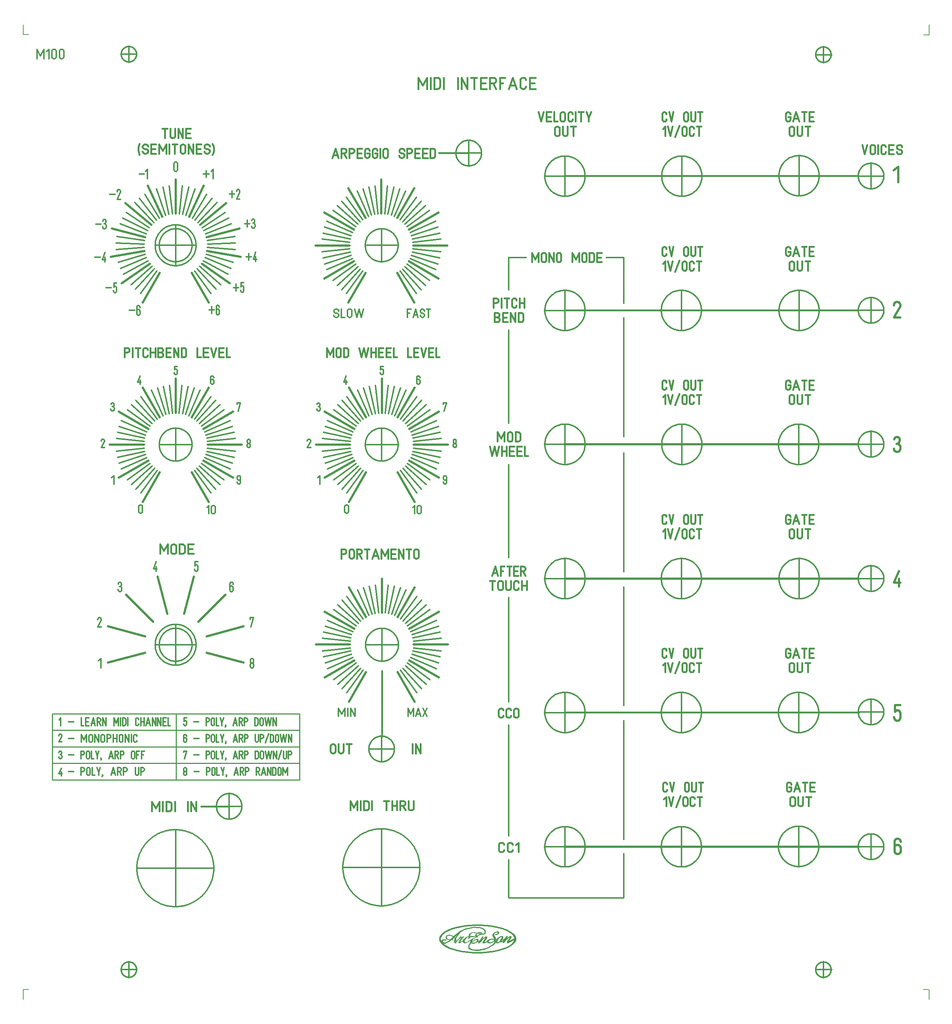
<source format=gbr>
G04 CAM350/DFMSTREAM V12.1 (Build 1022) Date:  Sat Oct 02 13:31:22 2021 *
G04 Database: D:\Mes documents\Projects\Modular Synth\M100 MIDI Interface\Front panel design\CAM350\M100.cam *
G04 Layer 15: M100frontpanel.gbr *
%FSLAX23Y23*%
%MOIN*%
%SFA1.000B1.000*%

%MIA0B0*%
%IPPOS*%
%ADD10C,0.00551*%
%ADD11C,0.00787*%
%ADD12C,0.00866*%
%ADD13C,0.01024*%
%ADD14C,0.01102*%
%ADD15C,0.01181*%
%ADD16C,0.01260*%
%ADD17C,0.01339*%
%ADD18C,0.01417*%
%ADD19C,0.01496*%
%ADD70C,0.01654*%
%ADD71C,0.01811*%
%ADD20C,0.01890*%
%ADD21C,0.01969*%
%LNM100frontpanel.gbr*%
%LPD*%
G54D10*
X4180Y610D02*
G01X4185Y615D01*
X4189Y616*
X4191*
X4195Y617*
X4200Y618*
X4202Y616*
X4196*
X4195*
X4191Y615*
X4188Y613*
X4186Y612*
X4185Y609*
X4189Y608*
X4193Y606*
X4199Y605*
X4108Y582D02*
G01X4113Y581D01*
X4116Y580*
X4120Y579*
X4125Y578*
X4131*
X4137*
X4142Y579*
X4147Y580*
X4152*
X4156Y581*
X4160*
X4154Y580*
X4145Y578*
X4139Y577*
X4134Y576*
X4125Y577*
X4113*
X4162Y581D02*
G01X4166Y585D01*
X4170*
X4174*
X4180Y588*
X4185Y590*
X4189Y592*
X4195Y594*
X4197Y595*
X4199Y596*
X4200Y600*
X4210Y604*
X4207Y601*
X4200Y596*
X4195Y594*
X4191Y592*
X4183Y589*
X4178Y586*
X4171Y585*
X4018Y575D02*
G01X4022Y581D01*
X4025*
X4026Y583*
X4038Y573D02*
G01X4041Y576D01*
X4047Y578*
X4044Y574*
X4115Y548D02*
G01X4114Y541D01*
X4112Y537*
Y532*
X4111Y529*
X4112Y526*
X4114Y522*
X4117Y520*
X4120Y518*
X4124*
X4127Y517*
X4131Y516*
X4140*
X4144Y517*
X4150Y519*
X4159Y522*
X4167Y525*
X4176Y529*
X4188Y533*
X4199Y541*
X4196Y540*
X4182Y533*
Y535*
X4183Y543*
Y545*
Y549*
X4179Y552*
X4177Y553*
X4171*
X4166*
X4160Y551*
X4154Y548*
X4144Y543*
X4135Y537*
X4128Y533*
X4122Y530*
X4121Y534*
X4122Y539*
X4124Y543*
X4127Y547*
X4130Y551*
X4135Y555*
X4139Y558*
X4142Y561*
X4148Y565*
X4124Y553D02*
G01X4118Y541D01*
X4116Y532*
X4117Y525*
X4122Y529*
X4120Y530*
X4121Y528*
X4124Y531*
X4120Y527D02*
G01X4124Y531D01*
X4133Y536*
X4142Y541*
X4150Y545*
X4153Y546*
X4157Y549*
X4161*
X4167*
X4171Y548*
X4174Y545*
X4175Y542*
Y538*
X4173Y535*
X4171Y532*
X4169Y530*
X4166Y527*
X4162Y525*
X4157Y522*
X4153Y520*
X4147Y519*
X4140Y518*
X4134*
X4131Y520*
X4128Y521*
X4126Y522*
X4123Y525*
X4121Y522*
X4173Y550D02*
G01X4179Y547D01*
Y537*
X4177Y530*
X4199Y537D02*
G01Y541D01*
X4218Y573*
X4219Y574*
X4224Y576*
X4222*
X4226Y577*
X4228*
X4230*
X4219Y562*
X4215Y549*
X4219Y551*
X4222Y553*
X4223Y554*
X4230Y561*
X4238Y567*
X4242Y571*
X4246Y573*
X4250Y576*
X4253Y577*
X4254*
X4259*
X4261Y576*
X4262Y573*
Y569*
X4257Y561*
X4239Y532*
X4237Y530*
Y526*
X4240Y525*
X4242*
X4246*
X4250Y527*
X4257Y530*
X4262Y533*
X4265Y534*
X4266Y537*
X4268Y540*
X4270Y543*
X4274Y546*
X4279Y549*
X4283Y551*
X4289Y553*
X4294Y554*
X4301*
X4307Y555*
X4313*
X4319Y554*
X4324Y553*
X4329Y552*
X4337Y543*
X4343Y533*
X4195Y534D02*
G01X4191Y530D01*
X4184Y518*
X4193Y519*
X4198Y525*
X4207Y534*
X4219Y548*
X4230Y558*
X4238Y565*
X4244Y570*
X4250*
X4251Y569*
X4249Y564*
X4231Y536*
X4226Y529*
Y526*
Y521*
Y520*
X4228Y518*
X4230*
X4235*
X4239*
X4253Y525*
X4262Y530*
X4266*
X4267Y528*
X4268Y526*
X4270Y524*
X4274Y522*
X4277Y521*
X4282Y520*
X4294Y521*
X4301Y522*
X4307Y523*
X4316Y527*
X4322Y532*
X4329Y536*
X4333Y540*
X4330Y547*
Y548*
X4327Y549*
X4324Y552*
X4318Y553*
X4315*
X4308*
X4301*
X4293Y551*
X4288Y549*
X4284Y547*
X4282Y545*
X4278Y541*
X4276Y537*
X4275Y533*
Y530*
X4278Y526*
X4281Y523*
X4283Y522*
X4287*
X4296*
X4302*
X4309Y525*
X4315Y529*
X4321Y532*
X4325Y536*
X4327Y540*
X4329Y542*
X4330Y545*
X4278D02*
G01X4272Y538D01*
X4266Y533*
X4270*
X4273Y527*
X4239Y521D02*
G01X4233Y522D01*
X4230Y524*
X4232Y527*
X4245Y550*
X4258Y572*
X4254Y573*
X4222D02*
G01X4191Y523D01*
X4215Y549*
X4115Y528D02*
G01X4112Y523D01*
X4104Y513*
X4099Y504*
X4095Y495*
X4094Y490*
Y479*
Y474*
X4096Y470*
X4100Y467*
X4105Y463*
X4112Y459*
X4117Y457*
X4128Y455*
X4124Y456D02*
G01X4127Y455D01*
X4137Y453*
X4143Y452*
X4180Y451*
X4206Y453*
X4216Y455*
X4228Y459*
X4240Y463*
X4235Y461D02*
G01X4244Y464D01*
X4262Y470*
X4275Y475*
X4286Y481*
X4300Y489*
X4311Y495*
X4321Y503*
X4327Y509*
X4332Y514*
X4337Y518*
X4339Y523*
X4341Y529*
X4336Y537*
Y532*
X4333Y526*
X4329Y520*
X4324Y512*
X4317Y506*
X4305Y496*
X4295Y490*
X4285Y484*
X4276Y479*
X4264Y474*
X4251Y469*
X4238Y465*
X4223Y462*
X4215Y459*
X4205Y458*
X4194Y456*
X4183Y455*
X4162*
X4153*
X4144Y456*
X4136Y457*
X4128Y459*
X4120Y462*
X4115Y463*
X4111Y467*
X4107Y469*
X4104Y472*
X4102Y474*
X4100Y478*
X4099Y482*
Y485*
Y490*
X4100Y494*
X4101Y500*
X4104Y506*
X4108Y510*
X4111Y516*
X4115Y521*
X4094Y486D02*
G01X4100Y472D01*
X4108Y464*
X4329Y511D02*
G01X4341Y532D01*
X4330Y549D02*
G01Y553D01*
X4331Y555*
Y558*
X4329Y561*
X4321Y576*
X4318Y581*
X4317Y584*
X4315Y587*
Y593*
X4317Y597*
X4318Y602*
X4322Y607*
X4327Y611*
X4333Y614*
X4338Y617*
X4343Y619*
X4348Y620*
X4352Y622*
X4365*
X4369Y621*
X4372Y618*
X4373Y616*
X4372Y612*
X4370Y607*
X4366Y604*
X4360Y600*
X4354Y598*
X4348Y597*
X4345Y596*
X4340*
X4342Y598*
X4346*
X4347*
X4356Y600*
X4360Y604*
X4362Y605*
X4364Y608*
X4365Y611*
Y614*
X4364Y616*
X4363Y617*
X4361Y619*
X4359Y620*
X4356*
X4351*
X4348*
X4345Y619*
X4341Y617*
X4337Y615*
X4333Y612*
X4329Y609*
X4327Y604*
X4325Y600*
X4324Y595*
X4325Y591*
X4327Y586*
X4337Y569*
X4341Y565*
Y559*
Y553*
X4339Y549*
X4337Y545*
X4334Y548*
X4337Y561*
X4334*
X4332Y569*
X4330Y570*
X4323Y582*
X4321Y591*
Y600*
X4328Y611*
X4337Y616*
X4344Y620*
X4352*
X4363*
X4368Y617*
Y609*
X4344Y532D02*
G01Y536D01*
X4345Y537*
X4346Y541*
X4348Y546*
X4350Y549*
X4356Y557*
X4360Y561*
X4365Y566*
X4371Y570*
X4376Y574*
X4381Y577*
X4388Y580*
X4392Y581*
X4397*
X4402Y580*
X4404Y578*
X4407Y575*
Y570*
Y566*
Y561*
X4404Y553*
X4402Y549*
X4399Y545*
X4396Y541*
X4392Y538*
X4394Y537*
X4381Y529*
X4376Y525*
X4370Y522*
X4365Y521*
X4360Y520*
X4354*
X4351Y521*
X4348Y522*
X4346Y525*
X4344Y527*
X4355Y531*
X4356Y533*
Y537*
X4358Y543*
X4360Y548*
X4364Y553*
X4367Y558*
X4370Y562*
X4374Y566*
X4377Y569*
X4381Y573*
X4384Y575*
X4388Y577*
X4391Y578*
X4394*
X4397Y577*
X4399Y574*
X4401Y571*
Y566*
X4400Y563*
X4399Y564*
X4394Y557*
X4390Y553*
X4387Y547*
X4385Y541*
X4384Y537*
X4382Y534*
X4379Y531*
X4375Y528*
X4370Y525*
X4367Y523*
X4363Y522*
X4360Y523*
X4359Y525*
X4356Y526*
X4355Y530*
X4349Y526*
X4355Y523*
X4348Y531*
X4350Y534*
X4356Y549*
X4368Y564*
X4381Y576*
X4390Y580*
X4399Y579*
X4404Y570*
X4402Y558*
X4384Y533*
X4400Y558*
X4470Y617D02*
G01X4484Y608D01*
X4497Y597*
X4504Y589*
X4510Y581*
X4514Y572*
X4517Y561*
X4513Y544*
Y537*
X4490Y503D02*
G01X4498Y518D01*
X4505Y526*
X4509Y532*
X4510Y534*
X4513Y541*
X4501Y605D02*
G01X4506Y603D01*
X4515Y593*
X4521Y584*
X4525Y576*
X4527Y569*
X4528Y561*
X4527Y548*
Y545*
X4525Y537*
X4521Y530*
X4516Y522*
X4510Y516*
X4382Y532D02*
G01X4386Y530D01*
X4391Y528*
X4394Y529*
X4397Y530*
X4401Y532*
X4414Y544*
X4419Y543*
Y540*
Y539*
X4407Y522*
X4416*
X4418Y524*
X4423Y530*
X4431Y540*
X4440Y550*
X4447Y556*
X4455Y563*
X4460Y568*
X4466Y572*
X4469Y573*
X4473*
X4472Y567*
X4469Y561*
X4450Y532*
X4448Y528*
X4449Y525*
X4450Y522*
X4452Y521*
X4455*
X4459Y522*
X4462*
X4513Y549*
X4520Y561*
X4516Y558*
X4460Y530*
X4463Y536*
X4482Y567*
X4484Y573*
Y576*
X4483Y579*
X4481Y581*
X4478*
X4472Y579*
X4468Y576*
X4459Y570*
X4444Y556*
X4439Y552*
X4441Y561*
Y563*
X4452Y580*
Y581*
X4447Y580*
X4443Y578*
X4440Y575*
X4434Y565*
X4416Y549*
X4407Y539*
X4401Y534*
X4399Y533*
X4396Y534*
X4391Y532*
X4396*
X4404Y536*
X4411Y543*
X4423Y549*
X4420Y538*
X4414Y527*
X4437Y553*
X4423Y543*
X4439Y560*
X4423Y549*
X4439Y565*
X4447Y577*
X4432Y551*
X4443Y556*
X4446Y557*
X4451Y561*
X4459Y569*
X4467Y575*
X4476Y577*
X4481*
X4451Y526*
X4457Y529*
X4455Y524*
X4513Y553*
X4455Y523*
X4456Y532*
X4478Y574*
X4321Y580D02*
G01X4329Y567D01*
X4337Y564*
Y559D02*
G01X4332Y573D01*
X4325Y585*
X4317Y589*
X4326Y577*
X4337Y549*
X4333Y540*
X4341Y533*
X4348Y530*
X4352Y549*
X4116Y535D02*
G01X4117Y524D01*
X4125Y519*
G54D11*
X4085Y577D02*
G01X4081Y573D01*
X4077Y570*
X4072Y565*
X4068Y560*
X4065Y556*
X4061Y549*
X4058Y545*
X4056Y539*
X4055Y534*
Y531*
X4056Y528*
X4057Y526*
X4060Y524*
X4063Y523*
X4067Y522*
X4069*
X4072Y523*
X4074Y524*
X4060Y554D02*
G01X4052Y543D01*
X4051Y537*
X4052Y526*
X4016Y568D02*
G01X4033D01*
X4091Y561D02*
G01X4089D01*
X4094Y564*
X4095Y565*
X4096Y569*
X4097Y573*
Y575*
X4096Y577*
X4095Y579*
X4092*
X4090Y561D02*
G01Y560D01*
X4094Y561*
X4098Y563*
X4100Y565*
X4103Y569*
X4104Y570*
Y573*
X4108Y576*
X4111Y577*
X4112*
X4100Y581*
Y583*
Y592*
Y595*
X4102Y597*
X4104Y600*
X4105Y603*
X4109Y606*
X4112Y608*
X4116Y610*
X4120Y612*
X4125Y614*
X4130Y615*
X4136Y616*
X4143Y615*
X4148*
X4153Y614*
X4158Y613*
X4163Y612*
X4169Y609*
X4172*
X4176*
X4112Y578D02*
G01Y581D01*
X4108Y583*
Y585*
X4107Y587*
X4106Y589*
Y590*
Y594*
X4107Y596*
X4108Y598*
Y601*
X4110Y603*
X4112Y606*
X4115Y608*
X4117Y610*
X4120Y612*
X4172Y608D02*
G01X4167Y604D01*
X4163Y601*
X4161Y599*
X4159Y596*
Y594*
X4157Y591*
Y586*
Y581*
X4159*
X4165Y577*
X4182Y611D02*
G01X4186Y613D01*
X4179Y608*
X4180*
X4187Y606*
X4194Y604*
X4200*
X4211*
X4206D02*
G01X4207Y606D01*
Y608*
Y611*
X4206Y614*
X4204Y615*
X4203Y616*
X4200*
X4206*
X4210Y615*
X4211Y614*
X4212Y612*
X4211Y610*
X54Y93D02*
G01X4D01*
X54Y8856D02*
G01X4D01*
X3239Y5092D02*
G01X3356D01*
X3297Y5150D02*
G01Y5033D01*
X1347Y5092D02*
G01X1464D01*
X1406Y5150D02*
G01Y5033D01*
X8320Y94D02*
G01X8270D01*
X8322Y8853D02*
G01X8272D01*
X1347Y3258D02*
G01X1464D01*
X1406Y3317D02*
G01Y3200D01*
X3238Y3258D02*
G01X3355D01*
X3297Y3317D02*
G01Y3200D01*
X3234Y6920D02*
G01X3351D01*
X3293Y6978D02*
G01Y6862D01*
X1347Y6920D02*
G01X1464D01*
X1406Y6978D02*
G01Y6862D01*
X8321Y8947D02*
G01Y8852D01*
X4Y8947D02*
G01Y8856D01*
Y94D02*
G01Y4D01*
X8321Y94D02*
G01Y4D01*
X3957Y576D02*
G01X3955Y579D01*
X3950Y581*
X3944Y585*
X3941Y586*
X3935Y589*
X3930Y590*
X3923Y592*
X3919*
X3911*
X3905Y590*
X3900Y589*
X3896Y587*
X3892Y584*
X3889Y580*
X3887Y576*
X3886Y571*
Y569*
X3888Y565*
X3887Y566*
X3888Y563*
X3892Y560*
X3888Y563*
X3890Y561*
X3893Y558*
X3896Y557*
X3900Y555*
X3903Y553*
X3907Y552*
X3912Y550*
X3918Y549*
X3933*
X3949*
X3951*
X3920*
X3912Y551*
X3907Y553*
X3901Y555*
X3896Y558*
X3894Y560*
X3893Y561*
X3892Y563*
X3891Y565*
Y568*
Y571*
Y575*
Y577*
X3893Y581*
X3895Y584*
X3899Y586*
X3904Y589*
X3909Y590*
X3915Y591*
X3925*
Y590*
X3933Y589*
X3938Y586*
X3941Y584*
X3948Y581*
X3951Y578*
X3955Y576*
X3949Y571*
X3933Y555*
X3928Y550*
X3944Y563D02*
G01X3956Y578D01*
X3963Y585*
X3969Y591*
X3974Y595*
X3977Y597*
X3955Y575D02*
G01X3959Y571D01*
X3966Y565*
X3970Y559*
X3968Y553*
X3966Y549*
X3964Y545*
X3963Y540*
Y535*
Y531*
X3964Y526*
X3967Y522*
X3968Y521*
X3969Y520*
X3971*
X3974Y522*
X3979Y527*
X3990Y539*
X3995Y545*
X4001Y551*
X4010Y562*
X4012Y565*
X4010Y563*
X4028Y565*
X4027Y560*
X4026Y557*
X4020Y551*
X4015Y545*
X4011Y539*
X4008Y534*
X4006Y531*
X4005Y527*
X4004Y524*
X4005Y522*
X4007*
X4010Y521*
X4015Y522*
X4020Y524*
X4026Y528*
X4033Y533*
X4041Y540*
X4049Y549*
X4057Y556*
X4065Y565*
X4069Y568*
X4074Y571*
X4079Y573*
X4083Y576*
X4088Y578*
X4089Y579*
X4095*
X4105*
X3957Y577D02*
G01X3961Y573D01*
X3975Y556*
X3968Y548*
X3967Y544*
X3965Y540*
X3964Y535*
Y531*
X3966Y526*
X3967Y524*
X3971Y526*
X3972Y527*
X3973Y529*
Y530*
X3975Y533*
X3976Y536*
Y539*
Y543*
Y552*
X3977Y550*
Y546*
X3978Y541*
Y533*
X3981Y534*
X3983Y536*
X3985Y537*
X3989Y541*
X3995Y548*
X4002Y554*
X4007Y561*
X4010Y565*
X4014Y570*
X4017Y573*
X4019Y577*
X4023Y580*
X4020Y575*
X4023Y571*
X4026Y570*
Y571*
X4030*
X4033Y573*
X4037*
X4041Y574*
X4044Y576*
X4027Y553*
X4017Y538*
X4014Y533*
Y530*
X4013Y527*
X4016Y525*
X4017*
X4019*
X4013Y522*
X4008Y527*
X3970Y559D02*
G01X3973Y565D01*
X3978Y573*
X3984Y582*
X3990Y591*
X3995Y597*
X4000Y604*
X4002Y608*
X4011Y612*
X4005Y604*
X3999Y595*
X3993Y587*
X3986Y579*
X3982Y570*
X3974Y559*
X4006Y608D02*
G01X4012Y613D01*
X4016Y618*
X4019Y620*
X4023Y624*
X4027Y627*
X4030Y628*
X4032Y631*
X4035Y632*
X4038Y634*
X4043Y637*
X4046Y639*
X4050Y640*
X4053Y642*
X4058Y644*
X3854Y526D02*
G01Y532D01*
X3853Y533*
X3852Y536*
X3854Y539*
X3855Y541*
X3856Y542*
X3858Y545*
X3860*
X3862Y547*
X3867Y549*
X3872*
X4045Y545D02*
G01Y537D01*
X4046Y530*
X4047Y526*
X4048Y525*
X4050Y522*
X4052*
X4055Y521*
X4058Y520*
X4061Y521*
X4069Y522*
X4074Y523*
X4080Y526*
X4085Y530*
X4093Y534*
X4100Y539*
X4104Y541*
X4111Y545*
X4119Y550*
X4130Y557*
X4136Y560*
X4139Y561*
X4144Y564*
X4150Y566*
X4155Y569*
X4159Y570*
X4164Y572*
X4170Y573*
X4174Y574*
X4178Y575*
X4180*
X4175Y576*
X4172Y577*
X4167Y581*
X4166Y584*
X4164Y585*
X4163Y587*
X4164Y590*
Y593*
X4165Y595*
X4166Y598*
X4168Y602*
X4171Y604*
X4176Y609*
X4181Y612*
X4185Y613*
G54D12*
X273Y2168D02*
G01X1407D01*
Y2016*
X273*
Y2168*
X1407Y2624D02*
G01X2542D01*
Y2472*
X1407*
Y2624*
Y2472D02*
G01X2542D01*
Y2321*
X1407*
Y2472*
Y2321D02*
G01X2542D01*
Y2168*
X1407*
Y2321*
Y2168D02*
G01X2542D01*
Y2016*
X1407*
Y2168*
X273Y2624D02*
G01X1407D01*
Y2472*
X273*
Y2624*
Y2472D02*
G01X1407D01*
Y2321*
X273*
Y2472*
Y2321D02*
G01X1407D01*
Y2168*
X273*
Y2321*
G54D13*
X3844Y520D02*
G01X3846Y531D01*
X3848Y536*
X3849Y539*
X3851Y542*
X3852Y545*
X3855Y548*
X3856Y549*
X3859*
X3861Y550*
X3880Y521D02*
G01X3890Y525D01*
X3899Y529*
X3906Y532*
X3912Y536*
X3921Y542*
X3935Y554*
X3965Y584*
X3974Y593*
X3986Y604*
X3994Y611*
X4006Y619*
X4019Y628*
X4031Y634*
X4047Y642*
X4064Y648*
X4081Y654*
X4098Y657*
X4114Y661*
X4128Y663*
X4139Y665*
X4174Y664*
X4186Y663*
X4195Y662*
X4211Y657*
X4222Y652*
X4233Y645*
X4239Y639*
X4244Y633*
X4246Y626*
Y618*
Y612*
X4242Y609*
X4238Y607*
X4230Y604*
X4219Y603*
X4211*
X4231Y646D02*
G01X4238Y641D01*
X4241Y636*
X4243Y632*
X4246Y624*
Y620*
X4243Y614*
X4242Y611*
X4239Y608*
X4237Y607*
X4001Y448D02*
G01X3965Y460D01*
X3932Y470*
X3916Y477*
X3904Y483*
X3892Y490*
X3884Y494*
X3878Y498*
X3873Y501*
X3868Y506*
X3864Y509*
Y510*
X3859Y518*
X3924Y545D02*
G01X3939Y556D01*
X3944Y561*
X3952Y569*
X3961Y578*
X3968Y585*
X3973Y593*
X3978Y597*
G54D14*
X3881Y522D02*
G01X3880Y521D01*
X3879*
X3878*
X3877*
Y520*
X3876*
X3875*
X3874*
X3873*
X3872*
X3871*
X3870*
Y521*
X3869*
X3868*
X3867*
X3866*
Y522*
X3865*
X3864*
X3863*
X3862*
Y523*
X3861*
X3860*
Y524*
X3859Y525*
X3858*
Y526*
X3857*
X3856*
Y527*
X3855*
Y528*
Y529*
X3854*
Y530*
X3853*
X3852Y531*
Y532*
Y532*
Y533*
Y534*
X3851Y535*
Y536*
Y537*
Y538*
Y539*
X3852*
Y540*
Y541*
Y542*
X3853*
Y543*
Y544*
X3854*
X3855Y545*
X3856Y546*
Y547*
X3857*
X3858Y548*
X3859Y549*
X3860*
X3861*
X3862*
X3863*
Y550*
X3864*
X3865*
X3866*
X3867*
X3868*
X3869*
X3870*
X3871*
X3872*
X3873*
X3874*
X3875*
X3876*
Y549*
X3877*
X3878*
X3879*
X3880*
Y548*
X3881*
X3882Y547*
X3883Y546*
X3884*
Y545*
X3885*
X3886*
G54D15*
X1530Y6838D02*
G01X1529Y6836D01*
X1527Y6833*
X1525Y6831*
X1523Y6829*
X1522Y6826*
X1519Y6824*
X1518Y6821*
X1515Y6820*
X1514Y6817*
X1511Y6815*
X1510Y6813*
X1507Y6811*
X1505Y6809*
X1502Y6807*
X1500Y6805*
X1498Y6803*
X1495Y6801*
X1493Y6799*
X1490Y6797*
X1488Y6796*
X1486Y6794*
X1483Y6793*
X1481Y6791*
X1478Y6789*
X1475Y6788*
X1473Y6787*
X1470Y6785*
X1468Y6784*
X1466Y6783*
X1463Y6782*
X1460*
X1457Y6781*
X1455Y6780*
X1451Y6778*
X1449*
X1446Y6777*
X1443Y6776*
X1440*
X1437Y6775*
X1434Y6774*
X1431*
X1428*
X1425Y6773*
X1422Y6772*
X1419*
X1416*
X1413Y6771*
X1410*
X1407*
X1405*
X1402*
X1399*
X1396*
X1393Y6772*
X1390*
X1387*
X1384Y6773*
X1381Y6774*
X1378*
X1375*
X1372Y6775*
X1369Y6776*
X1366*
X1363Y6777*
X1360Y6778*
X1357*
X1355Y6780*
X1352Y6781*
X1349Y6782*
X1346*
X1344Y6783*
X1341Y6784*
X1339Y6785*
X1337Y6787*
X1333Y6788*
X1331Y6789*
X1329Y6791*
X1325Y6793*
X1323Y6794*
X1321Y6796*
X1318Y6797*
X1316Y6799*
X1313Y6801*
X1311Y6803*
X1309Y6805*
X1306Y6807*
X1304Y6809*
X1301Y6811*
X1299Y6813*
X1297Y6815*
X1295Y6817*
X1293Y6820*
X1291Y6821*
X1289Y6824*
X1287Y6826*
X1285Y6829*
X1284Y6831*
X1282Y6833*
X1281Y6836*
X1279Y6838*
X1278Y6841*
X1276Y6843*
X1274Y6845*
X1273Y6848*
X1271Y6850*
X1270Y6853*
X1269Y6856*
X1267Y6859*
X1266Y6861*
X1265Y6864*
X1264Y6867*
X1263Y6870*
X1262Y6872*
X1261Y6876*
X1260Y6878*
X1259Y6881*
X1258Y6884*
Y6887*
Y6890*
X1257Y6893*
X1256Y6896*
Y6899*
X1255Y6902*
X1254Y6905*
Y6907*
Y6910*
Y6913*
Y6916*
Y6919*
Y6922*
Y6925*
Y6928*
Y6931*
Y6934*
Y6937*
Y6940*
X1255Y6943*
X1256Y6946*
Y6949*
X1257Y6952*
X1258Y6955*
Y6958*
Y6961*
X1259Y6964*
X1260Y6967*
X1261Y6969*
X1262Y6971*
X1263Y6974*
X1264Y6977*
X1266Y6980*
Y6982*
X1267Y6986*
X1269Y6988*
X1270Y6990*
X1271Y6994*
X1273Y6996*
X1274Y6998*
X1276Y7002*
X1278Y7004*
X1279Y7006*
X1281Y7009*
X1282Y7011*
X1284Y7014*
X1285Y7016*
X1287Y7018*
X1289Y7021*
X1291Y7023*
X1293Y7026*
X1295Y7028*
X1297Y7030*
X1299Y7032*
X1301Y7033*
X1304Y7035*
X1306Y7037*
X1309Y7039*
X1311Y7041*
X1313Y7042*
X1316Y7045*
X1318Y7046*
X1321Y7048*
X1323Y7049*
X1325Y7051*
X1329Y7053*
X1331Y7054*
X1333Y7056*
X1337Y7057*
X1339Y7058*
X1341Y7060*
X1344Y7061*
X1346Y7062*
X1349Y7063*
X1352Y7065*
X1355*
X1357Y7066*
X1360Y7067*
X1363Y7068*
X1366Y7069*
X1369*
X1372Y7070*
X1375Y7071*
X1378Y7072*
X1381*
X1384Y7073*
X1387*
X1390*
X1393*
X1396*
X1399*
X1402*
X1405*
X1407*
X1410*
X1413*
X1416*
X1419*
X1422*
X1425*
X1428Y7072*
X1431*
X1434Y7071*
X1437Y7070*
X1440Y7069*
X1443*
X1446Y7068*
X1449Y7067*
X1451Y7066*
X1455Y7065*
X1457*
X1460Y7063*
X1463Y7062*
X1466Y7061*
X1468Y7060*
X1470Y7058*
X1473Y7057*
X1475Y7056*
X1478Y7054*
X1481Y7053*
X1483Y7051*
X1486Y7049*
X1488Y7048*
X1490Y7046*
X1493Y7045*
X1495Y7042*
X1498Y7041*
X1500Y7039*
X1502Y7037*
X1505Y7035*
X1507Y7033*
X1510Y7032*
X1511Y7030*
X1514Y7028*
X1515Y7026*
X1518Y7023*
X1519Y7021*
X1522Y7018*
X1523Y7016*
X1525Y7014*
X1527Y7011*
X1529Y7009*
X1530Y7006*
X1532Y7004*
X1533Y7002*
X1534Y6998*
X1536Y6996*
X1537Y6994*
X1538Y6990*
X1540Y6988*
X1541Y6986*
X1542Y6982*
X1544Y6980*
X1545Y6977*
X1546Y6974*
X1547Y6971*
X1548Y6969*
X1549Y6967*
Y6964*
X1550Y6961*
X1551Y6958*
X1552Y6955*
X1553Y6952*
Y6949*
Y6946*
X1554Y6943*
Y6940*
X1555Y6937*
Y6934*
Y6931*
Y6928*
Y6925*
X1556Y6922*
X1555Y6919*
Y6916*
Y6913*
Y6910*
Y6907*
X1554Y6905*
Y6902*
X1553Y6899*
Y6896*
Y6893*
X1552Y6890*
X1551Y6887*
X1550Y6884*
X1549Y6881*
Y6878*
X1548Y6876*
X1547Y6872*
X1546Y6870*
X1545Y6867*
X1544Y6864*
X1542Y6861*
X1541Y6859*
X1540Y6856*
X1538Y6853*
X1537Y6850*
X1536Y6848*
X1534Y6845*
X1533Y6843*
X1532Y6841*
X1530Y6838*
X1254Y6922D02*
G01X1555D01*
X1404Y7073D02*
G01X1405Y6771D01*
X1530Y5009D02*
G01X1529Y5006D01*
X1527Y5004*
X1525Y5002*
X1523Y4999*
X1522Y4997*
X1519Y4994*
X1518Y4992*
X1515Y4990*
X1514Y4988*
X1511Y4986*
X1510Y4984*
X1507Y4982*
X1505Y4980*
X1502Y4978*
X1500Y4976*
X1498Y4974*
X1495Y4972*
X1493Y4970*
X1490Y4969*
X1488Y4967*
X1486Y4966*
X1483Y4964*
X1481Y4963*
X1478Y4961*
X1475Y4959*
X1473*
X1470Y4957*
X1468Y4955*
X1466*
X1463Y4953*
X1460Y4952*
X1457Y4951*
X1455*
X1451Y4949*
X1449Y4948*
X1446Y4947*
X1443*
X1440*
X1437Y4946*
X1434Y4945*
X1431Y4944*
X1428*
X1425Y4943*
X1422*
X1419*
X1416*
X1413Y4942*
X1410*
X1407*
X1405*
X1402*
X1399*
X1396*
X1393Y4943*
X1390*
X1387*
X1384*
X1381Y4944*
X1378*
X1375Y4945*
X1372Y4946*
X1369Y4947*
X1366*
X1363*
X1360Y4948*
X1357Y4949*
X1355Y4951*
X1352*
X1349Y4952*
X1346Y4954*
X1344Y4955*
X1341*
X1339Y4957*
X1337Y4959*
X1333*
X1331Y4961*
X1329Y4963*
X1325Y4964*
X1323Y4966*
X1321Y4967*
X1318Y4969*
X1316Y4970*
X1313Y4972*
X1311Y4974*
X1309Y4976*
X1306Y4978*
X1304Y4980*
X1301Y4982*
X1299Y4984*
X1297Y4986*
X1295Y4988*
X1293Y4990*
X1291Y4992*
X1289Y4994*
X1287Y4997*
X1285Y4999*
X1284Y5002*
X1282Y5004*
X1281Y5006*
X1279Y5009*
X1278Y5011*
X1276Y5014*
X1274Y5017*
X1273Y5019*
X1271Y5022*
X1270Y5025*
X1269Y5027*
X1267Y5030*
X1266Y5032*
X1265Y5035*
X1264Y5037*
X1263Y5041*
X1262Y5043*
X1261Y5046*
X1260Y5049*
X1259Y5052*
X1258Y5055*
Y5057*
Y5061*
X1257Y5064*
X1256Y5067*
Y5069*
X1255Y5073*
X1254Y5076*
Y5079*
Y5081*
Y5085*
Y5088*
Y5091*
Y5093*
Y5096*
Y5099*
Y5102*
Y5104*
Y5108*
Y5111*
X1255Y5114*
X1256Y5116*
Y5120*
X1257Y5123*
X1258Y5126*
Y5128*
Y5132*
X1259Y5135*
X1260Y5137*
X1261Y5140*
X1262Y5143*
X1263Y5146*
X1264Y5148*
X1266Y5152*
Y5154*
X1267Y5157*
X1269Y5159*
X1270Y5161*
X1271Y5164*
X1273Y5167*
X1274Y5169*
X1276Y5172*
X1278Y5175*
X1279Y5177*
X1281Y5179*
X1282Y5182*
X1284Y5184*
X1285Y5187*
X1287Y5189*
X1289Y5191*
X1291Y5194*
X1293Y5196*
X1295Y5199*
X1297Y5200*
X1299Y5203*
X1301Y5204*
X1304Y5207*
X1306Y5208*
X1309Y5211*
X1311Y5212*
X1313Y5214*
X1316Y5216*
X1318Y5218*
X1321Y5219*
X1323Y5220*
X1325Y5222*
X1329Y5223*
X1331Y5225*
X1333Y5226*
X1337Y5227*
X1339Y5229*
X1341Y5230*
X1344Y5231*
X1346Y5233*
X1349Y5234*
X1352Y5235*
X1355Y5236*
X1357Y5237*
X1360Y5238*
X1363*
X1366Y5239*
X1369Y5240*
X1372Y5241*
X1375Y5242*
X1378*
X1381*
X1384Y5243*
X1387*
X1390Y5244*
X1393*
X1396*
X1399*
X1402*
X1405Y5245*
X1407Y5244*
X1410*
X1413*
X1416*
X1419*
X1422Y5243*
X1425*
X1428Y5242*
X1431*
X1434*
X1437Y5241*
X1440Y5240*
X1443Y5239*
X1446Y5238*
X1449*
X1451Y5237*
X1455Y5236*
X1457Y5235*
X1460Y5234*
X1463Y5233*
X1466Y5231*
X1468Y5230*
X1470Y5229*
X1473Y5227*
X1475Y5226*
X1478Y5225*
X1481Y5223*
X1483Y5222*
X1486Y5220*
X1488Y5219*
X1490Y5218*
X1493Y5216*
X1495Y5214*
X1498Y5212*
X1500Y5211*
X1502Y5208*
X1505Y5207*
X1507Y5204*
X1510Y5203*
X1511Y5200*
X1514Y5199*
X1515Y5196*
X1518Y5194*
X1519Y5191*
X1522Y5189*
X1523Y5187*
X1525Y5184*
X1527Y5182*
X1529Y5179*
X1530Y5177*
X1532Y5175*
X1533Y5172*
X1534Y5169*
X1536Y5167*
X1537Y5164*
X1538Y5161*
X1540Y5159*
X1541Y5157*
X1542Y5154*
X1544Y5152*
X1545Y5148*
X1546Y5146*
X1547Y5143*
X1548Y5140*
X1549Y5137*
Y5135*
X1550Y5132*
X1551Y5128*
X1552Y5126*
X1553Y5123*
Y5120*
Y5116*
X1554Y5114*
Y5111*
X1555Y5108*
Y5104*
Y5102*
Y5099*
Y5096*
X1556Y5093*
X1555Y5091*
Y5088*
Y5085*
Y5081*
Y5079*
X1554Y5076*
Y5073*
X1553Y5069*
Y5067*
Y5064*
X1552Y5061*
X1551Y5057*
X1550Y5055*
X1549Y5052*
Y5049*
X1548Y5046*
X1547Y5043*
X1546Y5041*
X1545Y5037*
X1544Y5034*
X1542Y5032*
X1541Y5030*
X1540Y5027*
X1538Y5025*
X1537Y5022*
X1536Y5019*
X1534Y5017*
X1533Y5014*
X1532Y5011*
X1530Y5009*
X1254Y5093D02*
G01X1555D01*
X1404Y5244D02*
G01X1405Y4942D01*
X975Y350D02*
G01Y200D01*
X1033Y8636D02*
G01X1032Y8634D01*
Y8633*
X1031Y8632*
X1030Y8631*
Y8629*
X1028Y8628*
X1027*
X1026Y8627*
Y8625*
X1024Y8624*
X1023*
X1022Y8623*
Y8621*
X1020Y8620*
X1019*
X1018Y8619*
X1017Y8618*
X1015Y8617*
X1014Y8616*
X1012Y8615*
X1011Y8614*
X1010Y8613*
X1009Y8612*
X1007*
X1006*
X1005Y8611*
X1004Y8610*
X1002Y8609*
X1001*
X1000Y8608*
X998*
X997*
X996Y8607*
X994*
X993Y8606*
X992*
X990Y8605*
X989*
X987*
X986Y8604*
X985*
X983*
X982*
X981*
X979*
X978*
X976*
X975*
X974*
X972*
X970*
X969*
X967*
X966*
X965*
X963Y8605*
X962*
X960*
X959Y8606*
X958*
X956Y8607*
X955*
X954Y8608*
X952*
X951*
X950Y8609*
X948Y8610*
X947*
X946Y8611*
X945Y8612*
X943*
X941Y8613*
X940Y8614*
X939Y8615*
X938Y8616*
X936*
X935Y8617*
X934Y8618*
X933Y8619*
X931Y8620*
X929Y8621*
X928Y8623*
X927Y8624*
X925Y8625*
X924Y8627*
X923Y8628*
X921Y8629*
X920Y8631*
X919Y8632*
Y8633*
X918Y8634*
X917Y8636*
X916*
X915Y8638*
Y8639*
X914Y8640*
X913Y8641*
X912Y8643*
Y8644*
X911Y8645*
Y8646*
X910Y8648*
X909Y8649*
Y8650*
X908Y8652*
X907Y8654*
Y8656*
Y8657*
Y8659*
X906*
Y8661*
Y8663*
X905Y8664*
Y8665*
Y8667*
Y8668*
Y8670*
Y8671*
Y8672*
Y8674*
X904Y8675*
X905Y8676*
Y8678*
Y8679*
Y8681*
Y8682*
Y8683*
Y8685*
Y8687*
X906*
Y8689*
Y8691*
X907Y8692*
Y8693*
Y8695*
Y8696*
Y8697*
X908Y8699*
Y8700*
X909Y8701*
X910Y8703*
Y8704*
X911Y8705*
Y8707*
X912*
Y8709*
X913Y8710*
X914Y8711*
X915Y8712*
Y8714*
X916Y8715*
X917*
X918Y8717*
X919Y8718*
Y8719*
X920*
X921Y8721*
X923Y8722*
X924Y8723*
X925Y8725*
X927Y8726*
X928Y8727*
X929Y8729*
X931Y8730*
X933Y8731*
X934Y8732*
X935Y8733*
X936Y8734*
X938*
X939Y8735*
X940Y8736*
X941Y8737*
X943Y8738*
X945*
X946Y8739*
X947Y8740*
X949Y8741*
X950*
X951Y8742*
X952*
X954*
X955Y8743*
X956*
X958Y8744*
X959*
X960Y8745*
X962*
X963*
X965Y8746*
X966*
X967*
X969*
X970*
X972*
X974*
X975*
X976*
X978*
X979*
X981*
X982*
X983*
X985*
X986*
X987Y8745*
X989*
X990*
X992Y8744*
X993*
X994Y8743*
X996*
X997Y8742*
X998*
X1000*
X1001Y8741*
X1002Y8740*
X1004*
X1005Y8739*
X1006Y8738*
X1007*
X1009*
X1010Y8737*
X1011Y8736*
X1012Y8735*
X1014Y8734*
X1015Y8733*
X1017Y8732*
X1018Y8731*
X1019Y8730*
X1020*
X1022Y8729*
Y8727*
X1023Y8726*
X1024*
X1026Y8725*
Y8723*
X1027Y8722*
X1028*
X1030Y8721*
Y8719*
X1031*
X1032Y8718*
Y8717*
X1033Y8715*
X1034Y8714*
X1035Y8712*
X1036Y8711*
X1037Y8710*
Y8709*
Y8707*
X1038*
X1039Y8705*
X1040Y8704*
X1041Y8703*
Y8701*
Y8700*
Y8699*
X1042Y8697*
X1043Y8696*
Y8695*
X1044Y8693*
Y8692*
X1045Y8691*
Y8689*
Y8687*
Y8685*
Y8683*
Y8682*
Y8681*
Y8679*
Y8678*
Y8676*
Y8675*
Y8674*
Y8672*
Y8671*
Y8670*
Y8668*
Y8667*
Y8665*
Y8664*
Y8663*
Y8661*
Y8659*
X1044*
Y8657*
X1043Y8656*
X1042Y8654*
X1041Y8652*
Y8650*
X1040Y8648*
X1039Y8646*
X1038Y8645*
X1037Y8644*
Y8643*
Y8641*
X1036Y8640*
X1035Y8639*
X1034Y8638*
X1033Y8636*
X1530Y3172D02*
G01X1529Y3170D01*
X1527Y3167*
X1525Y3165*
X1523Y3163*
X1522Y3160*
X1519Y3158*
X1518Y3156*
X1515Y3154*
X1514Y3152*
X1511Y3150*
X1510Y3148*
X1507Y3146*
X1505Y3144*
X1502Y3142*
X1500Y3140*
X1498Y3138*
X1495Y3136*
X1493Y3134*
X1490Y3132*
X1488Y3131*
X1486Y3129*
X1483Y3128*
X1481Y3126*
X1478Y3124*
X1475Y3123*
X1473Y3121*
X1470Y3120*
X1468Y3119*
X1466Y3117*
X1463Y3116*
X1460Y3115*
X1457Y3114*
X1455Y3113*
X1451Y3112*
X1449Y3111*
X1446Y3110*
X1443Y3109*
X1440*
X1437Y3108*
X1434*
X1431Y3107*
X1428*
X1425Y3106*
X1422Y3105*
X1419*
X1416*
X1413Y3104*
X1410*
X1407*
X1405*
X1402*
X1399*
X1396*
X1393Y3105*
X1390*
X1387*
X1384Y3106*
X1381Y3107*
X1378*
X1375Y3108*
X1372*
X1369Y3109*
X1366*
X1363Y3110*
X1360Y3111*
X1357Y3112*
X1355Y3113*
X1352Y3114*
X1349Y3115*
X1346Y3116*
X1344Y3117*
X1341Y3119*
X1339Y3120*
X1337Y3121*
X1333Y3123*
X1331Y3124*
X1329Y3126*
X1325Y3128*
X1323Y3129*
X1321Y3131*
X1318Y3132*
X1316Y3134*
X1313Y3136*
X1311Y3138*
X1309Y3140*
X1306Y3142*
X1304Y3144*
X1301Y3146*
X1299Y3148*
X1297Y3150*
X1295Y3152*
X1293Y3154*
X1291Y3156*
X1289Y3158*
X1287Y3160*
X1285Y3163*
X1284Y3165*
X1282Y3167*
X1281Y3170*
X1279Y3172*
X1278Y3175*
X1276Y3177*
X1274Y3179*
X1273Y3183*
X1271Y3185*
X1270Y3187*
X1269Y3191*
X1267Y3193*
X1266Y3195*
X1265Y3199*
X1264Y3201*
X1263Y3204*
X1262Y3207*
X1261Y3210*
X1260Y3212*
X1259Y3215*
X1258Y3219*
Y3220*
Y3223*
X1257Y3226*
X1256Y3230*
Y3232*
X1255Y3235*
X1254Y3238*
Y3242*
Y3244*
Y3247*
Y3250*
Y3254*
Y3256*
Y3259*
Y3262*
Y3266*
Y3268*
Y3271*
Y3274*
X1255Y3278*
X1256Y3280*
Y3282*
X1257Y3285*
X1258Y3289*
Y3291*
Y3294*
X1259Y3297*
X1260Y3300*
X1261Y3303*
X1262Y3305*
X1263Y3309*
X1264Y3311*
X1266Y3314*
Y3317*
X1267Y3320*
X1269Y3322*
X1270Y3325*
X1271Y3328*
X1273Y3330*
X1274Y3333*
X1276Y3336*
X1278Y3338*
X1279Y3341*
X1281Y3343*
X1282Y3344*
X1284Y3347*
X1285Y3349*
X1287Y3352*
X1289Y3354*
X1291Y3356*
X1293Y3359*
X1295Y3361*
X1297Y3363*
X1299Y3365*
X1301Y3367*
X1304Y3369*
X1306Y3371*
X1309Y3373*
X1311Y3375*
X1313Y3376*
X1316Y3379*
X1318Y3380*
X1321Y3382*
X1323Y3384*
X1325Y3385*
X1329Y3387*
X1331Y3388*
X1333Y3390*
X1337Y3391*
X1339Y3392*
X1341Y3394*
X1344Y3395*
X1346Y3396*
X1349Y3397*
X1352Y3399*
X1355Y3400*
X1357*
X1360Y3401*
X1363Y3402*
X1366Y3403*
X1369Y3404*
X1372*
X1375Y3405*
X1378Y3406*
X1381*
X1384Y3407*
X1387*
X1390*
X1393*
X1396*
X1399*
X1402*
X1405*
X1407*
X1410*
X1413*
X1416*
X1419*
X1422*
X1425*
X1428Y3406*
X1431*
X1434Y3405*
X1437Y3404*
X1440*
X1443Y3403*
X1446Y3402*
X1449Y3401*
X1451Y3400*
X1455*
X1457Y3399*
X1460Y3397*
X1463Y3396*
X1466Y3395*
X1468Y3394*
X1470Y3392*
X1473Y3391*
X1475Y3390*
X1478Y3388*
X1481Y3387*
X1483Y3385*
X1486Y3384*
X1488Y3382*
X1490Y3380*
X1493Y3379*
X1495Y3376*
X1498Y3375*
X1500Y3373*
X1502Y3371*
X1505Y3369*
X1507Y3367*
X1510Y3365*
X1511Y3363*
X1514Y3361*
X1515Y3359*
X1518Y3356*
X1519Y3354*
X1522Y3352*
X1523Y3349*
X1525Y3347*
X1527Y3344*
X1529Y3343*
X1530Y3341*
X1532Y3338*
X1533Y3336*
X1534Y3333*
X1536Y3330*
X1537Y3328*
X1538Y3325*
X1540Y3322*
X1541Y3320*
X1542Y3317*
X1544Y3314*
X1545Y3311*
X1546Y3309*
X1547Y3305*
X1548Y3303*
X1549Y3300*
Y3297*
X1550Y3294*
X1551Y3291*
X1552Y3289*
X1553Y3285*
Y3282*
Y3280*
X1554Y3278*
Y3274*
X1555Y3271*
Y3268*
Y3266*
Y3262*
Y3259*
X1556Y3256*
X1555Y3254*
Y3250*
Y3247*
Y3244*
Y3242*
X1554Y3238*
Y3235*
X1553Y3232*
Y3230*
Y3226*
X1552Y3223*
X1551Y3220*
X1550Y3219*
X1549Y3215*
Y3212*
X1548Y3210*
X1547Y3207*
X1546Y3204*
X1545Y3201*
X1544Y3199*
X1542Y3195*
X1541Y3193*
X1540Y3191*
X1538Y3187*
X1537Y3185*
X1536Y3183*
X1534Y3179*
X1533Y3177*
X1532Y3175*
X1530Y3172*
X1254Y3256D02*
G01X1555D01*
X1404Y3407D02*
G01X1405Y3104D01*
X901Y8675D02*
G01X1050D01*
X901*
X975Y8750D02*
G01Y8600D01*
X1695Y1010D02*
G01X1691Y1005D01*
X1687Y998*
X1683Y993*
X1678Y987*
X1674Y982*
X1669Y977*
X1665Y971*
X1660Y967*
X1656Y962*
X1652Y957*
X1647Y952*
X1641Y947*
X1636Y943*
X1631Y938*
X1625Y933*
X1620Y929*
X1615Y925*
X1609Y920*
X1603Y916*
X1597Y912*
X1593Y908*
X1586Y906*
X1580Y902*
X1574Y899*
X1568Y895*
X1561Y892*
X1555Y888*
X1549Y886*
X1543Y883*
X1536Y880*
X1530Y877*
X1524Y875*
X1518Y872*
X1511Y871*
X1504Y868*
X1498Y866*
X1490Y864*
X1483Y863*
X1477Y861*
X1470Y860*
X1463Y858*
X1457Y857*
X1450Y856*
X1443*
X1435Y855*
X1429Y854*
X1422Y853*
X1415*
X1407*
X1402Y852*
X1395Y853*
X1388*
X1380*
X1374Y854*
X1367Y855*
X1360Y856*
X1352*
X1346Y857*
X1340Y858*
X1333Y860*
X1325Y861*
X1319Y863*
X1312Y864*
X1305Y866*
X1298Y868*
X1292Y871*
X1285Y872*
X1279Y875*
X1273Y877*
X1266Y880*
X1260Y883*
X1254Y886*
X1247Y888*
X1242Y892*
X1235Y895*
X1229Y899*
X1222Y902*
X1218Y906*
X1211Y908*
X1206Y912*
X1200Y916*
X1194Y920*
X1188Y925*
X1183Y929*
X1177Y934*
X1171Y938*
X1167Y943*
X1161Y947*
X1157Y952*
X1152Y957*
X1147Y962*
X1142Y967*
X1137Y971*
X1133Y977*
X1128Y982*
X1124Y987*
X1120Y993*
X1116Y998*
X1112Y1005*
X1108Y1010*
X1104Y1016*
X1100Y1022*
X1096Y1029*
X1093Y1033*
X1090Y1040*
X1087Y1046*
X1084Y1053*
X1081Y1058*
X1078Y1065*
X1075Y1072*
X1073Y1078*
X1070Y1085*
X1068Y1091*
X1065Y1096*
X1064Y1104*
X1061Y1110*
X1060Y1117*
X1058Y1124*
X1057Y1131*
X1055Y1138*
X1053Y1145*
Y1152*
X1052Y1158*
X1051Y1165*
X1050Y1172*
X1049Y1179*
Y1186*
Y1193*
Y1199*
Y1207*
Y1214*
Y1219*
Y1226*
Y1234*
X1050Y1241*
X1051Y1247*
X1052Y1254*
X1053Y1262*
Y1268*
X1055Y1275*
X1057Y1282*
X1058Y1288*
X1060Y1295*
X1061Y1302*
X1064Y1309*
X1065Y1316*
X1068Y1322*
X1070Y1329*
X1073Y1335*
X1075Y1342*
X1078Y1348*
X1081Y1354*
X1084Y1360*
X1087Y1366*
X1090Y1372*
X1093Y1379*
X1096Y1384*
X1100Y1391*
X1104Y1397*
X1108Y1403*
X1112Y1407*
X1116Y1414*
X1120Y1419*
X1124Y1425*
X1128Y1431*
X1133Y1435*
X1137Y1441*
X1142Y1446*
X1147Y1451*
X1152Y1456*
X1157Y1461*
X1161Y1466*
X1167Y1470*
X1171Y1474*
X1177Y1479*
X1183Y1483*
X1188Y1487*
X1194Y1492*
X1200Y1496*
X1206Y1500*
X1211Y1504*
X1218Y1507*
X1222Y1511*
X1229Y1514*
X1235Y1518*
X1242Y1522*
X1247Y1525*
X1254Y1527*
X1260Y1530*
X1266Y1532*
X1273Y1535*
X1279Y1537*
X1285Y1540*
X1292Y1541*
X1298Y1544*
X1305Y1546*
X1312Y1548*
X1319Y1549*
X1325Y1551*
X1333Y1553*
X1340Y1554*
X1346Y1555*
X1352Y1556*
X1360Y1557*
X1367*
X1374Y1558*
X1380Y1559*
X1388*
X1395*
X1402Y1560*
X1407Y1559*
X1415*
X1422*
X1429Y1558*
X1435Y1557*
X1443*
X1450Y1556*
X1457Y1555*
X1463Y1554*
X1470Y1553*
X1477Y1551*
X1483Y1549*
X1490Y1548*
X1498Y1546*
X1504Y1544*
X1511Y1541*
X1518Y1540*
X1524Y1537*
X1530Y1535*
X1537Y1532*
X1543Y1530*
X1549Y1527*
X1555Y1525*
X1561Y1522*
X1568Y1518*
X1574Y1514*
X1580Y1511*
X1586Y1507*
X1593Y1504*
X1597Y1500*
X1603Y1496*
X1609Y1492*
X1615Y1487*
X1620Y1483*
X1625Y1478*
X1631Y1474*
X1636Y1470*
X1641Y1466*
X1647Y1461*
X1652Y1456*
X1656Y1451*
X1660Y1446*
X1665Y1441*
X1669Y1435*
X1674Y1430*
X1678Y1425*
X1683Y1419*
X1687Y1414*
X1691Y1407*
X1695Y1403*
X1699Y1397*
X1703Y1391*
X1706Y1384*
X1710Y1379*
X1713Y1372*
X1716Y1366*
X1719Y1360*
X1722Y1354*
X1724Y1348*
X1727Y1341*
X1730Y1335*
X1732Y1329*
X1734Y1322*
X1737Y1316*
X1738Y1309*
X1741Y1302*
X1742Y1295*
X1744Y1288*
X1746Y1282*
X1747Y1275*
X1749Y1268*
X1750Y1262*
X1751Y1254*
X1752Y1247*
X1753Y1240*
X1754Y1234*
Y1226*
Y1219*
Y1214*
Y1207*
Y1199*
Y1193*
Y1186*
Y1179*
X1753Y1171*
X1752Y1165*
X1751Y1158*
X1750Y1152*
X1749Y1145*
X1747Y1138*
X1746Y1131*
X1744Y1124*
X1742Y1117*
X1741Y1110*
X1738Y1104*
X1737Y1096*
X1734Y1091*
X1732Y1085*
X1730Y1078*
X1727Y1071*
X1724Y1065*
X1722Y1058*
X1719Y1053*
X1716Y1046*
X1713Y1040*
X1710Y1033*
X1706Y1029*
X1703Y1022*
X1699Y1016*
X1695Y1010*
X1404Y1556D02*
G01Y853D01*
X1049Y1205D02*
G01X1755D01*
X3587Y1018D02*
G01X3583Y1013D01*
X3579Y1006*
X3574Y1001*
X3570Y995*
X3565Y990*
X3561Y985*
X3557Y979*
X3552Y974*
X3547Y969*
X3542Y965*
X3537Y960*
X3532Y955*
X3528Y951*
X3522Y946*
X3517Y941*
X3512Y937*
X3506Y933*
X3501Y928*
X3494Y924*
X3489Y920*
X3483Y916*
X3477Y913*
X3470Y909*
X3466Y907*
X3459Y903*
X3453Y900*
X3447Y896*
X3441Y894*
X3435Y891*
X3427Y888*
X3421Y885*
X3415Y883*
X3408Y880*
X3403Y879*
X3396Y876*
X3389Y874*
X3382Y872*
X3375Y871*
X3368Y869*
X3361Y868*
X3354Y866*
X3348Y865*
X3341Y864*
X3334*
X3327Y863*
X3321Y862*
X3313Y861*
X3306*
X3299*
X3293Y860*
X3285Y861*
X3279*
X3272*
X3266Y862*
X3258Y863*
X3251Y864*
X3244*
X3238Y865*
X3230Y866*
X3223Y868*
X3217Y869*
X3211Y871*
X3203Y872*
X3197Y874*
X3190Y876*
X3183Y879*
X3177Y880*
X3170Y883*
X3163Y885*
X3157Y888*
X3152Y891*
X3145Y894*
X3139Y896*
X3133Y900*
X3127Y903*
X3120Y907*
X3114Y909*
X3108Y913*
X3102Y916*
X3096Y920*
X3092Y924*
X3085Y928*
X3080Y933*
X3074Y937*
X3069Y942*
X3064Y946*
X3058Y951*
X3053Y955*
X3048Y960*
X3043Y965*
X3038Y969*
X3033Y974*
X3030Y979*
X3025Y985*
X3020Y990*
X3016Y995*
X3012Y1001*
X3007Y1006*
X3003Y1013*
X2999Y1018*
X2995Y1024*
X2992Y1030*
X2988Y1035*
X2985Y1041*
X2981Y1048*
X2978Y1054*
X2974Y1060*
X2972Y1066*
X2969Y1073*
X2967Y1079*
X2964Y1085*
X2962Y1092*
X2959Y1098*
X2958Y1104*
X2955Y1111*
X2953Y1118*
X2951Y1124*
X2950Y1132*
X2948Y1138*
X2947Y1145*
X2945Y1152*
X2944Y1159*
X2943Y1165*
Y1172*
X2942Y1179*
X2941Y1187*
X2940Y1193*
Y1200*
Y1207*
Y1215*
Y1220*
Y1227*
Y1234*
X2941Y1242*
X2942Y1248*
X2943Y1255*
Y1262*
X2944Y1270*
X2945Y1276*
X2947Y1282*
X2948Y1289*
X2950Y1296*
X2951Y1303*
X2953Y1310*
X2955Y1317*
X2958Y1324*
X2959Y1330*
X2962Y1337*
X2964Y1343*
X2967Y1349*
X2969Y1356*
X2972Y1362*
X2974Y1368*
X2978Y1374*
X2981Y1380*
X2985Y1387*
X2988Y1392*
X2992Y1399*
X2995Y1405*
X2999Y1410*
X3003Y1415*
X3007Y1422*
X3012Y1427*
X3016Y1433*
X3021Y1439*
X3025Y1443*
X3030Y1449*
X3033Y1454*
X3038Y1459*
X3043Y1464*
X3048Y1469*
X3053Y1473*
X3058Y1478*
X3064Y1482*
X3069Y1487*
X3074Y1491*
X3080Y1495*
X3085Y1500*
X3092Y1504*
X3096Y1508*
X3102Y1512*
X3108Y1515*
X3114Y1519*
X3120Y1522*
X3127Y1526*
X3133Y1530*
X3139Y1532*
X3145Y1534*
X3152Y1537*
X3157Y1540*
X3163Y1543*
X3170Y1545*
X3177Y1548*
X3183Y1549*
X3190Y1552*
X3197Y1554*
X3203Y1556*
X3211Y1557*
X3217Y1559*
X3223Y1561*
X3230Y1562*
X3238Y1563*
X3244Y1564*
X3251Y1565*
X3258*
X3266Y1566*
X3272Y1567*
X3279*
X3285*
X3293Y1568*
X3299Y1567*
X3306*
X3313*
X3321Y1566*
X3327Y1565*
X3334*
X3341Y1564*
X3348Y1563*
X3354Y1562*
X3361Y1561*
X3368Y1559*
X3375Y1557*
X3382Y1556*
X3389Y1554*
X3396Y1552*
X3403Y1549*
X3408Y1548*
X3415Y1545*
X3421Y1543*
X3428Y1540*
X3435Y1537*
X3441Y1534*
X3447Y1532*
X3453Y1530*
X3459Y1526*
X3466Y1522*
X3470Y1519*
X3477Y1515*
X3483Y1512*
X3489Y1508*
X3494Y1504*
X3501Y1500*
X3506Y1495*
X3512Y1491*
X3518Y1486*
X3522Y1482*
X3528Y1478*
X3532Y1473*
X3537Y1469*
X3542Y1464*
X3547Y1459*
X3552Y1454*
X3557Y1449*
X3561Y1443*
X3566Y1438*
X3570Y1433*
X3574Y1427*
X3579Y1422*
X3583Y1415*
X3587Y1410*
X3591Y1405*
X3594Y1399*
X3597Y1392*
X3600Y1387*
X3604Y1380*
X3608Y1374*
X3611Y1368*
X3613Y1362*
X3616Y1356*
X3619Y1348*
X3622Y1343*
X3624Y1337*
X3627Y1330*
X3628Y1324*
X3631Y1317*
X3633Y1310*
X3635Y1303*
X3636Y1296*
X3638Y1289*
X3640Y1282*
X3641Y1276*
X3642Y1270*
X3643Y1262*
X3644Y1255*
Y1248*
X3645Y1242*
X3646Y1234*
Y1227*
Y1220*
Y1215*
Y1207*
Y1200*
Y1193*
X3645Y1187*
X3644Y1179*
Y1172*
X3643Y1165*
X3642Y1159*
X3641Y1152*
X3640Y1145*
X3638Y1138*
X3636Y1132*
X3635Y1124*
X3633Y1118*
X3631Y1111*
X3628Y1104*
X3627Y1098*
X3624Y1092*
X3622Y1085*
X3619Y1079*
X3616Y1073*
X3613Y1066*
X3611Y1060*
X3608Y1054*
X3604Y1048*
X3600Y1041*
X3597Y1035*
X3594Y1030*
X3591Y1024*
X3587Y1018*
X3295Y1564D02*
G01Y861D01*
X2940Y1213D02*
G01X3647D01*
X3393Y2234D02*
G01X3392Y2233D01*
X3391Y2230*
X3389Y2229*
X3388Y2227*
X3386Y2225*
X3385Y2223*
X3384Y2222*
X3382Y2220*
X3380Y2219*
X3379Y2218*
X3377Y2216*
X3376Y2215*
X3373Y2213*
X3372Y2211*
X3370Y2210*
X3368Y2208*
X3366Y2207*
X3364Y2205*
X3362Y2204*
X3360Y2203*
X3359Y2201*
X3356Y2200*
X3355Y2199*
X3352Y2198*
X3351Y2197*
X3348Y2195*
X3347*
X3344Y2194*
X3343Y2193*
X3341Y2191*
X3339*
X3337Y2190*
X3335Y2189*
X3333Y2188*
X3330*
X3328Y2187*
X3326*
X3324Y2186*
X3321*
X3319Y2185*
X3317Y2184*
X3314*
X3312Y2183*
X3309*
X3307*
X3305*
X3303*
X3301*
X3298*
X3296*
X3293*
X3291*
X3289*
X3286*
X3284*
X3282*
X3281*
X3278Y2184*
X3276*
X3274Y2185*
X3271Y2186*
X3269*
X3266Y2187*
X3265*
X3262Y2188*
X3260*
X3258Y2189*
X3255Y2190*
X3254Y2191*
X3251Y2192*
X3249Y2193*
X3247Y2194*
X3245Y2195*
X3242*
X3241Y2197*
X3238Y2198*
X3237Y2199*
X3234Y2200*
X3233Y2201*
X3230Y2203*
X3229Y2204*
X3226Y2205*
X3225Y2207*
X3222Y2208*
X3221Y2210*
X3219Y2211*
Y2213*
X3216Y2215*
X3215Y2216*
X3213Y2218*
X3211Y2219*
X3210Y2220*
X3208Y2222*
X3207Y2223*
X3206Y2225*
X3204Y2227*
X3203Y2229*
X3201Y2230*
X3200Y2233*
X3199Y2234*
X3197Y2237*
X3196Y2238*
X3195Y2241*
X3194Y2242*
X3192Y2245*
X3191Y2246*
Y2249*
X3189Y2251*
X3188Y2253*
X3187Y2255*
Y2258*
X3186Y2259*
X3185Y2262*
X3184Y2264*
X3183Y2266*
Y2269*
Y2270*
X3182Y2273*
Y2275*
X3181Y2278*
X3180Y2280*
Y2282*
X3179Y2284*
Y2286*
Y2289*
Y2290*
Y2293*
Y2295*
Y2297*
Y2300*
Y2302*
Y2305*
Y2307*
Y2309*
Y2312*
Y2313*
Y2316*
X3180Y2318*
Y2321*
X3181Y2323*
X3182Y2325*
Y2328*
X3183Y2330*
Y2333*
Y2335*
X3184Y2337*
X3185Y2339*
X3186Y2341*
X3187Y2344*
Y2345*
X3188Y2347*
X3189Y2349*
X3191Y2351*
Y2353*
X3192Y2356*
X3194Y2357*
X3195Y2360*
X3196Y2361*
X3197Y2364*
X3199Y2365*
X3200Y2367*
X3201Y2369*
X3203Y2371*
X3204Y2373*
X3206Y2375*
X3207Y2376*
X3208Y2378*
X3210Y2380*
X3211Y2382*
X3213Y2384*
X3215Y2385*
X3216Y2387*
X3219Y2388*
Y2390*
X3221Y2391*
X3222Y2392*
X3225Y2394*
X3226Y2396*
X3229*
X3230Y2398*
X3233Y2400*
X3234*
X3237Y2402*
X3238Y2403*
X3241Y2404*
X3242Y2405*
X3245Y2407*
X3247*
X3249*
X3251Y2408*
X3254Y2409*
X3255Y2410*
X3258Y2411*
X3260*
X3262Y2412*
X3265Y2413*
X3266Y2414*
X3269Y2415*
X3271*
X3274*
X3276Y2416*
X3278*
X3281Y2417*
X3282*
X3285*
X3286Y2418*
X3289*
X3291*
X3293*
X3296*
X3298*
X3301*
X3303*
X3305*
X3308Y2417*
X3309*
X3312*
X3314Y2416*
X3317*
X3319Y2415*
X3321*
X3324*
X3326Y2414*
X3328Y2413*
X3330Y2412*
X3333Y2411*
X3335*
X3337Y2410*
X3339Y2409*
X3341Y2408*
X3343Y2407*
X3344*
X3347*
X3348Y2405*
X3351Y2404*
X3352Y2403*
X3355Y2402*
X3356Y2400*
X3359*
X3360Y2398*
X3362Y2396*
X3364*
X3366Y2394*
X3368Y2392*
X3370Y2391*
X3372Y2390*
X3373Y2388*
X3376Y2387*
X3377Y2385*
X3379Y2384*
X3380Y2382*
X3382Y2380*
X3384Y2378*
X3385Y2376*
X3386Y2375*
X3388Y2373*
X3389Y2371*
X3391Y2369*
X3392Y2367*
X3393Y2365*
X3395Y2364*
X3396Y2361*
X3397Y2360*
X3398Y2357*
X3400Y2356*
Y2353*
X3402Y2351*
X3403Y2349*
X3404Y2347*
Y2344*
X3405*
X3406Y2341*
X3407Y2339*
Y2337*
Y2335*
X3408Y2333*
X3409Y2330*
X3410Y2328*
Y2325*
X3411Y2323*
Y2321*
Y2318*
Y2316*
X3412Y2313*
Y2311*
Y2309*
Y2307*
Y2305*
Y2302*
Y2300*
Y2297*
Y2295*
Y2293*
Y2290*
Y2288*
Y2286*
X3411Y2284*
Y2282*
Y2280*
Y2278*
X3410Y2275*
Y2273*
X3409Y2270*
X3408Y2269*
X3407Y2266*
Y2264*
Y2262*
X3406Y2259*
X3405Y2258*
X3404Y2255*
Y2253*
X3403Y2251*
X3402Y2249*
X3400Y2246*
Y2245*
X3398Y2242*
X3397Y2241*
X3396Y2238*
X3395Y2237*
X3393Y2234*
X3179Y2300D02*
G01X3413D01*
X3296Y2418D02*
G01Y2183D01*
X7410Y8632D02*
G01X7409D01*
X7408Y8630*
X7407Y8629*
Y8628*
Y8627*
X7406Y8625*
X7405Y8624*
X7404*
X7403Y8623*
X7402Y8621*
X7401Y8620*
X7400*
X7399Y8619*
X7398Y8617*
X7397Y8616*
X7396*
X7395Y8615*
X7394Y8614*
X7392Y8613*
Y8612*
X7390*
X7389Y8611*
X7388Y8610*
X7387Y8609*
X7385Y8608*
X7384*
X7383*
X7382Y8607*
X7380Y8606*
X7379*
X7378Y8605*
X7376*
X7375Y8604*
X7374*
X7372*
X7371Y8603*
X7369*
X7368*
X7367Y8602*
X7365*
X7364*
X7363Y8601*
X7361*
X7360*
X7358Y8600*
X7357*
X7356*
X7354*
X7352*
X7350*
X7348*
X7347*
X7346*
X7344Y8601*
Y8601*
X7342*
X7341*
X7340Y8602*
X7338*
X7337*
X7336Y8603*
X7334*
X7333*
X7332Y8604*
X7330*
X7329*
X7328Y8605*
X7326*
X7325Y8606*
X7324*
X7322Y8607*
X7321Y8608*
X7320*
X7319*
X7317Y8609*
Y8610*
X7315Y8611*
X7314Y8612*
X7313*
X7312Y8613*
X7310Y8614*
X7309Y8615*
X7308Y8616*
X7307*
X7305Y8617*
Y8619*
X7304Y8620*
X7303*
X7301Y8621*
Y8623*
X7300Y8624*
X7299*
X7297Y8625*
Y8627*
X7296Y8628*
X7295Y8629*
X7294Y8630*
X7293Y8632*
X7292Y8634*
X7291Y8635*
X7290Y8636*
X7289Y8637*
Y8639*
Y8640*
X7288Y8641*
X7287Y8642*
X7286Y8644*
Y8645*
X7285Y8646*
Y8648*
X7284Y8650*
Y8652*
X7283*
Y8654*
Y8656*
X7282*
Y8657*
Y8659*
Y8660*
Y8661*
Y8663*
Y8664*
Y8666*
Y8667*
Y8668*
Y8670*
Y8671*
Y8672*
Y8674*
Y8675*
Y8677*
Y8678*
Y8679*
Y8681*
Y8683*
Y8683*
Y8685*
Y8687*
X7283Y8688*
Y8689*
Y8691*
X7284Y8692*
Y8694*
X7285Y8695*
Y8696*
Y8698*
X7286Y8699*
Y8700*
X7287Y8702*
X7288Y8703*
X7289Y8704*
Y8705*
Y8707*
X7290*
X7291Y8709*
X7292Y8710*
X7293Y8711*
Y8712*
X7294Y8714*
X7295Y8715*
X7296*
X7297Y8717*
Y8718*
X7299Y8719*
X7300*
X7301Y8720*
Y8721*
X7303Y8722*
X7304*
X7305Y8724*
Y8725*
X7307Y8726*
X7308*
X7309Y8727*
X7310Y8728*
X7312Y8729*
X7313Y8730*
X7314*
X7315Y8731*
X7317Y8732*
Y8733*
X7319Y8734*
X7320*
X7321*
X7322Y8735*
X7324Y8736*
X7325Y8737*
X7326*
X7328Y8738*
X7329*
X7330*
X7332Y8739*
X7333*
X7334Y8740*
X7336*
X7337Y8741*
X7338*
X7340*
X7341Y8742*
X7342*
X7344*
Y8742*
X7346*
X7347*
X7348*
X7350*
X7352*
X7354*
X7356*
X7357*
X7358*
X7360*
X7361*
X7363*
X7364Y8741*
X7365*
X7367*
X7368Y8740*
X7369*
X7371Y8739*
X7372*
X7374Y8738*
X7375*
X7376*
X7378Y8737*
X7379Y8736*
X7380*
X7382Y8735*
X7383Y8734*
X7384*
X7385*
X7387Y8733*
X7388Y8732*
X7389Y8731*
X7390Y8730*
X7392*
Y8729*
X7394Y8728*
X7395Y8727*
X7396Y8726*
X7397*
X7398Y8725*
X7399Y8724*
X7400Y8722*
X7401*
X7402Y8721*
X7403Y8720*
X7404Y8719*
X7405*
X7406Y8718*
X7407Y8717*
Y8715*
X7408Y8714*
X7409Y8712*
X7410Y8711*
X7411Y8710*
Y8709*
X7412Y8707*
X7413*
X7414Y8705*
Y8704*
X7415Y8703*
Y8702*
X7416Y8700*
X7417Y8699*
Y8698*
X7418Y8696*
Y8695*
X7419Y8694*
Y8692*
Y8691*
X7420Y8689*
Y8688*
X7421Y8687*
Y8685*
Y8683*
X7422*
Y8681*
Y8679*
Y8678*
Y8677*
Y8675*
Y8674*
Y8672*
Y8671*
Y8670*
Y8668*
Y8667*
Y8666*
Y8664*
Y8663*
Y8661*
Y8660*
X7421Y8659*
Y8657*
Y8656*
X7420*
Y8654*
X7419Y8652*
Y8650*
X7418Y8648*
X7417Y8646*
Y8644*
X7416*
X7415Y8642*
Y8641*
X7414Y8640*
Y8639*
X7413Y8637*
X7412Y8636*
X7411Y8635*
Y8634*
X7410Y8632*
X7278Y8671D02*
G01X7427D01*
X7278*
X7352Y8746D02*
G01Y8596D01*
X7410Y235D02*
G01X7409Y234D01*
X7408Y233*
X7407Y232*
Y230*
Y230*
X7406Y228*
X7405Y227*
X7404Y226*
X7403*
X7402Y224*
X7401Y223*
X7400Y222*
X7399*
X7398Y220*
X7397Y219*
X7396*
X7395*
X7394Y218*
X7392Y217*
Y216*
X7390Y215*
X7389*
X7388Y214*
X7387Y213*
X7385Y212*
X7384*
X7383Y211*
X7382*
X7380Y210*
X7379*
X7378Y209*
X7376*
X7375Y208*
X7374Y207*
X7372*
X7371*
X7369*
X7368*
X7367Y206*
X7365*
X7364*
X7363Y205*
X7361*
X7360*
X7358Y204*
X7357*
X7356*
X7354*
X7352*
X7350*
X7348*
X7347*
X7346*
X7344*
Y205*
X7342*
X7341*
X7340Y206*
X7338*
X7337*
X7336Y207*
X7334*
X7333*
X7332*
X7330*
X7329Y208*
X7328Y209*
X7326*
X7325Y210*
X7324*
X7322Y211*
X7321*
X7320Y212*
X7319*
X7317Y213*
Y214*
X7315Y215*
X7314*
X7313Y216*
X7312Y217*
X7310Y218*
X7309Y219*
X7308*
X7307*
X7305Y220*
Y222*
X7304*
X7303Y223*
X7301Y224*
Y226*
X7300*
X7299Y227*
X7297Y228*
Y230*
X7296*
X7295Y232*
X7294Y233*
X7293Y234*
Y235*
X7292Y237*
X7291Y238*
X7290Y239*
X7289Y240*
Y242*
X7288Y244*
X7287Y245*
X7286Y246*
Y248*
X7285Y249*
Y250*
Y251*
X7284Y253*
Y254*
X7283Y255*
Y257*
Y258*
X7282Y259*
Y261*
Y262*
Y264*
Y265*
Y266*
Y268*
Y270*
Y272*
Y274*
Y275*
Y276*
Y278*
Y279*
Y281*
Y282*
Y282*
Y284*
Y285*
Y286*
Y288*
Y289*
X7283Y291*
Y292*
Y293*
X7284Y295*
Y297*
X7285*
Y299*
Y301*
X7286*
Y303*
X7287Y305*
X7288*
X7289Y307*
Y308*
Y309*
X7290Y310*
X7291Y312*
X7292Y313*
X7293Y314*
Y315*
X7294Y317*
X7295*
X7296Y319*
X7297Y320*
Y321*
X7299Y322*
X7300Y323*
X7301Y324*
Y325*
X7303Y326*
X7304Y327*
X7305Y328*
Y329*
X7307*
X7308Y330*
X7309Y331*
X7310Y332*
X7312Y333*
X7313*
X7314Y334*
X7315Y335*
X7317Y336*
Y337*
X7319*
X7320*
X7321Y338*
X7322Y339*
X7324Y340*
X7325*
X7326Y341*
X7328*
X7329*
X7330Y342*
X7332Y343*
X7333*
X7334Y344*
X7336*
X7337*
X7338*
X7340*
X7341*
X7342*
X7344*
Y344*
X7346*
X7347*
X7348*
X7350*
X7352Y345*
Y344*
X7354*
X7356*
X7357*
X7358*
X7360*
X7361*
X7363*
X7364*
X7365*
X7367*
X7368*
X7369*
X7371Y343*
X7372*
X7374Y342*
X7375Y341*
X7376*
X7378*
X7379Y340*
X7380*
X7382Y339*
X7383Y338*
X7384Y337*
X7385*
X7387*
X7388Y336*
X7389Y335*
X7390Y334*
X7392Y333*
X7394Y332*
X7395Y331*
X7396Y330*
X7397Y329*
X7398*
X7399Y328*
X7400Y327*
X7401Y326*
X7402Y325*
X7403Y324*
X7404Y323*
X7405Y322*
X7406Y321*
X7407Y320*
Y319*
Y317*
X7408*
X7409Y315*
X7410Y314*
X7411Y313*
Y312*
X7412Y310*
X7413Y309*
X7414Y308*
Y307*
X7415Y305*
X7416Y303*
X7417Y301*
X7418Y299*
Y297*
X7419*
Y295*
Y293*
X7420Y292*
Y291*
X7421Y289*
Y288*
Y286*
X7422Y285*
Y284*
Y282*
Y282*
Y281*
Y279*
Y278*
Y276*
Y275*
Y274*
Y272*
Y270*
Y268*
Y266*
Y265*
Y264*
X7421Y262*
Y261*
Y259*
X7420Y258*
Y257*
X7419Y255*
Y254*
Y253*
X7418Y251*
Y250*
X7417Y249*
Y247*
X7416Y246*
X7415Y245*
Y244*
X7414Y242*
X7413Y240*
X7412Y239*
X7411Y238*
Y237*
X7410Y235*
X7278Y275D02*
G01X7427D01*
X7278*
X7352Y349D02*
G01Y200D01*
X3421Y6838D02*
G01X3419Y6836D01*
X3418Y6833*
X3415Y6831*
X3414Y6829*
X3412Y6826*
X3410Y6824*
X3408Y6821*
X3407Y6820*
X3405Y6817*
X3403Y6815*
X3401Y6813*
X3399Y6811*
X3396Y6809*
X3394Y6807*
X3392Y6805*
X3389Y6803*
X3387Y6801*
X3384Y6799*
X3382Y6797*
X3380Y6796*
X3377Y6794*
X3375Y6793*
X3372Y6791*
X3369Y6789*
X3367Y6788*
X3364Y6787*
X3361Y6785*
X3359Y6784*
X3356Y6783*
X3353Y6782*
X3351*
X3348Y6781*
X3345Y6780*
X3343Y6778*
X3341*
X3337Y6777*
X3334Y6776*
X3332*
X3329Y6775*
X3325Y6774*
X3322*
X3320*
X3317Y6773*
X3313Y6772*
X3310*
X3308*
X3305Y6771*
X3301*
X3298*
X3296*
X3293*
X3289*
X3286*
X3284Y6772*
X3282*
X3278*
X3275Y6773*
X3273Y6774*
X3270*
X3266*
X3263Y6775*
X3261Y6776*
X3258*
X3254Y6777*
X3252Y6778*
X3249*
X3246Y6780*
X3243Y6781*
X3241Y6782*
X3238*
X3235Y6783*
X3232Y6784*
X3230Y6785*
X3227Y6787*
X3224Y6788*
X3222Y6789*
X3219Y6791*
X3217Y6793*
X3215Y6794*
X3212Y6796*
X3210Y6797*
X3207Y6799*
X3205Y6801*
X3203Y6803*
X3200Y6805*
X3198Y6807*
X3195Y6809*
X3194Y6811*
X3191Y6813*
X3189Y6815*
X3187Y6817*
X3185Y6820*
X3183Y6821*
X3181Y6824*
X3179Y6826*
X3177Y6829*
X3175Y6831*
X3173Y6833*
X3171Y6836*
X3170Y6838*
X3168Y6841*
X3167Y6843*
X3165Y6845*
X3163Y6848*
X3162Y6850*
X3161Y6853*
X3159Y6856*
X3158Y6859*
X3157Y6861*
X3156Y6864*
Y6867*
X3155Y6870*
X3154Y6872*
X3152Y6876*
Y6878*
X3151Y6881*
X3150Y6884*
Y6887*
X3149Y6890*
X3148Y6893*
Y6896*
Y6899*
X3147Y6902*
X3146Y6905*
Y6907*
Y6910*
X3145Y6913*
Y6916*
Y6919*
Y6922*
Y6925*
Y6928*
Y6931*
X3146Y6934*
Y6937*
Y6940*
X3147Y6943*
X3148Y6946*
Y6949*
Y6952*
X3149Y6955*
X3150Y6958*
Y6961*
X3151Y6964*
X3152Y6967*
Y6969*
X3154Y6971*
X3155Y6974*
X3156Y6977*
X3157Y6980*
Y6982*
X3158Y6986*
X3159Y6988*
X3161Y6990*
X3162Y6994*
X3163Y6996*
X3165Y6998*
X3167Y7002*
X3168Y7004*
X3170Y7006*
X3171Y7009*
X3173Y7011*
X3175Y7014*
X3177Y7016*
X3179Y7018*
X3181Y7021*
X3183Y7023*
X3185Y7026*
X3187Y7028*
X3189Y7030*
X3191Y7032*
X3194Y7033*
X3195Y7035*
X3198Y7037*
X3200Y7039*
X3203Y7041*
X3205Y7042*
X3207Y7045*
X3210Y7046*
X3212Y7048*
X3215Y7049*
X3217Y7051*
X3219Y7053*
X3222Y7054*
X3224Y7056*
X3227Y7057*
X3230Y7058*
X3232Y7060*
X3235Y7061*
X3238Y7062*
X3241Y7063*
X3243Y7065*
X3246*
X3249Y7066*
X3252Y7067*
X3254Y7068*
X3258Y7069*
X3261*
X3263Y7070*
X3266Y7071*
X3270Y7072*
X3273*
X3275Y7073*
X3278*
X3282*
X3284*
X3286*
X3289*
X3293*
X3296*
X3298*
X3301*
X3305*
X3308*
X3310*
X3313*
X3317*
X3320Y7072*
X3322*
X3325Y7071*
X3329Y7070*
X3332Y7069*
X3334*
X3337Y7068*
X3341Y7067*
X3343Y7066*
X3345Y7065*
X3348*
X3351Y7063*
X3353Y7062*
X3356Y7061*
X3359Y7060*
X3361Y7058*
X3364Y7057*
X3367Y7056*
X3369Y7054*
X3372Y7053*
X3375Y7051*
X3377Y7049*
X3380Y7048*
X3382Y7046*
X3384Y7045*
X3387Y7042*
X3389Y7041*
X3392Y7039*
X3394Y7037*
X3396Y7035*
X3399Y7033*
X3401Y7032*
X3403Y7030*
X3405Y7028*
X3407Y7026*
X3408Y7023*
X3410Y7021*
X3412Y7018*
X3414Y7016*
X3415Y7014*
X3418Y7011*
X3419Y7009*
X3421Y7006*
X3423Y7004*
X3424Y7002*
X3426Y6998*
X3427Y6996*
X3429Y6994*
X3431Y6990*
X3432Y6988*
X3433Y6986*
X3435Y6982*
Y6980*
X3437Y6977*
X3438Y6974*
X3439Y6971*
Y6969*
X3441Y6967*
X3442Y6964*
X3443Y6961*
Y6958*
Y6955*
X3444Y6952*
X3445Y6949*
Y6946*
X3446Y6943*
Y6940*
X3447Y6937*
Y6934*
Y6931*
Y6928*
Y6925*
Y6922*
Y6919*
Y6916*
Y6913*
Y6910*
Y6907*
X3446Y6905*
Y6902*
X3445Y6899*
Y6896*
X3444Y6893*
X3443Y6890*
Y6887*
Y6884*
X3442Y6881*
X3441Y6878*
X3439Y6876*
Y6872*
X3438Y6870*
X3437Y6867*
X3435Y6864*
Y6861*
X3433Y6859*
X3432Y6856*
X3431Y6853*
X3429Y6850*
X3427Y6848*
X3426Y6845*
X3424Y6843*
X3423Y6841*
X3421Y6838*
X3145Y6922D02*
G01X3447D01*
X3296Y7073D02*
G01Y6771D01*
X3424Y3172D02*
G01X3423Y3170D01*
X3421Y3167*
X3419Y3165*
X3417Y3163*
X3415Y3160*
X3413Y3158*
X3411Y3156*
X3409Y3154*
X3407Y3152*
X3406Y3150*
X3404Y3148*
X3402Y3146*
X3400Y3144*
X3397Y3142*
X3395Y3140*
X3392Y3138*
X3390Y3136*
X3388Y3134*
X3385Y3132*
X3383Y3131*
X3380Y3129*
X3378Y3128*
X3375Y3126*
X3372Y3124*
X3370Y3123*
X3367Y3122*
X3364Y3120*
X3362Y3119*
X3359Y3118*
X3356Y3116*
X3353*
X3351Y3114*
X3348Y3113*
X3345Y3112*
X3343*
X3341Y3111*
X3337Y3110*
X3334Y3109*
X3332Y3108*
X3329*
X3325Y3107*
X3323*
X3320Y3106*
X3317*
X3313Y3105*
X3311*
X3308*
X3305*
X3301*
X3299Y3104*
X3296Y3105*
X3293*
X3289*
X3287*
X3284*
X3282Y3106*
X3278*
X3276Y3107*
X3273*
X3270Y3108*
X3266*
X3264Y3109*
X3261Y3110*
X3258Y3111*
X3255Y3112*
X3252*
X3250Y3113*
X3246Y3114*
X3244Y3116*
X3241*
X3238Y3118*
X3235Y3119*
X3233Y3120*
X3230Y3122*
X3227Y3123*
X3225Y3124*
X3222Y3126*
X3219Y3128*
X3218Y3129*
X3215Y3131*
X3213Y3132*
X3211Y3134*
X3208Y3136*
X3206Y3138*
X3203Y3140*
X3201Y3142*
X3199Y3144*
X3196Y3146*
X3194Y3148*
X3192Y3150*
X3190Y3152*
X3188Y3154*
X3186Y3156*
X3184Y3158*
X3182Y3160*
X3180Y3163*
X3179Y3165*
X3176Y3167*
X3175Y3170*
X3173Y3172*
X3171Y3175*
X3170Y3177*
X3168Y3180*
X3167Y3183*
X3165Y3185*
X3164Y3188*
X3163Y3191*
X3161Y3193*
X3160Y3196*
X3159Y3199*
X3158Y3202*
X3157Y3204*
X3156Y3207*
Y3210*
X3155Y3213*
X3154Y3215*
X3153Y3219*
X3152Y3221*
Y3223*
X3151Y3226*
X3150Y3230*
Y3233*
X3149Y3235*
Y3238*
X3148Y3242*
Y3245*
Y3247*
Y3250*
Y3254*
Y3257*
Y3259*
Y3262*
Y3266*
Y3269*
Y3271*
X3149Y3274*
Y3278*
X3150Y3281*
Y3282*
X3151Y3285*
X3152Y3289*
Y3292*
X3153Y3294*
X3154Y3297*
X3155Y3301*
X3156Y3303*
Y3306*
X3157Y3309*
X3158Y3312*
X3159Y3314*
X3160Y3317*
X3161Y3320*
X3163Y3322*
X3164Y3325*
X3165Y3328*
X3167Y3330*
X3168Y3333*
X3170Y3336*
X3171Y3338*
X3173Y3341*
X3175Y3343*
X3176Y3344*
X3179Y3347*
X3180Y3349*
X3182Y3352*
X3184Y3354*
X3186Y3356*
X3188Y3359*
X3190Y3361*
X3192Y3363*
X3194Y3365*
X3196Y3367*
X3199Y3369*
X3201Y3371*
X3203Y3373*
X3206Y3375*
X3208Y3376*
X3211Y3379*
X3213Y3380*
X3215Y3382*
X3218Y3384*
X3219Y3385*
X3222Y3387*
X3225Y3388*
X3227Y3390*
X3230Y3392*
X3233Y3393*
X3235Y3394*
X3238Y3396*
X3241*
X3244Y3398*
X3246Y3399*
X3250Y3400*
X3252*
X3255Y3402*
X3258Y3403*
X3261Y3404*
X3264*
X3266*
X3270Y3405*
X3273Y3406*
X3276*
X3278Y3407*
X3282*
X3284*
X3287*
X3289*
X3293*
X3296*
X3299*
X3301*
X3305*
X3308*
X3311*
X3313*
X3317*
X3320*
X3323Y3406*
X3325*
X3329Y3405*
X3332Y3404*
X3334*
X3337*
X3341Y3403*
X3343Y3402*
X3345Y3400*
X3348*
X3351Y3399*
X3353Y3398*
X3356Y3396*
X3359*
X3362Y3394*
X3364Y3393*
X3367Y3392*
X3370Y3390*
X3372Y3388*
X3375Y3387*
X3378Y3385*
X3380Y3384*
X3383Y3382*
X3385Y3380*
X3388Y3379*
X3390Y3376*
X3392Y3375*
X3395Y3373*
X3397Y3371*
X3400Y3369*
X3402Y3367*
X3404Y3365*
X3406Y3363*
X3407Y3361*
X3409Y3359*
X3411Y3356*
X3413Y3354*
X3415Y3352*
X3417Y3349*
X3419Y3347*
X3421Y3344*
X3423Y3343*
X3424Y3341*
X3426Y3338*
X3427Y3336*
X3429Y3333*
X3431Y3330*
X3432Y3328*
X3433Y3325*
X3435Y3322*
X3436Y3320*
X3437Y3317*
X3439Y3314*
Y3312*
X3441Y3309*
X3442Y3306*
X3443Y3303*
Y3301*
X3444Y3297*
X3445Y3294*
X3446Y3292*
X3447Y3289*
Y3285*
X3448Y3282*
Y3281*
X3449Y3278*
Y3274*
X3450Y3271*
Y3269*
Y3266*
Y3262*
Y3259*
X3451Y3257*
X3450Y3254*
Y3250*
Y3247*
Y3245*
Y3242*
X3449Y3238*
Y3235*
X3448Y3233*
Y3230*
X3447Y3226*
Y3223*
X3446Y3221*
X3445Y3219*
X3444Y3215*
X3443Y3213*
Y3210*
X3442Y3207*
X3441Y3204*
X3439Y3202*
Y3199*
X3437Y3196*
X3436Y3193*
X3435Y3191*
X3433Y3188*
X3432Y3185*
X3431Y3183*
X3429Y3180*
X3427Y3177*
X3426Y3175*
X3424Y3172*
X3148Y3257D02*
G01X3450D01*
X3298Y3407D02*
G01X3299Y3104D01*
X4978Y7731D02*
G01Y7381D01*
X4791Y7556D02*
G01X5154Y7557D01*
X4462Y6143D02*
G01Y5288D01*
Y4910D02*
G01Y4056D01*
Y3689D02*
G01Y2734D01*
Y2520D02*
G01Y1502D01*
Y6809D02*
G01Y6513D01*
X4463Y6811D02*
G01X4621D01*
X5518Y6255D02*
G01Y5167D01*
Y5015D02*
G01Y3927D01*
Y3786D02*
G01Y2699D01*
Y2558D02*
G01Y1470D01*
Y6809D02*
G01Y6388D01*
X5360Y6811D02*
G01X5518D01*
X4462Y1283D02*
G01Y936D01*
X5518Y1338D02*
G01Y936D01*
X4890Y7721D02*
G01X4918Y7730D01*
X4921Y7731*
X4923Y7732*
X4927Y7733*
X4929Y7734*
X4932*
X4935Y7735*
X4938Y7736*
X4940Y7737*
X4943Y7738*
X4947*
X4949*
X4952*
X4955Y7739*
X4958*
X4961Y7740*
X4963*
X4967*
X4969Y7741*
X4971*
X4974*
X4978*
X4980*
X4983*
X4986*
X4989*
X4992*
X4995Y7740*
X4998*
X5001Y7739*
X5004*
X5006Y7738*
X5010*
X5013*
X5015*
X5018Y7737*
X5022Y7736*
X5024Y7735*
X5027Y7734*
X5030*
X5032Y7733*
X5034Y7732*
X5037Y7731*
X5040Y7730*
X5043*
X5045Y7728*
X5049Y7727*
X5051Y7726*
X5053Y7725*
X5057Y7724*
X5059Y7722*
X5061*
X5065Y7720*
X5067Y7719*
X5069*
X5072Y7717*
X5074Y7715*
X5077Y7714*
X5080Y7712*
X5082Y7711*
X5085Y7709*
X5087Y7707*
X5089Y7706*
X5092Y7703*
X5094Y7702*
X5096Y7700*
X5097Y7698*
X5100Y7696*
X5102Y7694*
X5104Y7692*
X5106Y7690*
X5108Y7688*
X5110Y7686*
X5112Y7683*
X5115Y7682*
X5116Y7679*
X5119Y7677*
X5120Y7675*
X5122Y7673*
X5124Y7671*
X5126Y7668*
X5128Y7666*
X5129Y7663*
X5131Y7661*
X5132Y7659*
X5134Y7657*
X5136Y7655*
X5137Y7652*
X5139Y7649*
X5140Y7647*
X5142Y7644*
X5143Y7641*
X5144Y7639*
X5146Y7636*
X5147Y7634*
X5148Y7631*
X5149Y7628*
X5151Y7625*
X5152Y7623*
X5153Y7620*
X5154Y7617*
X5155Y7614*
X5156Y7612*
Y7608*
X5157Y7606*
Y7603*
X5158Y7600*
X5159Y7597*
Y7595*
X5160Y7593*
Y7589*
X5161Y7587*
Y7584*
X5162Y7581*
Y7578*
X5163Y7575*
Y7573*
Y7569*
Y7566*
Y7564*
Y7561*
Y7557*
Y7555*
Y7552*
Y7549*
Y7546*
Y7543*
Y7540*
Y7537*
X5162Y7534*
Y7532*
X5161Y7530*
Y7526*
X5160Y7523*
Y7521*
X5159Y7518*
Y7514*
X5158Y7512*
X5157Y7509*
Y7506*
X5156Y7503*
Y7501*
X5155Y7498*
X5153Y7495*
X5152Y7492*
Y7490*
X5150Y7486*
X5149Y7484*
X5148Y7482*
X5147Y7478*
X5145Y7476*
X5144Y7474*
X5143Y7470*
X5141Y7469*
X5140Y7467*
X5139Y7464*
X5137Y7462*
X5136Y7459*
X5134Y7456*
X5132Y7454*
X5131Y7451*
X5129Y7449*
X5128Y7447*
X5125Y7444*
X5124Y7442*
X5122Y7439*
X5120Y7437*
X5118Y7435*
X5116Y7433*
X5114Y7431*
X5112Y7428*
X5110Y7427*
X5108Y7424*
X5106Y7423*
X5104Y7420*
X5101Y7419*
X5100Y7416*
X5097Y7415*
X5095Y7412*
X5093Y7411*
X5091Y7409*
X5089Y7407*
X5086*
X5084Y7404*
X5081Y7403*
X5079Y7401*
X5077Y7400*
X5074Y7398*
X5072Y7396*
X5069*
X5066Y7394*
X5064Y7392*
X5061Y7391*
X5059Y7390*
X5056Y7388*
X5053*
X5051Y7386*
X5048Y7385*
X5045Y7384*
X5042Y7383*
X5040Y7382*
X5037Y7381*
X5034Y7380*
X5032*
X5030Y7379*
X5026Y7378*
X5024Y7377*
X5021Y7376*
X5018*
X5015Y7375*
X5012*
X5010Y7374*
X5006*
X5003Y7373*
X5001*
X4998Y7372*
X4994*
X4991*
X4989*
X4986*
X4982*
X4979*
X4977*
X4974*
X4970*
X4969*
X4966*
X4963*
X4960*
X4957Y7373*
X4954*
X4951Y7374*
X4948*
X4946Y7375*
X4943*
X4940Y7376*
X4937*
X4935Y7377*
X4931Y7378*
X4929Y7379*
X4926Y7380*
X4923*
X4920Y7381*
X4917Y7382*
X4915Y7383*
X4911Y7384*
X4909Y7385*
X4907Y7386*
X4904Y7388*
X4902*
X4899Y7390*
X4896Y7392*
X4894*
X4891Y7394*
X4888Y7396*
X4886Y7397*
X4884Y7399*
X4880Y7400*
X4878Y7402*
X4876Y7404*
X4873Y7405*
X4871Y7407*
X4868*
X4866Y7409*
X4864Y7411*
X4861Y7413*
X4860Y7415*
X4857Y7417*
X4855Y7419*
X4852Y7421*
X4851Y7423*
X4848Y7425*
X4847Y7427*
X4844Y7429*
X4843Y7431*
X4841Y7433*
X4839Y7435*
X4837Y7437*
X4836Y7439*
X4833Y7442*
X4832Y7444*
X4830Y7447*
X4829Y7449*
X4827Y7451*
X4825Y7454*
X4824Y7456*
X4822Y7459*
X4821Y7462*
X4819Y7464*
X4817Y7467*
X4816Y7469*
X4815Y7471*
X4813Y7474*
Y7476*
X4811Y7478*
X4810Y7482*
X4809Y7484*
X4808Y7487*
X4806Y7490*
X4805Y7493*
Y7495*
X4804Y7498*
X4803Y7501*
X4801Y7504*
Y7506*
X4800Y7510*
X4799Y7512*
X4798Y7515*
Y7518*
X4797Y7521*
Y7524*
X4796Y7526*
Y7530*
X4795Y7532*
Y7534*
X4794Y7537*
Y7540*
Y7543*
X4793Y7546*
Y7549*
Y7552*
Y7555*
Y7557*
Y7561*
Y7564*
X4794Y7566*
Y7569*
Y7573*
X4795Y7575*
Y7578*
X4796Y7581*
Y7584*
X4797Y7587*
Y7590*
Y7593*
X4798Y7595*
Y7598*
X4799Y7600*
X4800Y7604*
X4801Y7606*
Y7609*
X4802Y7612*
X4803Y7615*
X4805Y7618*
Y7620*
X4806Y7624*
X4808Y7626*
X4809Y7628*
Y7632*
X4811Y7634*
X4813Y7637*
Y7640*
X4815Y7642*
X4817Y7644*
Y7647*
X4819Y7650*
X4821Y7652*
X4822Y7655*
X4824Y7657*
X4825Y7659*
X4827Y7661*
X4829Y7663*
X4830Y7666*
X4833Y7668*
X4834Y7671*
X4836Y7673*
X4837Y7675*
X4840Y7678*
X4841Y7679*
X4844Y7682*
Y7684*
X4847Y7686*
X4848Y7688*
X4851Y7690*
X4853Y7692*
X4856Y7694*
X4857Y7696*
X4860Y7698*
X4862Y7700*
X4864Y7702*
X4867Y7703*
X4890Y7721*
X6051Y7731D02*
G01Y7381D01*
X1560Y6818D02*
G01X1557Y6815D01*
X1556Y6812*
X1553Y6809*
X1551Y6806*
X1549Y6803*
X1546Y6801*
X1544Y6797*
X1541Y6795*
X1539Y6792*
X1536Y6789*
X1533Y6787*
X1532Y6785*
X1529Y6782*
X1526Y6780*
X1523Y6778*
X1520Y6775*
X1518Y6773*
X1514Y6771*
X1511Y6769*
X1508Y6766*
X1505Y6764*
X1502Y6762*
X1498Y6761*
X1495Y6758*
X1492Y6757*
X1489Y6755*
X1486Y6754*
X1482Y6752*
X1478Y6750*
X1475Y6749*
X1472Y6748*
X1469Y6746*
X1466Y6745*
X1462Y6744*
X1459Y6743*
X1455Y6742*
X1451Y6741*
X1447Y6740*
X1444Y6739*
X1440Y6738*
X1436*
X1433Y6737*
X1429Y6736*
X1426*
X1422Y6735*
X1418*
X1415Y6734*
X1411*
X1407*
X1404*
X1400*
X1397*
X1393*
X1390Y6735*
X1386*
X1382Y6736*
X1379*
X1375Y6737*
X1372Y6738*
X1368*
X1364Y6739*
X1360Y6740*
X1356Y6741*
X1353Y6742*
X1349Y6743*
X1346Y6744*
X1343Y6745*
X1340Y6746*
X1336Y6748*
X1333Y6749*
X1329Y6750*
X1325Y6752*
X1322Y6754*
X1319Y6755*
X1316Y6757*
X1313Y6758*
X1309Y6761*
X1306Y6762*
X1303Y6764*
X1300Y6766*
X1297Y6769*
X1293Y6771*
X1290Y6773*
X1288Y6775*
X1285Y6778*
X1282Y6780*
X1280Y6782*
X1277Y6785*
X1274Y6787*
X1271Y6789*
X1269Y6792*
X1266Y6795*
X1264Y6797*
X1262Y6801*
X1259Y6803*
X1257Y6806*
X1254Y6809*
X1252Y6812*
X1250Y6815*
X1248Y6818*
X1246Y6821*
X1244Y6825*
X1242Y6828*
X1240Y6831*
X1238Y6834*
X1237Y6837*
X1235Y6841*
X1234Y6844*
X1232Y6847*
X1230Y6850*
X1229Y6853*
X1228Y6857*
X1226Y6860*
X1225Y6864*
X1224Y6868*
X1223Y6872*
X1222Y6875*
X1221Y6879*
X1220Y6882*
X1219Y6886*
Y6890*
Y6893*
Y6897*
X1218Y6900*
Y6904*
X1217Y6907*
Y6911*
Y6915*
Y6919*
X1216Y6922*
X1217Y6926*
Y6930*
Y6933*
Y6937*
X1218Y6941*
Y6944*
X1219Y6948*
Y6952*
Y6955*
Y6959*
X1220Y6963*
X1221Y6967*
X1222Y6970*
X1223Y6973*
X1224Y6977*
X1225Y6980*
X1226Y6983*
X1228Y6987*
X1229Y6990*
X1230Y6994*
X1232Y6998*
X1234Y7001*
X1235Y7004*
X1237Y7007*
X1238Y7011*
X1240Y7014*
X1242Y7018*
X1244Y7021*
X1246Y7024*
X1248Y7027*
X1250Y7030*
X1252Y7033*
X1254Y7035*
X1257Y7038*
X1259Y7041*
X1262Y7044*
X1264Y7047*
X1266Y7049*
X1269Y7052*
X1272Y7055*
X1274Y7057*
X1277Y7060*
X1280Y7062*
X1282Y7065*
X1285Y7067*
X1288Y7069*
X1290Y7072*
X1293Y7074*
X1297Y7076*
X1300Y7078*
X1303Y7081*
X1306Y7082*
X1309Y7085*
X1313Y7086*
X1316Y7088*
X1319Y7090*
X1322Y7092*
X1325Y7093*
X1329Y7094*
X1333Y7096*
X1336*
X1340Y7098*
X1343Y7099*
X1346Y7100*
X1349Y7101*
X1353Y7103*
X1356Y7104*
X1360*
X1364Y7105*
X1368Y7106*
X1372Y7107*
X1375Y7108*
X1379*
X1382*
X1386*
X1390Y7109*
X1393*
X1397*
X1400*
X1404*
X1407*
X1411*
X1415*
X1418*
X1422Y7108*
X1426*
X1429*
X1433*
X1436Y7107*
X1440Y7106*
X1444Y7105*
X1447Y7104*
X1451*
X1455Y7103*
X1459Y7101*
X1462Y7100*
X1466Y7099*
X1469Y7098*
X1472Y7096*
X1475Y7095*
X1478Y7094*
X1482Y7093*
X1486Y7092*
X1489Y7090*
X1492Y7088*
X1495Y7086*
X1498Y7085*
X1502Y7082*
X1505Y7081*
X1508Y7078*
X1511Y7076*
X1514Y7074*
X1518Y7072*
X1520Y7069*
X1523Y7067*
X1526Y7065*
X1529Y7062*
X1532Y7060*
X1533Y7057*
X1537Y7055*
X1539Y7052*
X1541Y7049*
X1544Y7047*
X1546Y7044*
X1549Y7041*
X1551Y7038*
X1553Y7035*
X1556Y7033*
X1557Y7030*
X1560Y7027*
X1562Y7024*
X1564Y7021*
X1565Y7018*
X1568Y7014*
X1569Y7011*
X1571Y7007*
X1573Y7004*
X1574Y7001*
X1576Y6998*
X1577Y6994*
X1579Y6990*
X1580Y6987*
X1581Y6983*
X1583Y6980*
X1584Y6977*
X1585Y6973*
X1586Y6970*
X1587Y6967*
X1588Y6963*
X1589Y6959*
Y6955*
X1590Y6952*
Y6948*
X1591Y6944*
Y6941*
X1592Y6937*
Y6933*
Y6930*
Y6926*
X1593Y6922*
X1592Y6919*
Y6915*
Y6911*
Y6907*
X1591Y6904*
Y6900*
X1590Y6897*
Y6893*
X1589Y6890*
Y6886*
X1588Y6882*
X1587Y6879*
X1586Y6875*
X1585Y6872*
X1584Y6868*
X1583Y6864*
X1581Y6860*
X1580Y6857*
X1579Y6853*
X1577Y6850*
X1576Y6847*
X1574Y6844*
X1573Y6841*
X1571Y6837*
X1569Y6834*
X1568Y6831*
X1565Y6828*
X1564Y6825*
X1562Y6821*
X1560Y6818*
X1217Y6922D02*
G01X1592D01*
X1404Y7109D02*
G01Y6734D01*
X1560Y3152D02*
G01X1557Y3149D01*
X1556Y3146*
X1553Y3144*
X1551Y3140*
X1549Y3137*
X1546Y3135*
X1544Y3132*
X1541Y3129*
X1539Y3126*
X1536Y3124*
X1533Y3121*
X1532Y3119*
X1529Y3116*
X1526Y3113*
X1523Y3111*
X1520Y3108*
X1518Y3106*
X1514Y3104*
X1511Y3102*
X1508Y3100*
X1505Y3097*
X1502Y3096*
X1498Y3094*
X1495Y3093*
X1492Y3091*
X1489Y3089*
X1486Y3088*
X1482Y3086*
X1478Y3085*
X1475Y3083*
X1472Y3082*
X1469Y3081*
X1466Y3079*
X1462Y3078*
X1459Y3077*
X1455Y3076*
X1451Y3075*
X1447Y3074*
X1444Y3073*
X1440*
X1436Y3072*
X1433Y3071*
X1429*
X1426Y3070*
X1422*
X1418Y3069*
X1415*
X1411*
X1407*
X1404*
X1400*
X1397*
X1393*
X1390*
X1386Y3070*
X1382*
X1379Y3071*
X1375*
X1372Y3072*
X1368Y3073*
X1364*
X1360Y3074*
X1356Y3075*
X1353Y3076*
X1349Y3077*
X1346Y3078*
X1343Y3079*
X1340Y3081*
X1336Y3082*
X1333Y3083*
X1329Y3085*
X1325Y3086*
X1322Y3088*
X1319Y3089*
X1316Y3091*
X1313Y3093*
X1309Y3094*
X1306Y3096*
X1303Y3097*
X1300Y3100*
X1297Y3102*
X1293Y3104*
X1290Y3106*
X1288Y3108*
X1285Y3111*
X1282Y3113*
X1280Y3116*
X1277Y3119*
X1274Y3121*
X1271Y3124*
X1269Y3126*
X1266Y3129*
X1264Y3132*
X1262Y3135*
X1259Y3137*
X1257Y3140*
X1254Y3144*
X1252Y3146*
X1250Y3149*
X1248Y3152*
X1246Y3156*
X1244Y3158*
X1242Y3161*
X1240Y3164*
X1238Y3167*
X1237Y3171*
X1235Y3174*
X1234Y3177*
X1232Y3181*
X1230Y3184*
X1229Y3187*
X1228Y3191*
X1226Y3195*
X1225Y3199*
X1224Y3202*
X1223Y3206*
X1222Y3209*
X1221Y3213*
X1220Y3216*
X1219Y3219*
Y3223*
Y3226*
Y3230*
X1218Y3234*
Y3238*
X1217Y3242*
Y3245*
Y3249*
Y3253*
X1216Y3256*
X1217Y3260*
Y3264*
Y3267*
Y3271*
X1218Y3275*
Y3278*
X1219Y3282*
Y3285*
Y3289*
Y3293*
X1220Y3297*
X1221Y3300*
X1222Y3304*
X1223Y3307*
X1224Y3311*
X1225Y3314*
X1226Y3317*
X1228Y3321*
X1229Y3325*
X1230Y3329*
X1232Y3332*
X1234Y3335*
X1235Y3338*
X1237Y3341*
X1238Y3344*
X1240Y3348*
X1242Y3351*
X1244Y3354*
X1246Y3357*
X1248Y3360*
X1250Y3364*
X1252Y3367*
X1254Y3369*
X1257Y3372*
X1259Y3376*
X1262Y3378*
X1264Y3381*
X1266Y3384*
X1269Y3386*
X1272Y3389*
X1274Y3392*
X1277Y3394*
X1280Y3396*
X1282Y3399*
X1285Y3401*
X1288Y3404*
X1290Y3406*
X1293Y3407*
X1297Y3409*
X1300Y3411*
X1303Y3414*
X1306Y3415*
X1309Y3418*
X1313Y3419*
X1316Y3421*
X1319Y3423*
X1322Y3425*
X1325Y3427*
X1329Y3428*
X1333Y3430*
X1336Y3431*
X1340Y3432*
X1343Y3433*
X1346Y3435*
X1349*
X1353Y3437*
X1356Y3438*
X1360Y3439*
X1364*
X1368Y3440*
X1372Y3441*
X1375Y3442*
X1379*
X1382Y3443*
X1386*
X1390*
X1393*
X1397*
X1400*
X1404*
X1407*
X1411*
X1415*
X1418*
X1422*
X1426*
X1429Y3442*
X1433*
X1436Y3441*
X1440Y3440*
X1444Y3439*
X1447*
X1451Y3438*
X1455Y3437*
X1459Y3435*
X1462*
X1466Y3433*
X1469Y3432*
X1472Y3431*
X1475Y3429*
X1478Y3428*
X1482Y3427*
X1486Y3425*
X1489Y3423*
X1492Y3421*
X1495Y3419*
X1498Y3418*
X1502Y3415*
X1505Y3414*
X1508Y3411*
X1511Y3409*
X1514Y3407*
X1518Y3406*
X1520Y3404*
X1523Y3401*
X1526Y3399*
X1529Y3396*
X1532Y3394*
X1533Y3392*
X1537Y3389*
X1539Y3386*
X1541Y3384*
X1544Y3381*
X1546Y3378*
X1549Y3376*
X1551Y3372*
X1553Y3369*
X1556Y3367*
X1557Y3364*
X1560Y3360*
X1562Y3357*
X1564Y3354*
X1565Y3351*
X1568Y3348*
X1569Y3344*
X1571Y3341*
X1573Y3338*
X1574Y3335*
X1576Y3332*
X1577Y3328*
X1579Y3325*
X1580Y3321*
X1581Y3317*
X1583Y3314*
X1584Y3311*
X1585Y3307*
X1586Y3304*
X1587Y3300*
X1588Y3297*
X1589Y3293*
Y3289*
X1590Y3285*
Y3282*
X1591Y3278*
Y3275*
X1592Y3271*
Y3267*
Y3264*
Y3260*
X1593Y3256*
X1592Y3253*
Y3249*
Y3245*
Y3242*
X1591Y3238*
Y3234*
X1590Y3230*
Y3226*
X1589Y3223*
Y3219*
X1588Y3216*
X1587Y3213*
X1586Y3209*
X1585Y3206*
X1584Y3202*
X1583Y3199*
X1581Y3195*
X1580Y3191*
X1579Y3187*
X1577Y3184*
X1576Y3181*
X1574Y3177*
X1573Y3174*
X1571Y3171*
X1569Y3167*
X1568Y3164*
X1565Y3161*
X1564Y3158*
X1562Y3156*
X1560Y3152*
X1217Y3257D02*
G01X1592Y3256D01*
X1404Y3444D02*
G01Y3069D01*
X1993Y1709D02*
G01X1991Y1707D01*
X1990Y1705*
X1989Y1703*
X1987Y1701*
X1986Y1699*
X1985Y1698*
X1983Y1696*
X1982Y1694*
X1980Y1692*
X1978Y1691*
X1977Y1689*
X1975Y1687*
X1973Y1686*
X1971Y1684*
X1970Y1683*
X1969Y1682*
X1967Y1680*
X1965Y1679*
X1963Y1678*
X1961Y1676*
X1959Y1675*
X1957Y1674*
X1955Y1672*
X1953Y1671*
X1951Y1670*
X1949Y1669*
X1947Y1667*
X1945*
X1943Y1666*
X1941Y1665*
X1939Y1664*
X1936Y1663*
X1935*
X1932Y1662*
X1930Y1661*
X1927Y1660*
X1926Y1659*
X1923*
X1921*
X1919Y1658*
X1916*
X1914Y1657*
X1911*
X1909*
X1907*
X1906*
X1904*
X1901*
X1899*
X1896Y1656*
X1894Y1657*
X1892*
X1889*
X1887*
X1884*
X1883*
X1880*
X1878*
X1876Y1658*
X1873*
X1871Y1659*
X1868*
X1866*
X1864Y1660*
X1861Y1661*
X1860Y1662*
X1857Y1663*
X1855*
X1852Y1664*
X1850Y1665*
X1848Y1666*
X1846Y1667*
X1844*
X1843Y1669*
X1841Y1670*
X1839Y1671*
X1837Y1672*
X1835Y1674*
X1833Y1675*
X1831Y1676*
X1829Y1678*
X1827Y1679*
X1825Y1680*
X1823Y1682*
X1821Y1683*
X1820Y1684*
X1818Y1686*
X1816Y1687*
X1814Y1689*
X1813Y1691*
X1811Y1692*
X1809Y1694*
X1808Y1696*
X1806Y1698*
X1805Y1699*
X1804Y1701*
X1802Y1703*
X1801Y1705*
X1800Y1707*
X1798Y1709*
X1797Y1711*
X1796Y1713*
X1794Y1715*
X1793Y1717*
X1792Y1719*
X1791Y1720*
X1790Y1722*
X1789Y1724*
X1788Y1726*
X1787Y1729*
X1786Y1730*
X1785Y1733*
Y1735*
X1784Y1738*
X1783Y1739*
X1782Y1742*
Y1744*
Y1746*
Y1749*
Y1751*
X1781Y1754*
Y1756*
X1780Y1758*
Y1761*
Y1763*
X1779Y1765*
Y1767*
Y1770*
Y1772*
Y1774*
Y1777*
Y1779*
Y1782*
Y1783*
X1780Y1785*
Y1787*
Y1789*
X1781Y1792*
Y1794*
X1782Y1797*
Y1799*
Y1801*
Y1804*
Y1805*
X1783Y1808*
X1784Y1810*
X1785Y1813*
Y1815*
X1786Y1817*
X1787Y1819*
X1788Y1821*
X1789Y1823*
X1790Y1825*
X1791Y1828*
X1792Y1829*
X1793Y1832*
X1794Y1833*
X1796Y1836*
X1797Y1837*
X1798Y1840*
X1800Y1841*
X1801Y1844*
X1802*
X1804Y1846*
X1805Y1848*
X1806Y1850*
X1808Y1852*
X1809Y1853*
X1811Y1855*
X1813Y1856*
X1814Y1858*
X1816Y1860*
X1818Y1861*
X1820Y1863*
X1821Y1864*
X1823Y1866*
X1825Y1868*
X1827Y1869*
X1829Y1870*
X1831Y1872*
X1833Y1873*
X1835Y1874*
X1837Y1876*
X1839*
X1841Y1877*
X1843Y1879*
X1844Y1880*
X1846*
X1848Y1881*
X1851Y1883*
X1852Y1884*
X1855*
X1857Y1885*
X1860Y1886*
X1861*
X1864Y1887*
X1866Y1888*
X1868*
X1871*
X1873Y1889*
X1876Y1890*
X1878*
X1880Y1891*
X1883*
X1885*
X1887Y1892*
X1889*
X1892*
X1894*
X1896*
X1899*
X1901*
X1904*
X1906*
X1907Y1891*
X1909*
X1911*
X1914Y1890*
X1916*
X1919Y1889*
X1921Y1888*
X1923*
X1926*
X1927Y1887*
X1930Y1886*
X1932*
X1935Y1885*
X1936Y1884*
X1939*
X1941Y1882*
X1943Y1881*
X1945Y1880*
X1947*
X1949Y1879*
X1951Y1877*
X1953Y1876*
X1955*
X1957Y1874*
X1959Y1873*
X1961Y1872*
X1963Y1870*
X1965Y1869*
X1967Y1868*
X1969Y1866*
X1970Y1864*
X1971Y1863*
X1973Y1861*
X1975Y1860*
X1977Y1858*
X1978Y1856*
X1980Y1855*
X1982Y1853*
X1983Y1852*
X1985Y1850*
X1986Y1848*
X1987Y1846*
X1989Y1844*
X1990*
X1991Y1841*
X1993Y1840*
X1994Y1837*
X1995Y1836*
X1997Y1833*
X1998Y1832*
X1999Y1829*
X2000Y1828*
X2002Y1825*
Y1823*
X2003Y1821*
X2004Y1819*
X2005Y1817*
X2006Y1815*
Y1813*
X2007Y1810*
X2008Y1808*
X2009Y1805*
X2010Y1804*
Y1801*
Y1799*
X2011Y1797*
Y1794*
X2012Y1792*
Y1789*
X2013Y1787*
Y1785*
Y1783*
Y1782*
Y1779*
Y1777*
Y1774*
Y1772*
Y1770*
Y1767*
Y1765*
Y1762*
Y1761*
X2012Y1758*
Y1756*
X2011Y1754*
Y1751*
X2010Y1749*
Y1746*
Y1744*
X2009Y1742*
X2008Y1739*
X2007Y1738*
X2006Y1735*
Y1733*
X2005Y1730*
X2004Y1728*
X2003Y1726*
X2002Y1724*
Y1722*
X2000Y1720*
X1999Y1719*
X1998Y1717*
X1997Y1715*
X1995Y1713*
X1994Y1711*
X1993Y1709*
X1779Y1774D02*
G01X2013D01*
X1896Y1892D02*
G01Y1656D01*
X4193Y7703D02*
G01X4191Y7702D01*
Y7699*
X4189Y7698*
X4187Y7695*
X4186Y7694*
X4184Y7692*
X4183Y7690*
X4181Y7688*
X4179Y7687*
X4178Y7685*
X4176Y7683*
X4175Y7682*
X4173Y7680*
X4171Y7679*
X4170Y7677*
X4167Y7675*
X4166Y7674*
X4164Y7672*
X4162Y7671*
X4160Y7670*
X4158Y7668*
X4157Y7667*
X4155Y7666*
X4153Y7665*
X4151Y7664*
X4149Y7663*
X4147Y7662*
X4144Y7661*
X4143Y7660*
X4140Y7659*
X4138Y7658*
X4136Y7657*
X4134*
X4132Y7656*
X4129*
X4127*
X4125Y7655*
X4123Y7654*
X4120*
X4118Y7653*
X4116Y7652*
X4113*
X4111*
X4108*
X4106*
X4104Y7651*
X4102*
X4100*
X4097*
X4095*
X4093*
X4091*
X4089*
X4086*
X4084Y7652*
X4082*
X4080*
X4077*
X4075*
X4073Y7653*
X4070Y7654*
X4068*
X4065Y7655*
X4064Y7656*
X4061*
X4059Y7657*
X4057*
X4054*
X4053Y7658*
X4050Y7659*
X4048Y7660*
X4046Y7661*
X4044Y7662*
X4041Y7663*
X4040Y7664*
X4037Y7665*
X4036Y7666*
X4033Y7667*
X4032Y7668*
X4030Y7670*
X4029Y7671*
X4026Y7672*
X4025Y7674*
X4023Y7675*
X4021Y7677*
X4019Y7679*
X4018Y7680*
X4016Y7682*
X4014Y7683*
X4013Y7685*
X4011Y7687*
X4010Y7688*
X4008Y7690*
X4006Y7692*
X4005Y7694*
X4003Y7695*
X4002Y7698*
X4000Y7699*
X3999Y7702*
X3998Y7703*
X3996Y7705*
X3995Y7707*
X3994Y7709*
X3993Y7711*
X3992Y7713*
X3990Y7715*
Y7717*
X3989Y7719*
X3988Y7721*
X3986Y7722*
Y7725*
X3985Y7727*
X3984Y7729*
X3983Y7731*
Y7734*
X3982Y7736*
Y7738*
X3981Y7740*
Y7742*
X3980Y7745*
X3979Y7747*
Y7750*
X3978Y7752*
Y7754*
Y7757*
Y7758*
Y7761*
Y7763*
Y7766*
Y7768*
Y7770*
Y7773*
Y7775*
Y7778*
Y7780*
Y7782*
Y7784*
X3979Y7786*
Y7789*
X3980Y7791*
X3981Y7793*
Y7796*
X3982Y7798*
Y7800*
X3983Y7802*
X3984Y7805*
Y7807*
X3985Y7809*
X3986Y7811*
X3987Y7813*
X3988Y7815*
X3989Y7817*
X3990Y7820*
Y7821*
X3992Y7824*
X3993Y7825*
X3994Y7828*
X3995Y7829*
X3996Y7832*
X3998Y7833*
X3999Y7835*
X4000Y7837*
X4002Y7839*
X4003Y7841*
X4005Y7843*
X4006Y7844*
X4008Y7846*
X4010Y7848*
X4011Y7849*
X4013Y7851*
X4014Y7852*
X4016Y7854*
X4018Y7856*
X4019Y7857*
X4021Y7859*
X4023Y7860*
X4025Y7862*
X4026Y7864*
X4029*
X4030Y7866*
X4032Y7868*
X4033*
X4036Y7870*
X4037Y7871*
X4040Y7872*
X4041Y7873*
X4044Y7874*
X4046Y7875*
X4048Y7876*
X4050Y7877*
X4053Y7878*
X4054Y7879*
X4057Y7880*
X4059*
X4061*
X4064Y7881*
X4065Y7882*
X4068Y7883*
X4070*
X4073Y7884*
X4075*
X4077*
X4080Y7885*
X4082*
X4085*
X4086Y7886*
X4089*
X4091*
X4093*
X4095*
X4097*
X4100*
X4102*
X4104*
X4107Y7885*
X4108*
X4111*
X4113Y7884*
X4116*
X4118*
X4120Y7883*
X4123*
X4125Y7882*
X4127Y7881*
X4129Y7880*
X4132*
X4134*
X4136Y7879*
X4138Y7878*
X4140Y7876*
X4143*
X4144Y7875*
X4147Y7874*
X4149Y7873*
X4151Y7872*
X4153Y7871*
X4155Y7870*
X4157Y7868*
X4158*
X4160Y7866*
X4162Y7864*
X4164*
X4166Y7862*
X4167Y7860*
X4170Y7859*
X4171Y7857*
X4173Y7856*
X4175Y7854*
X4176Y7852*
X4178Y7851*
X4179Y7849*
X4181Y7848*
X4183Y7846*
X4184Y7844*
X4186Y7843*
X4187Y7841*
X4189Y7839*
X4191Y7837*
Y7835*
X4193Y7833*
X4195Y7832*
Y7829*
X4197Y7828*
X4198Y7825*
X4199Y7824*
X4200Y7821*
X4201Y7820*
X4202Y7817*
X4203Y7815*
X4204Y7813*
X4205Y7811*
X4206Y7809*
X4207Y7807*
Y7805*
Y7802*
X4208Y7800*
X4209Y7798*
X4210Y7796*
Y7793*
X4211Y7791*
Y7789*
Y7786*
X4212Y7784*
Y7782*
Y7780*
X4213Y7778*
Y7775*
Y7773*
Y7770*
Y7768*
Y7766*
Y7763*
Y7761*
Y7758*
X4212Y7757*
Y7754*
Y7752*
X4211Y7750*
Y7747*
Y7745*
X4210Y7742*
Y7740*
X4209Y7738*
X4208Y7736*
X4207Y7734*
Y7731*
Y7729*
X4206Y7727*
X4205Y7725*
X4203Y7722*
Y7721*
X4202Y7719*
X4201Y7717*
X4200Y7715*
X4199Y7713*
X4198Y7711*
X4197Y7709*
X4195Y7707*
Y7705*
X4193Y7703*
X3978Y7769D02*
G01X4213Y7768D01*
X4095Y7886D02*
G01Y7651D01*
X7886Y7492D02*
G01X7884Y7490D01*
Y7488*
X7882Y7486*
X7880Y7484*
X7879Y7482*
X7878Y7481*
X7876Y7479*
X7875Y7477*
X7873Y7475*
X7872Y7474*
X7870Y7472*
X7868Y7470*
X7866Y7469*
X7864Y7468*
X7863Y7467*
X7861Y7466*
X7859Y7464*
X7857Y7463*
X7855Y7462*
X7853Y7460*
X7852Y7459*
X7849Y7458*
X7848Y7456*
X7845Y7455*
X7844Y7454*
X7842Y7453*
X7841Y7452*
X7838Y7451*
X7836Y7450*
X7834Y7449*
X7832Y7448*
X7829Y7447*
X7828*
X7825Y7446*
X7823Y7445*
X7821Y7444*
X7819*
X7817Y7443*
X7814*
X7812*
X7809Y7442*
X7807*
X7805Y7441*
X7802*
X7800*
X7798Y7440*
X7796*
X7793*
X7791*
X7789*
X7786*
X7784*
X7782*
X7780*
X7778Y7441*
X7776*
X7774*
X7771Y7442*
X7769*
X7766Y7443*
X7764*
X7762*
X7759Y7444*
X7757*
X7754Y7445*
X7753Y7446*
X7750Y7447*
X7748*
X7746Y7448*
X7743Y7449*
X7742Y7450*
X7739Y7451*
X7738Y7452*
X7735Y7453*
X7733Y7454*
X7731Y7455*
X7729Y7456*
X7727Y7458*
X7725Y7459*
X7723Y7460*
X7722Y7462*
X7719Y7463*
Y7464*
X7716Y7466*
X7715Y7467*
X7713Y7468*
X7711Y7469*
X7709Y7470*
X7707Y7472*
X7706Y7474*
X7704Y7475*
X7703Y7477*
X7701Y7479*
X7699Y7481*
Y7482*
X7697Y7484*
X7695Y7486*
X7694Y7488*
X7693Y7490*
X7691Y7492*
X7690Y7494*
X7689Y7496*
X7687Y7498*
Y7500*
X7685Y7502*
X7684Y7504*
X7683Y7506*
X7682Y7509*
X7681Y7510*
X7680Y7513*
X7679Y7515*
Y7517*
X7678Y7519*
X7677Y7522*
X7676Y7524*
X7675Y7526*
Y7528*
Y7530*
Y7532*
X7674Y7534*
X7673Y7537*
Y7539*
X7672Y7541*
Y7544*
Y7546*
X7671Y7548*
Y7550*
Y7553*
Y7555*
Y7557*
Y7560*
Y7562*
Y7565*
Y7567*
X7672Y7569*
Y7571*
Y7573*
X7673Y7576*
Y7578*
X7674Y7581*
X7675Y7583*
Y7585*
Y7588*
Y7589*
X7676Y7592*
X7677Y7594*
X7678Y7596*
X7679Y7598*
Y7600*
X7680Y7602*
X7681Y7604*
X7682Y7606*
X7683Y7608*
X7684Y7611*
X7685Y7612*
X7687Y7615*
Y7616*
X7689Y7619*
X7690Y7620*
X7691Y7623*
X7693Y7624*
X7694Y7627*
X7695Y7628*
X7697Y7631*
X7699Y7632*
Y7634*
X7701Y7636*
X7703Y7638*
X7704Y7640*
X7706Y7641*
X7707Y7643*
X7709Y7644*
X7711Y7646*
X7713Y7648*
X7715*
X7716Y7650*
X7719Y7652*
Y7653*
X7722Y7654*
X7723Y7656*
X7725Y7657*
X7727*
X7729Y7659*
X7731*
X7733Y7661*
X7735Y7662*
X7738Y7663*
X7739Y7664*
X7742Y7665*
X7744Y7666*
X7746Y7667*
X7748*
X7750Y7668*
X7753Y7669*
X7754Y7670*
X7757Y7671*
X7759*
X7762*
X7764*
X7766Y7672*
X7769Y7673*
X7771*
X7774Y7674*
X7776*
X7778*
X7780Y7675*
X7782*
X7784*
X7786*
X7789*
X7791*
X7793*
X7796*
X7798*
X7801Y7674*
X7802*
X7805*
X7807Y7673*
X7809*
X7812Y7672*
X7814Y7671*
X7817*
X7819*
X7821*
X7823Y7670*
X7825Y7669*
X7828Y7668*
X7829Y7667*
X7832*
X7834Y7666*
X7836Y7665*
X7838Y7664*
X7841Y7663*
X7842Y7662*
X7844Y7661*
X7845Y7659*
X7848*
X7849Y7657*
X7852*
X7853Y7656*
X7855Y7654*
X7857Y7653*
X7859Y7652*
X7861Y7650*
X7863Y7648*
X7864*
X7866Y7646*
X7868Y7644*
X7870Y7643*
X7872Y7641*
X7873Y7640*
X7875Y7638*
X7876Y7636*
X7878Y7634*
X7879Y7632*
X7880Y7631*
X7882Y7628*
X7884Y7627*
Y7624*
X7886Y7623*
X7888Y7620*
Y7619*
X7890Y7616*
X7891Y7615*
X7892Y7612*
X7893Y7611*
X7895Y7608*
X7896Y7606*
Y7604*
X7897Y7602*
X7898Y7600*
X7899Y7598*
X7900Y7596*
Y7594*
X7901Y7592*
X7902Y7589*
X7903Y7588*
X7904Y7585*
Y7583*
Y7581*
Y7578*
X7905Y7576*
Y7573*
X7906Y7571*
Y7569*
Y7567*
Y7565*
Y7562*
Y7560*
Y7557*
Y7555*
Y7553*
Y7550*
Y7548*
Y7545*
Y7544*
X7905Y7541*
Y7539*
X7904Y7537*
Y7534*
Y7532*
Y7530*
X7903Y7528*
X7902Y7526*
X7901Y7524*
X7900Y7522*
Y7519*
X7899Y7517*
X7898Y7515*
X7897Y7513*
X7896Y7510*
Y7509*
X7895Y7506*
X7893Y7504*
X7892Y7502*
X7891Y7500*
X7890Y7498*
X7888Y7496*
Y7494*
X7886Y7492*
X7671Y7557D02*
G01X7906D01*
X7788Y7675D02*
G01X7789Y7440D01*
X7886Y6260D02*
G01X7884Y6258D01*
Y6256*
X7882Y6254*
X7880Y6252*
X7879Y6250*
X7878Y6249*
X7876Y6247*
X7875Y6245*
X7873Y6243*
X7872Y6242*
X7870Y6240*
X7868Y6238*
X7866Y6237*
X7864Y6235*
X7863Y6234*
X7861Y6233*
X7859Y6231*
X7857Y6230*
X7855Y6229*
X7853Y6227*
X7852Y6226*
X7849Y6225*
X7848Y6223*
X7845Y6222*
X7844Y6221*
X7842Y6220*
X7841Y6219*
X7838*
X7836Y6218*
X7834Y6217*
X7832Y6216*
X7829Y6215*
X7828*
X7825Y6214*
X7823Y6213*
X7821Y6212*
X7819Y6211*
X7817*
X7814*
X7812Y6210*
X7809*
X7807Y6209*
X7805*
X7802Y6208*
X7800*
X7798*
X7796*
X7793*
X7791*
X7789Y6207*
X7786Y6208*
X7784*
X7782*
X7780*
X7778*
X7776*
X7774Y6209*
X7771*
X7769Y6210*
X7766*
X7764Y6211*
X7762*
X7759*
X7757Y6212*
X7754Y6213*
X7753Y6214*
X7750Y6215*
X7748*
X7746Y6216*
X7743Y6217*
X7742Y6218*
X7739Y6219*
X7738*
X7735Y6220*
X7733Y6221*
X7731Y6222*
X7729Y6223*
X7727Y6225*
X7725Y6226*
X7723Y6227*
X7722Y6229*
X7719Y6230*
Y6231*
X7716Y6233*
X7715Y6234*
X7713Y6235*
X7711Y6237*
X7709Y6238*
X7707Y6240*
X7706Y6242*
X7704Y6243*
X7703Y6245*
X7701Y6247*
X7699Y6249*
Y6250*
X7697Y6252*
X7695Y6254*
X7694Y6256*
X7693Y6258*
X7691Y6260*
X7690Y6262*
X7689Y6264*
X7687Y6266*
Y6268*
X7685Y6270*
X7684Y6272*
X7683Y6274*
X7682Y6277*
X7681Y6278*
X7680Y6281*
X7679Y6282*
Y6284*
X7678Y6286*
X7677Y6289*
X7676Y6291*
X7675Y6293*
Y6295*
Y6297*
Y6300*
X7674Y6302*
X7673Y6305*
Y6307*
X7672Y6309*
Y6312*
Y6314*
X7671Y6316*
Y6318*
Y6321*
Y6323*
Y6325*
Y6328*
Y6330*
Y6333*
Y6335*
X7672Y6337*
Y6339*
Y6341*
X7673Y6344*
Y6345*
X7674Y6348*
X7675Y6350*
Y6352*
Y6355*
Y6356*
X7676Y6359*
X7677Y6361*
X7678Y6364*
X7679Y6366*
Y6368*
X7680Y6370*
X7681Y6372*
X7682Y6374*
X7683Y6376*
X7684Y6379*
X7685Y6380*
X7687Y6383*
Y6384*
X7689Y6387*
X7690Y6388*
X7691Y6391*
X7693Y6392*
X7694Y6395*
X7695Y6396*
X7697Y6398*
X7699Y6400*
Y6402*
X7701Y6404*
X7703Y6405*
X7704Y6407*
X7706*
X7707Y6409*
X7709Y6411*
X7711Y6412*
X7713Y6414*
X7715Y6415*
X7716Y6417*
X7719Y6419*
Y6420*
X7722Y6421*
X7723Y6423*
X7725Y6424*
X7727Y6425*
X7729Y6427*
X7731*
X7733Y6428*
X7735Y6430*
X7738Y6431*
X7739*
X7742Y6432*
X7744Y6434*
X7746Y6435*
X7748*
X7750Y6436*
X7753Y6437*
X7754*
X7757Y6438*
X7759Y6439*
X7762*
X7764*
X7766Y6440*
X7769Y6441*
X7771*
X7774Y6442*
X7776*
X7778*
X7780Y6443*
X7782*
X7784*
X7786*
X7789*
X7791*
X7793*
X7796*
X7798*
X7801Y6442*
X7802*
X7805*
X7807Y6441*
X7809*
X7812Y6440*
X7814Y6439*
X7817*
X7819*
X7821Y6438*
X7823Y6437*
X7825Y6436*
X7828*
X7829Y6435*
X7832*
X7834Y6433*
X7836Y6432*
X7838Y6431*
X7841*
X7842Y6430*
X7844Y6428*
X7845Y6427*
X7848*
X7849Y6425*
X7852Y6424*
X7853Y6423*
X7855Y6421*
X7857Y6420*
X7859Y6419*
X7861Y6417*
X7863Y6415*
X7864Y6414*
X7866Y6412*
X7868Y6411*
X7870Y6409*
X7872Y6407*
X7873*
X7875Y6405*
X7876Y6404*
X7878Y6402*
X7879Y6400*
X7880Y6398*
X7882Y6396*
X7884Y6395*
Y6392*
X7886Y6391*
X7888Y6388*
Y6387*
X7890Y6384*
X7891Y6383*
X7892Y6380*
X7893Y6379*
X7895Y6376*
X7896Y6374*
Y6372*
X7897Y6370*
X7898Y6368*
X7899Y6366*
X7900Y6364*
Y6361*
X7901Y6359*
X7902Y6356*
X7903Y6355*
X7904Y6352*
Y6350*
Y6348*
Y6345*
X7905Y6344*
Y6341*
X7906Y6339*
Y6337*
Y6335*
Y6333*
Y6330*
Y6328*
Y6325*
Y6323*
Y6321*
Y6318*
Y6316*
Y6313*
Y6312*
X7905Y6309*
Y6307*
X7904Y6305*
Y6302*
Y6300*
Y6297*
X7903Y6295*
X7902Y6293*
X7901Y6291*
X7900Y6289*
Y6286*
X7899Y6284*
X7898Y6282*
X7897Y6281*
X7896Y6278*
Y6277*
X7895Y6274*
X7893Y6272*
X7892Y6270*
X7891Y6268*
X7890Y6266*
X7888Y6264*
Y6262*
X7886Y6260*
X7671Y6325D02*
G01X7906D01*
X7788Y6443D02*
G01X7789Y6208D01*
X7886Y5032D02*
G01X7884Y5030D01*
Y5028*
X7882Y5026*
X7880Y5024*
X7879Y5022*
X7878Y5021*
X7876Y5019*
X7875Y5017*
X7873Y5015*
X7872Y5014*
X7870Y5012*
X7868Y5010*
X7866Y5009*
X7864Y5007*
X7863Y5006*
X7861Y5005*
X7859Y5003*
X7857Y5002*
X7855Y5001*
X7853Y4999*
X7852Y4998*
X7849Y4997*
X7848Y4995*
X7845Y4994*
X7844Y4993*
X7842Y4992*
X7841Y4990*
X7838*
X7836Y4989*
X7834Y4988*
X7832Y4987*
X7829Y4986*
X7828*
X7825Y4985*
X7823Y4984*
X7821Y4983*
X7819Y4982*
X7817*
X7814*
X7812Y4981*
X7809Y4980*
X7807*
X7805Y4979*
X7802*
X7800*
X7798Y4978*
X7796*
X7793*
X7791*
X7789*
X7786*
X7784*
X7782*
X7780*
X7778Y4979*
X7776*
X7774*
X7771Y4980*
X7769*
X7766Y4981*
X7764Y4982*
X7762*
X7759*
X7757Y4983*
X7754Y4984*
X7753Y4985*
X7750Y4986*
X7748*
X7746Y4987*
X7743Y4988*
X7742Y4989*
X7739Y4990*
X7738*
X7735Y4992*
X7733Y4993*
X7731Y4994*
X7729Y4995*
X7727Y4997*
X7725Y4998*
X7723Y4999*
X7722Y5001*
X7719Y5002*
Y5003*
X7716Y5005*
X7715Y5006*
X7713Y5007*
X7711Y5009*
X7709Y5010*
X7707Y5012*
X7706Y5014*
X7704Y5015*
X7703Y5017*
X7701Y5019*
X7699Y5021*
Y5022*
X7697Y5024*
X7695Y5026*
X7694Y5028*
X7693Y5030*
X7691Y5032*
X7690Y5033*
X7689Y5035*
X7687Y5037*
Y5039*
X7685Y5041*
X7684Y5043*
X7683Y5045*
X7682Y5047*
X7681Y5049*
X7680Y5052*
X7679Y5053*
Y5056*
X7678Y5058*
X7677Y5061*
X7676Y5062*
X7675Y5065*
Y5067*
Y5069*
Y5072*
X7674Y5074*
X7673Y5077*
Y5079*
X7672Y5081*
Y5084*
Y5086*
X7671Y5088*
Y5090*
Y5093*
Y5094*
Y5096*
Y5099*
Y5101*
Y5104*
Y5106*
X7672Y5108*
Y5110*
Y5112*
X7673Y5115*
Y5117*
X7674Y5120*
X7675Y5122*
Y5124*
Y5127*
Y5128*
X7676Y5131*
X7677Y5133*
X7678Y5136*
X7679Y5138*
Y5140*
X7680Y5142*
X7681Y5144*
X7682Y5146*
X7683Y5148*
X7684Y5151*
X7685Y5152*
X7687Y5155*
Y5156*
X7689Y5158*
X7690Y5159*
X7691Y5162*
X7693Y5163*
X7694Y5166*
X7695Y5167*
X7697Y5169*
X7699Y5171*
Y5173*
X7701Y5175*
X7703Y5176*
X7704Y5178*
X7706Y5179*
X7707Y5181*
X7709Y5183*
X7711Y5184*
X7713Y5186*
X7715Y5187*
X7716Y5189*
X7719Y5191*
Y5192*
X7722Y5193*
X7723Y5195*
X7725Y5196*
X7727Y5197*
X7729Y5199*
X7731*
X7733Y5200*
X7735Y5202*
X7738Y5203*
X7739*
X7742Y5204*
X7744Y5206*
X7746Y5207*
X7748*
X7750Y5208*
X7753Y5209*
X7754*
X7757Y5210*
X7759Y5211*
X7762*
X7764*
X7766Y5212*
X7769Y5213*
X7771*
X7774Y5214*
X7776*
X7778*
X7780Y5215*
X7782*
X7784*
X7786*
X7789*
X7791*
X7793*
X7796*
X7798*
X7801Y5214*
X7802*
X7805*
X7807Y5213*
X7809*
X7812Y5212*
X7814Y5211*
X7817*
X7819*
X7821Y5210*
X7823Y5209*
X7825Y5208*
X7828*
X7829Y5207*
X7832*
X7834Y5205*
X7836Y5204*
X7838Y5203*
X7841*
X7842Y5202*
X7844Y5200*
X7845Y5199*
X7848*
X7849Y5197*
X7852Y5196*
X7853Y5195*
X7855Y5193*
X7857Y5192*
X7859Y5191*
X7861Y5189*
X7863Y5187*
X7864Y5186*
X7866Y5184*
X7868Y5183*
X7870Y5181*
X7872Y5179*
X7873Y5178*
X7875Y5176*
X7876Y5175*
X7878Y5173*
X7879Y5171*
X7880Y5169*
X7882Y5167*
X7884Y5166*
Y5163*
X7886Y5162*
X7888Y5159*
Y5158*
X7890Y5156*
X7891Y5155*
X7892Y5152*
X7893Y5151*
X7895Y5148*
X7896Y5146*
Y5144*
X7897Y5142*
X7898Y5140*
X7899Y5138*
X7900Y5136*
Y5133*
X7901Y5131*
X7902Y5128*
X7903Y5127*
X7904Y5124*
Y5122*
Y5120*
Y5117*
X7905Y5115*
Y5112*
X7906Y5110*
Y5108*
Y5106*
Y5104*
Y5101*
Y5099*
Y5096*
Y5094*
Y5093*
Y5090*
Y5088*
Y5085*
Y5084*
X7905Y5081*
Y5079*
X7904Y5077*
Y5074*
Y5072*
Y5069*
X7903Y5067*
X7902Y5065*
X7901Y5062*
X7900Y5061*
Y5058*
X7899Y5056*
X7898Y5053*
X7897Y5051*
X7896Y5049*
Y5047*
X7895Y5045*
X7893Y5043*
X7892Y5041*
X7891Y5039*
X7890Y5037*
X7888Y5035*
Y5033*
X7886Y5032*
X7671Y5096D02*
G01X7906D01*
X7788Y5215D02*
G01X7789Y4978D01*
X7886Y3799D02*
G01X7884Y3797D01*
Y3795*
X7882Y3793*
X7880Y3791*
X7879Y3789*
X7878Y3788*
X7876Y3785*
X7875Y3784*
X7873Y3782*
X7872*
X7870Y3780*
X7868Y3778*
X7866Y3777*
X7864Y3775*
X7863Y3774*
X7861Y3772*
X7859Y3770*
X7857Y3769*
X7855Y3768*
X7853Y3766*
X7852Y3765*
X7849Y3764*
X7848Y3762*
X7845*
X7844Y3761*
X7842Y3759*
X7841Y3758*
X7838*
X7836Y3757*
X7834Y3755*
X7832Y3754*
X7829*
X7828Y3753*
X7825Y3752*
X7823*
X7821Y3751*
X7819Y3750*
X7817*
X7814*
X7812Y3749*
X7809Y3748*
X7807*
X7805Y3747*
X7802*
X7800*
X7798Y3746*
X7796*
X7793*
X7791*
X7789*
X7786*
X7784*
X7782*
X7780*
X7778Y3747*
X7776*
X7774*
X7771Y3748*
X7769*
X7766Y3749*
X7764Y3750*
X7762*
X7759*
X7757Y3751*
X7754Y3752*
X7753Y3753*
X7750*
X7748Y3754*
X7746*
X7743Y3756*
X7742Y3757*
X7739Y3758*
X7738*
X7735Y3759*
X7733Y3761*
X7731Y3762*
X7729*
X7727Y3764*
X7725Y3765*
X7723Y3766*
X7722Y3768*
X7719Y3769*
Y3770*
X7716Y3772*
X7715Y3774*
X7713Y3775*
X7711Y3777*
X7709Y3778*
X7707Y3780*
X7706Y3782*
X7704*
X7703Y3784*
X7701Y3785*
X7699Y3788*
Y3789*
X7697Y3791*
X7695Y3793*
X7694Y3795*
X7693Y3797*
X7691Y3799*
X7690Y3801*
X7689Y3803*
X7687Y3805*
Y3807*
X7685Y3809*
X7684Y3811*
X7683Y3813*
X7682Y3815*
X7681Y3817*
X7680Y3819*
X7679Y3821*
Y3824*
X7678Y3825*
X7677Y3828*
X7676Y3830*
X7675Y3833*
Y3834*
Y3837*
Y3839*
X7674Y3841*
X7673Y3844*
Y3845*
X7672Y3848*
Y3850*
Y3852*
X7671Y3855*
Y3857*
Y3860*
Y3862*
Y3864*
Y3867*
Y3869*
Y3872*
Y3874*
X7672Y3876*
Y3878*
Y3880*
X7673Y3883*
Y3885*
X7674Y3888*
X7675Y3890*
Y3892*
Y3895*
Y3896*
X7676Y3899*
X7677Y3901*
X7678Y3904*
X7679Y3905*
Y3907*
X7680Y3909*
X7681Y3911*
X7682Y3913*
X7683Y3915*
X7684Y3917*
X7685Y3919*
X7687Y3921*
Y3923*
X7689Y3925*
X7690Y3927*
X7691Y3929*
X7693Y3931*
X7694Y3933*
X7695Y3935*
X7697Y3937*
X7699Y3939*
Y3940*
X7701Y3943*
X7703Y3944*
X7704Y3946*
X7706Y3947*
X7707Y3949*
X7709Y3951*
X7711Y3952*
X7713Y3954*
X7715Y3955*
X7716Y3957*
X7719Y3959*
Y3960*
X7722Y3961*
X7723Y3963*
X7725Y3964*
X7727Y3965*
X7729Y3967*
X7731*
X7733Y3968*
X7735Y3969*
X7738Y3970*
X7739*
X7742Y3971*
X7744Y3973*
X7746Y3974*
X7748*
X7750Y3975*
X7753Y3976*
X7754*
X7757Y3977*
X7759Y3978*
X7762*
X7764*
X7766Y3979*
X7769Y3980*
X7771*
X7774Y3981*
X7776*
X7778*
X7780Y3982*
X7782*
X7784*
X7786*
X7789*
X7791*
X7793*
X7796*
X7798*
X7801Y3981*
X7802*
X7805*
X7807Y3980*
X7809*
X7812Y3979*
X7814Y3978*
X7817*
X7819*
X7821Y3977*
X7823Y3976*
X7825Y3975*
X7828*
X7829Y3974*
X7832*
X7834Y3972*
X7836Y3971*
X7838Y3970*
X7841*
X7842Y3969*
X7844Y3968*
X7845Y3967*
X7848*
X7849Y3965*
X7852Y3964*
X7853Y3963*
X7855Y3961*
X7857Y3960*
X7859Y3959*
X7861Y3957*
X7863Y3955*
X7864Y3954*
X7866Y3952*
X7868Y3951*
X7870Y3949*
X7872Y3947*
X7873Y3946*
X7875Y3944*
X7876Y3943*
X7878Y3940*
X7879Y3939*
X7880Y3937*
X7882Y3935*
X7884Y3933*
Y3931*
X7886Y3929*
X7888Y3927*
Y3925*
X7890Y3923*
X7891Y3921*
X7892Y3919*
X7893Y3917*
X7895Y3915*
X7896Y3913*
Y3911*
X7897Y3909*
X7898Y3907*
X7899Y3905*
X7900Y3904*
Y3901*
X7901Y3899*
X7902Y3896*
X7903Y3895*
X7904Y3892*
Y3890*
Y3888*
Y3885*
X7905Y3883*
Y3880*
X7906Y3878*
Y3876*
Y3874*
Y3872*
Y3869*
Y3867*
Y3864*
Y3862*
Y3860*
Y3857*
Y3855*
Y3852*
Y3850*
X7905Y3848*
Y3845*
X7904Y3844*
Y3841*
Y3839*
Y3837*
X7903Y3834*
X7902Y3833*
X7901Y3830*
X7900Y3828*
Y3825*
X7899Y3824*
X7898Y3821*
X7897Y3819*
X7896Y3817*
Y3815*
X7895Y3813*
X7893Y3811*
X7892Y3809*
X7891Y3807*
X7890Y3805*
X7888Y3803*
Y3801*
X7886Y3799*
X7671Y3864D02*
G01X7906D01*
X7788Y3982D02*
G01X7789Y3746D01*
X7886Y2574D02*
G01X7884Y2573D01*
Y2570*
X7882Y2569*
X7880Y2567*
X7879Y2565*
X7878Y2563*
X7876Y2561*
X7875Y2560*
X7873Y2558*
X7872Y2557*
X7870Y2555*
X7868Y2553*
X7866Y2552*
X7864Y2550*
X7863Y2549*
X7861Y2547*
X7859Y2545*
X7857Y2544*
X7855Y2543*
X7853Y2541*
X7852Y2540*
X7849Y2539*
X7848Y2537*
X7845*
X7844Y2536*
X7842Y2534*
X7841Y2533*
X7838*
X7836Y2532*
X7834Y2531*
X7832Y2530*
X7829*
X7828Y2529*
X7825Y2528*
X7823*
X7821Y2527*
X7819Y2526*
X7817*
X7814*
X7812Y2525*
X7809Y2524*
X7807*
X7805Y2523*
X7802*
X7800*
X7798Y2522*
X7796*
X7793*
X7791*
X7789*
X7786*
X7784*
X7782*
X7780*
X7778Y2523*
X7776*
X7774*
X7771Y2524*
X7769*
X7766Y2525*
X7764Y2526*
X7762*
X7759*
X7757Y2527*
X7754Y2528*
X7753Y2529*
X7750*
X7748Y2530*
X7746*
X7743Y2532*
X7742*
X7739Y2533*
X7738*
X7735Y2534*
X7733Y2536*
X7731Y2537*
X7729*
X7727Y2539*
X7725Y2540*
X7723Y2541*
X7722Y2543*
X7719Y2544*
Y2545*
X7716Y2547*
X7715Y2549*
X7713Y2550*
X7711Y2552*
X7709Y2553*
X7707Y2555*
X7706Y2557*
X7704Y2558*
X7703Y2560*
X7701Y2561*
X7699Y2563*
Y2565*
X7697Y2567*
X7695Y2569*
X7694Y2570*
X7693Y2573*
X7691Y2574*
X7690Y2577*
X7689Y2578*
X7687Y2581*
Y2582*
X7685Y2585*
X7684Y2586*
X7683Y2589*
X7682Y2591*
X7681Y2593*
X7680Y2594*
X7679Y2596*
Y2598*
X7678Y2600*
X7677Y2603*
X7676Y2605*
X7675Y2608*
Y2609*
Y2612*
Y2614*
X7674Y2616*
X7673Y2619*
Y2621*
X7672Y2624*
Y2626*
Y2628*
X7671Y2630*
Y2632*
Y2635*
Y2637*
Y2640*
Y2642*
Y2644*
Y2647*
Y2649*
X7672Y2652*
Y2653*
Y2656*
X7673Y2657*
Y2659*
X7674Y2662*
X7675Y2664*
Y2667*
Y2669*
Y2671*
X7676Y2674*
X7677Y2675*
X7678Y2678*
X7679Y2680*
Y2683*
X7680Y2685*
X7681Y2687*
X7682Y2689*
X7683Y2691*
X7684Y2693*
X7685Y2695*
X7687Y2697*
Y2699*
X7689Y2701*
X7690Y2703*
X7691Y2705*
X7693Y2707*
X7694Y2709*
X7695Y2711*
X7697Y2713*
X7699Y2715*
Y2716*
X7701Y2718*
X7703Y2719*
X7704Y2721*
X7706Y2722*
X7707Y2724*
X7709Y2726*
X7711Y2727*
X7713Y2729*
X7715Y2730*
X7716Y2731*
X7719Y2733*
Y2734*
X7722Y2735*
X7723Y2737*
X7725Y2738*
X7727Y2739*
X7729Y2741*
X7731Y2742*
X7733Y2743*
X7735Y2744*
X7738Y2746*
X7739*
X7742Y2747*
X7744Y2748*
X7746Y2749*
X7748Y2750*
X7750*
X7753Y2751*
X7754Y2752*
X7757Y2753*
X7759Y2754*
X7762*
X7764*
X7766Y2755*
X7769*
X7771Y2756*
X7774*
X7776Y2757*
X7778*
X7780*
X7782*
X7784*
X7786*
X7789*
X7791*
X7793*
X7796*
X7798*
X7801*
X7802*
X7805Y2756*
X7807*
X7809Y2755*
X7812*
X7814Y2754*
X7817*
X7819*
X7821Y2753*
X7823Y2752*
X7825Y2751*
X7828Y2750*
X7829*
X7832Y2749*
X7834Y2748*
X7836Y2747*
X7838Y2746*
X7841*
X7842Y2744*
X7844Y2743*
X7845Y2742*
X7848Y2741*
X7849Y2739*
X7852Y2738*
X7853Y2737*
X7855Y2735*
X7857Y2734*
X7859Y2733*
X7861Y2731*
X7863Y2730*
X7864Y2729*
X7866Y2727*
X7868Y2726*
X7870Y2724*
X7872Y2722*
X7873Y2721*
X7875Y2719*
X7876Y2718*
X7878Y2716*
X7879Y2715*
X7880Y2713*
X7882Y2711*
X7884Y2709*
Y2707*
X7886Y2705*
X7888Y2703*
Y2701*
X7890Y2699*
X7891Y2697*
X7892Y2695*
X7893Y2693*
X7895Y2691*
X7896Y2689*
Y2687*
X7897Y2684*
X7898Y2683*
X7899Y2680*
X7900Y2678*
Y2675*
X7901Y2674*
X7902Y2671*
X7903Y2669*
X7904Y2667*
Y2664*
Y2662*
Y2659*
X7905Y2657*
Y2656*
X7906Y2653*
Y2651*
Y2649*
Y2647*
Y2644*
Y2642*
Y2640*
Y2637*
Y2635*
Y2632*
Y2630*
Y2628*
Y2626*
X7905Y2624*
Y2621*
X7904Y2619*
Y2616*
Y2614*
Y2612*
X7903Y2609*
X7902Y2608*
X7901Y2605*
X7900Y2603*
Y2600*
X7899Y2598*
X7898Y2596*
X7897Y2594*
X7896Y2593*
Y2591*
X7895Y2589*
X7893Y2586*
X7892Y2585*
X7891Y2582*
X7890Y2581*
X7888Y2578*
Y2577*
X7886Y2574*
X7671Y2640D02*
G01X7906D01*
X7788Y2758D02*
G01X7789Y2522D01*
X7886Y1338D02*
G01X7884Y1337D01*
Y1334*
X7882Y1333*
X7880Y1331*
X7879Y1329*
X7878Y1327*
X7876Y1325*
X7875Y1324*
X7873Y1322*
X7872Y1321*
X7870Y1319*
X7868Y1317*
X7866Y1316*
X7864Y1314*
X7863Y1313*
X7861Y1311*
X7859Y1309*
X7857Y1308*
X7855Y1307*
X7853Y1305*
X7852Y1304*
X7849Y1303*
X7848Y1301*
X7845*
X7844Y1300*
X7842Y1298*
X7841Y1297*
X7838*
X7836Y1296*
X7834Y1294*
X7832Y1293*
X7829*
X7828Y1292*
X7825Y1291*
X7823*
X7821Y1290*
X7819Y1289*
X7817*
X7814*
X7812Y1288*
X7809Y1287*
X7807*
X7805Y1286*
X7802*
X7800*
X7798Y1285*
X7796*
X7793*
X7791*
X7789*
X7786*
X7784*
X7782*
X7780*
X7778Y1286*
X7776*
X7774*
X7771Y1287*
X7769*
X7766Y1288*
X7764Y1289*
X7762*
X7759*
X7757Y1290*
X7754Y1291*
X7753Y1292*
X7750*
X7748Y1293*
X7746*
X7743Y1295*
X7742Y1296*
X7739Y1297*
X7738*
X7735Y1298*
X7733Y1300*
X7731Y1301*
X7729*
X7727Y1303*
X7725Y1304*
X7723Y1305*
X7722Y1307*
X7719Y1308*
Y1309*
X7716Y1311*
X7715Y1313*
X7713Y1314*
X7711Y1316*
X7709Y1317*
X7707Y1319*
X7706Y1321*
X7704Y1322*
X7703Y1324*
X7701Y1325*
X7699Y1327*
Y1329*
X7697Y1331*
X7695Y1333*
X7694Y1334*
X7693Y1337*
X7691Y1338*
X7690Y1341*
X7689Y1342*
X7687Y1344*
Y1345*
X7685Y1348*
X7684Y1349*
X7683Y1352*
X7682Y1354*
X7681Y1356*
X7680Y1358*
X7679Y1360*
Y1362*
X7678Y1364*
X7677Y1367*
X7676Y1369*
X7675Y1372*
Y1373*
Y1376*
Y1378*
X7674Y1380*
X7673Y1383*
Y1385*
X7672Y1388*
Y1390*
Y1392*
X7671Y1394*
Y1396*
Y1399*
Y1401*
Y1404*
Y1406*
Y1407*
Y1410*
Y1412*
X7672Y1415*
Y1416*
Y1419*
X7673Y1421*
Y1423*
X7674Y1426*
X7675Y1428*
Y1431*
Y1433*
Y1435*
X7676Y1437*
X7677Y1439*
X7678Y1442*
X7679Y1444*
Y1446*
X7680Y1448*
X7681Y1451*
X7682Y1452*
X7683Y1455*
X7684Y1457*
X7685Y1459*
X7687Y1461*
Y1463*
X7689Y1465*
X7690Y1467*
X7691Y1469*
X7693Y1470*
X7694Y1472*
X7695Y1474*
X7697Y1476*
X7699Y1478*
Y1479*
X7701Y1481*
X7703Y1483*
X7704Y1485*
X7706Y1486*
X7707Y1488*
X7709Y1490*
X7711Y1491*
X7713Y1493*
X7715Y1494*
X7716Y1495*
X7719Y1497*
Y1498*
X7722Y1499*
X7723Y1501*
X7725Y1502*
X7727Y1503*
X7729Y1505*
X7731Y1506*
X7733Y1507*
X7735Y1508*
X7738Y1510*
X7739*
X7742Y1511*
X7744Y1512*
X7746Y1513*
X7748Y1514*
X7750*
X7753Y1515*
X7754Y1516*
X7757Y1517*
X7759Y1518*
X7762*
X7764*
X7766Y1519*
X7769*
X7771Y1520*
X7774*
X7776Y1521*
X7778*
X7780*
X7782*
X7784*
X7786*
X7789*
X7791*
X7793*
X7796*
X7798*
X7801*
X7802*
X7805Y1520*
X7807*
X7809Y1519*
X7812*
X7814Y1518*
X7817*
X7819*
X7821Y1517*
X7823Y1516*
X7825Y1515*
X7828Y1514*
X7829*
X7832Y1513*
X7834Y1512*
X7836Y1511*
X7838Y1510*
X7841*
X7842Y1508*
X7844Y1507*
X7845Y1506*
X7848Y1505*
X7849Y1503*
X7852Y1502*
X7853Y1501*
X7855Y1499*
X7857Y1498*
X7859Y1497*
X7861Y1495*
X7863Y1494*
X7864Y1493*
X7866Y1491*
X7868Y1490*
X7870Y1488*
X7872Y1486*
X7873Y1485*
X7875Y1483*
X7876Y1481*
X7878Y1479*
X7879Y1478*
X7880Y1476*
X7882Y1474*
X7884Y1472*
Y1470*
X7886Y1469*
X7888Y1467*
Y1465*
X7890Y1463*
X7891Y1461*
X7892Y1459*
X7893Y1457*
X7895Y1455*
X7896Y1452*
Y1451*
X7897Y1448*
X7898Y1446*
X7899Y1444*
X7900Y1442*
Y1439*
X7901Y1437*
X7902Y1435*
X7903Y1433*
X7904Y1431*
Y1428*
Y1426*
Y1423*
X7905Y1421*
Y1419*
X7906Y1416*
Y1414*
Y1412*
Y1410*
Y1407*
Y1406*
Y1404*
Y1401*
Y1399*
Y1396*
Y1394*
Y1392*
Y1390*
X7905Y1388*
Y1385*
X7904Y1383*
Y1380*
Y1378*
Y1376*
X7903Y1373*
X7902Y1372*
X7901Y1369*
X7900Y1367*
Y1364*
X7899Y1362*
X7898Y1360*
X7897Y1358*
X7896Y1356*
Y1354*
X7895Y1352*
X7893Y1349*
X7892Y1348*
X7891Y1345*
X7890Y1344*
X7888Y1342*
Y1341*
X7886Y1338*
X7671Y1404D02*
G01X7906D01*
X7788Y1521D02*
G01X7789Y1285D01*
X5864Y7556D02*
G01X6226Y7557D01*
X5963Y7721D02*
G01X5990Y7730D01*
X5994Y7731*
X5996Y7732*
X5999Y7733*
X6002Y7734*
X6005*
X6007Y7735*
X6010Y7736*
X6013Y7737*
X6016Y7738*
X6019*
X6022*
X6025*
X6027Y7739*
X6030*
X6033Y7740*
X6035*
X6038*
X6041Y7741*
X6044*
X6047*
X6050*
X6053*
X6056*
X6059*
X6061*
X6065*
X6068Y7740*
X6070*
X6073Y7739*
X6077*
X6079Y7738*
X6082*
X6085*
X6088*
X6091Y7737*
X6094Y7736*
X6096Y7735*
X6099Y7734*
X6101*
X6104Y7733*
X6107Y7732*
X6110Y7731*
X6112Y7730*
X6116*
X6118Y7728*
X6121Y7727*
X6124Y7726*
X6126Y7725*
X6129Y7724*
X6132Y7722*
X6134*
X6137Y7720*
X6140Y7719*
X6142*
X6144Y7717*
X6147Y7715*
X6150Y7714*
X6152Y7712*
X6155Y7711*
X6157Y7709*
X6159Y7707*
X6161Y7706*
X6163Y7703*
X6166Y7702*
X6168Y7700*
X6170Y7698*
X6172Y7696*
X6175Y7694*
X6177Y7692*
X6179Y7690*
X6181Y7688*
X6183Y7686*
X6185Y7683*
X6187Y7682*
X6189Y7679*
X6191Y7677*
X6193Y7675*
X6195Y7673*
X6197Y7671*
X6199Y7668*
X6200Y7666*
X6202Y7663*
X6203Y7661*
X6205Y7659*
X6207Y7657*
X6208Y7655*
X6210Y7652*
X6211Y7649*
X6213Y7647*
X6215Y7644*
Y7641*
X6217Y7639*
X6219Y7636*
Y7634*
X6220Y7631*
X6221Y7628*
X6222Y7625*
X6223Y7623*
X6225Y7620*
X6226Y7617*
Y7614*
X6227Y7612*
X6228Y7608*
X6229Y7606*
X6230Y7603*
Y7600*
X6231Y7597*
X6232Y7595*
X6233Y7593*
Y7589*
X6234Y7587*
Y7584*
Y7581*
Y7578*
X6235Y7575*
Y7573*
Y7569*
X6236Y7566*
Y7564*
Y7561*
Y7557*
Y7555*
Y7552*
Y7549*
Y7546*
Y7543*
X6235Y7540*
Y7537*
X6234Y7534*
Y7532*
Y7530*
Y7526*
X6233Y7523*
Y7521*
X6232Y7518*
X6231Y7514*
X6230Y7512*
Y7509*
X6229Y7506*
X6228Y7503*
X6227Y7501*
X6226Y7498*
X6225Y7495*
X6224Y7492*
X6223Y7490*
X6222Y7486*
X6221Y7484*
X6220Y7482*
X6219Y7478*
X6218Y7476*
X6217Y7474*
X6215Y7470*
X6214Y7469*
X6213Y7467*
X6211Y7464*
X6210Y7462*
X6208Y7459*
X6207Y7456*
X6205Y7454*
X6203Y7451*
X6202Y7449*
X6200Y7447*
X6198Y7444*
X6196Y7442*
X6195Y7439*
X6193Y7437*
X6191Y7435*
X6189Y7433*
X6187Y7431*
X6185Y7428*
X6183Y7427*
X6181Y7424*
X6179Y7423*
X6176Y7420*
X6174Y7419*
X6172Y7416*
X6170Y7415*
X6167Y7412*
X6165Y7411*
X6163Y7409*
X6160Y7407*
X6158*
X6156Y7404*
X6154Y7403*
X6152Y7401*
X6149Y7400*
X6147Y7398*
X6144Y7396*
X6142*
X6139Y7394*
X6136Y7392*
X6134Y7391*
X6132Y7390*
X6128Y7388*
X6126*
X6124Y7386*
X6120Y7385*
X6118Y7384*
X6115Y7383*
X6112Y7382*
X6109Y7381*
X6107Y7380*
X6104*
X6101Y7379*
X6098Y7378*
X6096Y7377*
X6093Y7376*
X6091*
X6088Y7375*
X6085*
X6082Y7374*
X6079*
X6077Y7373*
X6073*
X6070Y7372*
X6068*
X6065*
X6061*
X6059*
X6056*
X6053*
X6049*
X6047*
X6044*
X6041*
X6037*
X6035*
X6032*
X6030Y7373*
X6027*
X6024Y7374*
X6021*
X6018Y7375*
X6015*
X6013Y7376*
X6010*
X6007Y7377*
X6004Y7378*
X6002Y7379*
X5998Y7380*
X5995*
X5993Y7381*
X5990Y7382*
X5987Y7383*
X5984Y7384*
X5982Y7385*
X5979Y7386*
X5976Y7388*
X5974*
X5970Y7390*
X5969Y7392*
X5967*
X5964Y7394*
X5962Y7396*
X5959Y7397*
X5956Y7399*
X5954Y7400*
X5951Y7402*
X5949Y7404*
X5947Y7405*
X5944Y7407*
X5942*
X5939Y7409*
X5937Y7411*
X5935Y7413*
X5932Y7415*
X5930Y7417*
X5927Y7419*
X5926Y7421*
X5923Y7423*
X5921Y7425*
X5919Y7427*
X5917Y7429*
X5915Y7431*
X5913Y7433*
X5911Y7435*
X5909Y7437*
X5907Y7439*
X5906Y7442*
X5904Y7444*
X5903Y7447*
X5901Y7449*
X5900Y7451*
X5898Y7454*
X5896Y7456*
X5895Y7459*
X5893Y7462*
X5892Y7464*
X5890Y7467*
X5888Y7469*
Y7471*
X5886Y7474*
X5885Y7476*
X5884Y7478*
X5883Y7482*
X5881Y7484*
X5880Y7487*
X5879Y7490*
X5878Y7493*
X5877Y7495*
X5876Y7498*
Y7501*
X5874Y7504*
X5873Y7506*
X5872Y7510*
Y7512*
X5871Y7515*
Y7518*
X5870Y7521*
X5869Y7524*
Y7526*
X5868Y7530*
Y7532*
Y7534*
Y7537*
Y7540*
X5867Y7543*
Y7546*
Y7549*
Y7552*
Y7555*
Y7557*
Y7561*
Y7564*
Y7566*
Y7569*
X5868Y7573*
Y7575*
Y7578*
Y7581*
Y7584*
X5869Y7587*
Y7590*
X5870Y7593*
X5871Y7595*
Y7598*
X5872Y7600*
Y7604*
X5873Y7606*
X5874Y7609*
X5875Y7612*
X5876Y7615*
X5877Y7618*
X5878Y7620*
X5879Y7624*
X5880Y7626*
X5881Y7628*
X5882Y7632*
X5884Y7634*
X5885Y7637*
X5886Y7640*
X5888Y7642*
X5889Y7644*
X5890Y7647*
X5892Y7650*
X5893Y7652*
X5895Y7655*
X5896Y7657*
X5898Y7659*
X5900Y7661*
X5901Y7663*
X5903Y7666*
X5905Y7668*
X5907Y7671*
Y7673*
X5909Y7675*
X5911Y7678*
X5913Y7679*
X5915Y7682*
X5917Y7684*
X5919Y7686*
X5921Y7688*
X5923Y7690*
X5926Y7692*
X5928Y7694*
X5930Y7696*
X5932Y7698*
X5935Y7700*
X5937Y7702*
X5939Y7703*
X5963Y7721*
X7128Y7735D02*
G01Y7385D01*
X6940Y7560D02*
G01X7302Y7561D01*
X7039Y7725D02*
G01X7067Y7734D01*
X7070Y7735*
X7073Y7736*
X7076Y7737*
X7078Y7738*
X7081*
X7084Y7739*
X7087Y7740*
X7089Y7741*
X7093Y7742*
X7095*
X7097*
X7100*
X7103Y7743*
X7106*
X7109Y7744*
X7112*
X7115*
X7118Y7745*
X7120*
X7124*
X7127*
X7129*
X7132*
X7136*
X7138*
X7141*
X7144Y7744*
X7147*
X7150Y7743*
X7153*
X7156Y7742*
X7158*
X7161*
X7163*
X7167Y7741*
X7170Y7740*
X7172Y7739*
X7175Y7738*
X7178*
X7181Y7737*
X7183Y7736*
X7187Y7735*
X7189Y7734*
X7192*
X7195Y7732*
X7198Y7731*
X7200Y7730*
X7203Y7729*
X7206Y7728*
X7208Y7726*
X7211Y7725*
X7214Y7724*
X7216Y7722*
X7219Y7721*
X7220Y7719*
X7222*
X7226Y7717*
X7228Y7715*
X7230Y7714*
X7233Y7712*
X7235Y7711*
X7238Y7709*
X7240Y7707*
X7242Y7705*
X7245Y7703*
X7246Y7702*
X7249Y7699*
X7251Y7698*
X7254Y7695*
X7255Y7694*
X7258Y7691*
X7259Y7690*
X7262Y7687*
X7264Y7686*
X7266Y7683*
X7268Y7681*
X7270Y7679*
X7271Y7677*
X7274Y7675*
X7275Y7672*
X7277Y7670*
X7278Y7667*
X7280Y7665*
X7282Y7663*
Y7660*
X7284Y7658*
X7285Y7656*
X7287Y7653*
X7289Y7651*
X7290Y7648*
X7291Y7645*
X7293Y7643*
X7294Y7640*
X7295Y7638*
X7297Y7635*
Y7632*
X7299Y7629*
X7300Y7627*
X7301Y7624*
X7302Y7621*
X7303Y7618*
X7304Y7616*
X7305Y7612*
Y7610*
X7306Y7607*
X7307Y7604*
X7308Y7601*
X7309Y7599*
Y7596*
Y7593*
X7310Y7591*
Y7588*
X7311Y7585*
Y7582*
X7312Y7579*
Y7577*
Y7573*
X7313Y7570*
Y7568*
Y7565*
Y7561*
Y7559*
Y7556*
Y7553*
Y7550*
Y7547*
X7312Y7544*
Y7541*
X7311Y7538*
Y7535*
X7310Y7533*
Y7530*
X7309Y7527*
Y7525*
Y7522*
X7308Y7518*
X7307Y7516*
X7306Y7513*
X7305Y7510*
Y7507*
X7304Y7504*
X7303Y7502*
X7301Y7498*
Y7496*
X7300Y7493*
X7298Y7490*
X7297Y7488*
Y7485*
X7295Y7482*
X7293Y7479*
Y7477*
X7291Y7474*
X7289Y7472*
Y7470*
X7287Y7467*
X7285Y7465*
X7284Y7463*
X7282Y7460*
Y7458*
X7280Y7455*
X7278Y7453*
X7277Y7451*
X7274Y7448*
X7273Y7446*
X7271Y7443*
X7270Y7441*
X7267Y7439*
X7266Y7437*
X7263Y7435*
X7262Y7432*
X7259Y7431*
X7258Y7428*
X7255Y7427*
X7253Y7424*
X7250Y7423*
X7249Y7420*
X7246Y7419*
X7244Y7416*
X7242Y7415*
X7239Y7413*
X7237Y7411*
X7234Y7410*
X7232Y7407*
X7230*
X7227Y7405*
X7225Y7404*
X7222Y7402*
X7220Y7400*
X7219*
X7215Y7398*
X7213Y7396*
X7211Y7395*
X7208Y7394*
X7205Y7392*
X7203*
X7200Y7390*
X7197Y7389*
X7195Y7388*
X7191Y7387*
X7189Y7386*
X7186Y7385*
X7183Y7384*
X7180*
X7178Y7383*
X7175Y7382*
X7172Y7381*
X7169Y7380*
X7167*
X7163Y7379*
X7160*
X7158Y7378*
X7156*
X7153Y7377*
X7150*
X7147Y7376*
X7144*
X7141*
X7138*
X7136*
X7132*
X7129*
X7126*
X7124*
X7120*
X7117*
X7114*
X7112*
X7108*
X7105Y7377*
X7103*
X7100Y7378*
X7096*
X7094Y7379*
X7092*
X7089Y7380*
X7086*
X7084Y7381*
X7081Y7382*
X7078Y7383*
X7075Y7384*
X7072*
X7069Y7385*
X7066Y7386*
X7064Y7387*
X7061Y7388*
X7058Y7389*
X7056Y7390*
X7053Y7392*
X7050*
X7047Y7394*
X7045Y7396*
X7042*
X7040Y7398*
X7037Y7400*
X7034Y7401*
X7032Y7403*
X7030Y7404*
X7028Y7406*
X7026Y7407*
X7023Y7408*
X7021Y7410*
X7018Y7411*
X7016Y7413*
X7014Y7415*
X7011Y7417*
X7009Y7419*
X7006Y7421*
X7005Y7423*
X7002Y7425*
X7000Y7427*
X6998Y7429*
X6996Y7431*
X6994Y7433*
X6992Y7435*
X6990Y7437*
X6988Y7439*
X6986Y7441*
X6984Y7443*
X6982Y7446*
X6981Y7448*
X6979Y7451*
X6978Y7453*
X6975Y7455*
X6974Y7458*
X6972Y7460*
X6970Y7463*
X6969Y7466*
X6968Y7468*
X6967Y7470*
X6966Y7472*
X6964Y7475*
X6963Y7478*
X6962Y7480*
X6960Y7482*
X6959Y7486*
X6958Y7488*
X6957Y7491*
X6956Y7494*
X6955Y7497*
X6954Y7499*
X6953Y7502*
X6952Y7505*
X6951Y7508*
X6950Y7510*
X6949Y7514*
X6948Y7516*
X6947Y7519*
Y7522*
Y7525*
X6946Y7528*
Y7530*
X6945Y7533*
Y7535*
X6944Y7538*
Y7541*
Y7544*
X6943Y7547*
Y7550*
Y7553*
Y7556*
Y7559*
Y7561*
Y7565*
Y7568*
Y7570*
Y7573*
X6944Y7577*
Y7579*
Y7582*
X6945Y7585*
Y7588*
X6946Y7591*
Y7594*
X6947Y7596*
Y7599*
Y7602*
X6948Y7604*
X6949Y7608*
X6950Y7610*
X6951Y7613*
Y7616*
X6952Y7619*
X6954Y7622*
X6955Y7624*
Y7628*
X6957Y7630*
X6958Y7632*
X6959Y7636*
X6960Y7638*
X6962Y7641*
X6963Y7644*
X6964Y7646*
X6966Y7648*
X6967Y7651*
X6968Y7654*
X6969Y7656*
X6970Y7658*
X6972Y7660*
X6974Y7663*
X6975Y7665*
X6977Y7667*
X6978Y7670*
X6981Y7672*
X6982Y7675*
X6984Y7677*
X6986Y7679*
X6988Y7682*
X6990Y7683*
X6992Y7686*
X6994Y7688*
X6996Y7690*
X6998Y7692*
X7000Y7694*
X7002Y7696*
X7005Y7698*
X7006Y7700*
X7009Y7702*
X7011Y7704*
X7014Y7706*
X7016Y7707*
X7039Y7725*
X4978Y6499D02*
G01Y6149D01*
X4791Y6324D02*
G01X5154D01*
X4890Y6489D02*
G01X4918Y6498D01*
X4921Y6499*
X4923Y6500*
X4927Y6501*
X4929Y6502*
X4932*
X4935Y6503*
X4938Y6504*
X4940Y6505*
X4943Y6506*
X4947*
X4949*
X4952*
X4955Y6507*
X4958*
X4961Y6508*
X4963*
X4967*
X4969Y6509*
X4971*
X4974*
X4978*
X4980*
X4983*
X4986*
X4989*
X4992*
X4995Y6508*
X4998*
X5001Y6507*
X5004*
X5006Y6506*
X5010*
X5013*
X5015*
X5018Y6505*
X5022Y6504*
X5024Y6503*
X5027Y6502*
X5030*
X5032Y6501*
X5034Y6500*
X5037Y6499*
X5040Y6498*
X5043*
X5045Y6496*
X5049Y6495*
X5051Y6494*
X5053Y6493*
X5057Y6492*
X5059Y6490*
X5061Y6489*
X5065Y6488*
X5067Y6486*
X5069Y6485*
X5072Y6483*
X5074Y6482*
X5077Y6480*
X5080Y6478*
X5082Y6477*
X5085Y6475*
X5087Y6474*
X5089Y6472*
X5092Y6470*
X5094Y6469*
X5096Y6467*
X5097Y6466*
X5100Y6463*
X5102Y6462*
X5104Y6459*
X5106Y6458*
X5108Y6455*
X5110Y6454*
X5112Y6451*
X5115Y6450*
X5116Y6447*
X5119Y6445*
X5120Y6443*
X5122Y6441*
X5124Y6439*
X5126Y6436*
X5128Y6434*
X5129Y6431*
X5131Y6429*
X5132Y6427*
X5134Y6424*
X5136Y6422*
X5137Y6419*
X5139Y6416*
X5140Y6414*
X5142Y6411*
X5143Y6408*
X5144Y6407*
X5146Y6404*
X5147Y6402*
X5148Y6399*
X5149Y6396*
X5151Y6393*
X5152Y6391*
X5153Y6388*
X5154Y6385*
X5155Y6382*
X5156Y6380*
Y6376*
X5157Y6374*
Y6371*
X5158Y6368*
X5159Y6365*
Y6363*
X5160Y6360*
Y6356*
X5161Y6354*
Y6351*
X5162Y6348*
Y6345*
X5163Y6343*
Y6341*
Y6337*
Y6334*
Y6332*
Y6329*
Y6325*
Y6323*
Y6320*
Y6317*
Y6314*
Y6311*
Y6308*
Y6305*
X5162Y6302*
Y6299*
X5161Y6297*
Y6293*
X5160Y6290*
Y6288*
X5159Y6285*
Y6282*
X5158Y6280*
X5157Y6277*
Y6274*
X5156Y6271*
Y6268*
X5155Y6266*
X5153Y6262*
X5152Y6260*
Y6257*
X5150Y6254*
X5149Y6252*
X5148Y6249*
X5147Y6246*
X5145Y6243*
X5144Y6241*
X5143Y6238*
X5141Y6236*
X5140Y6234*
X5139Y6230*
X5137Y6228*
X5136Y6226*
X5134Y6223*
X5132Y6221*
X5131Y6219*
X5129Y6217*
X5128Y6215*
X5125Y6212*
X5124Y6210*
X5122Y6207*
X5120Y6205*
X5118Y6203*
X5116Y6201*
X5114Y6199*
X5112Y6196*
X5110Y6195*
X5108Y6192*
X5106Y6191*
X5104Y6188*
X5101Y6187*
X5100Y6184*
X5097Y6183*
X5095Y6180*
X5093Y6179*
X5091Y6177*
X5089Y6175*
X5086Y6174*
X5084Y6171*
X5081Y6170*
X5079Y6168*
X5077Y6167*
X5074Y6165*
X5072Y6163*
X5069*
X5066Y6161*
X5064Y6159*
X5061Y6158*
X5059Y6157*
X5056Y6156*
X5053*
X5051Y6154*
X5048Y6153*
X5045Y6152*
X5042Y6151*
X5040Y6150*
X5037Y6149*
X5034Y6148*
X5032*
X5030Y6147*
X5026Y6146*
X5024Y6145*
X5021Y6144*
X5018*
X5015Y6143*
X5012*
X5010Y6142*
X5006*
X5003Y6141*
X5001*
X4998Y6140*
X4994*
X4991*
X4989*
X4986*
X4982*
X4979*
X4977*
X4974*
X4970*
X4969*
X4966*
X4963*
X4960*
X4957Y6141*
X4954*
X4951Y6142*
X4948*
X4946Y6143*
X4943*
X4940Y6144*
X4937*
X4935Y6145*
X4931Y6146*
X4929Y6147*
X4926Y6148*
X4923*
X4920Y6149*
X4917Y6150*
X4915Y6151*
X4911Y6152*
X4909Y6153*
X4907Y6154*
X4904Y6156*
X4902*
X4899Y6157*
X4896Y6158*
X4894Y6159*
X4891Y6161*
X4888Y6162*
X4886Y6163*
X4884Y6165*
X4880Y6167*
X4878Y6168*
X4876Y6170*
X4873Y6171*
X4871Y6173*
X4868Y6175*
X4866Y6177*
X4864Y6179*
X4861Y6180*
X4860Y6183*
X4857Y6184*
X4855Y6187*
X4852Y6188*
X4851Y6191*
X4848Y6192*
X4847Y6195*
X4844Y6197*
X4843Y6199*
X4841Y6201*
X4839Y6203*
X4837Y6205*
X4836Y6207*
X4833Y6210*
X4832Y6212*
X4830Y6215*
X4829Y6217*
X4827Y6219*
X4825Y6221*
X4824Y6223*
X4822Y6226*
X4821Y6229*
X4819Y6231*
X4817Y6234*
X4816Y6236*
X4815Y6239*
X4813Y6242*
Y6244*
X4811Y6246*
X4810Y6250*
X4809Y6252*
X4808Y6255*
X4806Y6258*
X4805Y6261*
Y6263*
X4804Y6266*
X4803Y6269*
X4801Y6272*
Y6274*
X4800Y6278*
X4799Y6280*
X4798Y6282*
Y6285*
X4797Y6288*
Y6291*
X4796Y6293*
Y6297*
X4795Y6299*
Y6302*
X4794Y6305*
Y6308*
Y6311*
X4793Y6314*
Y6317*
Y6320*
Y6323*
Y6325*
Y6329*
Y6332*
X4794Y6334*
Y6337*
Y6341*
X4795Y6343*
Y6345*
X4796Y6348*
Y6351*
X4797Y6354*
Y6357*
Y6360*
X4798Y6363*
Y6366*
X4799Y6368*
X4800Y6372*
X4801Y6374*
Y6377*
X4802Y6380*
X4803Y6383*
X4805Y6385*
Y6388*
X4806Y6391*
X4808Y6394*
X4809Y6396*
Y6399*
X4811Y6402*
X4813Y6404*
Y6407*
X4815Y6409*
X4817Y6411*
Y6414*
X4819Y6416*
X4821Y6419*
X4822Y6422*
X4824Y6424*
X4825Y6427*
X4827Y6429*
X4829Y6431*
X4830Y6434*
X4833Y6436*
X4834Y6439*
X4836Y6441*
X4837Y6443*
X4840Y6446*
X4841Y6447*
X4844Y6450*
Y6452*
X4847Y6454*
X4848Y6456*
X4851Y6458*
X4853Y6460*
X4856Y6462*
X4857Y6464*
X4860Y6466*
X4862Y6468*
X4864Y6469*
X4867Y6470*
X4890Y6489*
X6047Y6499D02*
G01Y6149D01*
X5860Y6324D02*
G01X6222D01*
X5959Y6489D02*
G01X5986Y6498D01*
X5990Y6499*
X5992Y6500*
X5995Y6501*
X5998Y6502*
X6001*
X6003Y6503*
X6006Y6504*
X6009Y6505*
X6012Y6506*
X6015*
X6018*
X6021*
X6023Y6507*
X6026*
X6030Y6508*
X6032*
X6034*
X6037Y6509*
X6040*
X6043*
X6046*
X6049*
X6052*
X6055*
X6057*
X6061*
X6064Y6508*
X6066*
X6069Y6507*
X6073*
X6075Y6506*
X6078*
X6081*
X6084*
X6087Y6505*
X6090Y6504*
X6093Y6503*
X6095Y6502*
X6097*
X6100Y6501*
X6103Y6500*
X6106Y6499*
X6108Y6498*
X6112*
X6114Y6496*
X6117Y6495*
X6120Y6494*
X6122Y6493*
X6125Y6492*
X6128Y6490*
X6130Y6489*
X6133Y6488*
X6136Y6486*
X6138Y6485*
X6140Y6483*
X6143Y6482*
X6146Y6480*
X6148Y6478*
X6151Y6477*
X6153Y6475*
X6156Y6474*
X6157Y6472*
X6159Y6470*
X6162Y6469*
X6164Y6467*
X6166Y6466*
X6168Y6463*
X6171Y6462*
X6173Y6459*
X6175Y6458*
X6177Y6455*
X6179Y6454*
X6181Y6451*
X6183Y6450*
X6185Y6447*
X6187Y6445*
X6189Y6443*
X6191Y6441*
X6193Y6439*
X6195Y6436*
X6196Y6434*
X6198Y6431*
X6199Y6429*
X6201Y6427*
X6203Y6424*
X6204Y6422*
X6206Y6419*
X6207Y6416*
X6209Y6414*
X6211Y6411*
Y6408*
X6213Y6407*
X6215Y6404*
Y6402*
X6217Y6399*
X6218Y6396*
X6219Y6393*
Y6391*
X6221Y6388*
X6222Y6385*
Y6382*
X6223Y6380*
X6224Y6376*
X6225Y6374*
X6226Y6371*
Y6368*
X6227Y6365*
X6228Y6363*
X6229Y6360*
Y6356*
X6230Y6354*
Y6351*
Y6348*
Y6345*
X6231Y6343*
Y6341*
Y6337*
X6232Y6334*
Y6332*
Y6329*
Y6325*
Y6323*
Y6320*
Y6317*
Y6314*
Y6311*
X6231Y6308*
Y6305*
X6230Y6302*
Y6299*
Y6297*
Y6293*
X6229Y6290*
Y6288*
X6228Y6285*
X6227Y6282*
X6226Y6280*
Y6277*
X6225Y6274*
X6224Y6271*
X6223Y6268*
X6222Y6266*
X6221Y6262*
X6220Y6260*
X6219Y6257*
Y6254*
X6218Y6252*
X6217Y6249*
X6215Y6246*
X6214Y6243*
X6213Y6241*
X6211Y6238*
X6210Y6236*
X6209Y6234*
X6207Y6230*
X6206Y6228*
X6204Y6226*
X6203Y6223*
X6201Y6221*
X6199Y6219*
X6198Y6217*
X6196Y6215*
X6194Y6212*
X6192Y6210*
X6191Y6207*
X6189Y6205*
X6187Y6203*
X6185Y6201*
X6183Y6199*
X6181Y6196*
X6179Y6195*
X6177Y6192*
X6175Y6191*
X6172Y6188*
X6170Y6187*
X6168Y6184*
X6166Y6183*
X6163Y6180*
X6161Y6179*
X6159Y6177*
X6157Y6175*
X6155Y6174*
X6152Y6171*
X6150Y6170*
X6148Y6168*
X6145Y6167*
X6143Y6165*
X6140Y6163*
X6138*
X6135Y6161*
X6132Y6159*
X6130Y6158*
X6128Y6157*
X6124Y6156*
X6122*
X6120Y6154*
X6116Y6153*
X6114Y6152*
X6111Y6151*
X6108Y6150*
X6105Y6149*
X6103Y6148*
X6100*
X6097Y6147*
X6094Y6146*
X6093Y6145*
X6089Y6144*
X6087*
X6084Y6143*
X6081*
X6078Y6142*
X6075*
X6073Y6141*
X6069*
X6066Y6140*
X6064*
X6061*
X6057*
X6055*
X6052*
X6049*
X6045*
X6043*
X6040*
X6037*
X6033*
X6032*
X6029*
X6026Y6141*
X6023*
X6020Y6142*
X6017*
X6014Y6143*
X6011*
X6009Y6144*
X6006*
X6003Y6145*
X6000Y6146*
X5998Y6147*
X5994Y6148*
X5991*
X5989Y6149*
X5986Y6150*
X5983Y6151*
X5980Y6152*
X5978Y6153*
X5975Y6154*
X5972Y6156*
X5970*
X5967Y6157*
X5965Y6158*
X5963Y6159*
X5960Y6161*
X5958Y6162*
X5955Y6163*
X5952Y6165*
X5950Y6167*
X5947Y6168*
X5945Y6170*
X5943Y6171*
X5940Y6173*
X5938Y6175*
X5935Y6177*
X5933Y6179*
X5931Y6180*
X5928Y6183*
X5926Y6184*
X5924Y6187*
X5922Y6188*
X5919Y6191*
X5918Y6192*
X5915Y6195*
X5914Y6197*
X5911Y6199*
X5910Y6201*
X5907Y6203*
Y6205*
X5904Y6207*
X5903Y6210*
X5901Y6212*
X5900Y6215*
X5898Y6217*
X5896Y6219*
X5894Y6221*
X5892Y6223*
X5891Y6226*
X5889Y6229*
X5888Y6231*
X5887Y6234*
X5885Y6236*
X5884Y6239*
X5882Y6242*
X5881Y6244*
X5880Y6246*
X5879Y6250*
X5877Y6252*
X5876Y6255*
Y6258*
X5874Y6261*
X5873Y6263*
X5872Y6266*
Y6269*
X5870Y6272*
X5869Y6274*
X5868Y6278*
Y6280*
X5867Y6282*
Y6285*
X5866Y6288*
X5865Y6291*
Y6293*
X5864Y6297*
Y6299*
Y6302*
Y6305*
Y6308*
X5863Y6311*
Y6314*
Y6317*
Y6320*
Y6323*
Y6325*
Y6329*
Y6332*
Y6334*
Y6337*
X5864Y6341*
Y6343*
Y6345*
Y6348*
Y6351*
X5865Y6354*
Y6357*
X5866Y6360*
X5867Y6363*
Y6366*
X5868Y6368*
Y6372*
X5869Y6374*
X5870Y6377*
X5871Y6380*
X5872Y6383*
X5873Y6385*
X5874Y6388*
X5875Y6391*
X5876Y6394*
X5877Y6396*
X5878Y6399*
X5880Y6402*
X5881Y6404*
X5882Y6407*
X5884Y6409*
X5885Y6411*
X5886Y6414*
X5888Y6416*
X5889Y6419*
X5891Y6422*
X5892Y6424*
X5894Y6427*
X5896Y6429*
X5897Y6431*
X5899Y6434*
X5901Y6436*
X5903Y6439*
X5904Y6441*
X5906Y6443*
X5907Y6446*
X5909Y6447*
X5911Y6450*
X5913Y6452*
X5915Y6454*
X5917Y6456*
X5919Y6458*
X5922Y6460*
X5924Y6462*
X5926Y6464*
X5928Y6466*
X5931Y6468*
X5933Y6469*
X5935Y6470*
X5959Y6489*
X7128Y6499D02*
G01Y6149D01*
X6940Y6324D02*
G01X7302D01*
X7039Y6489D02*
G01X7067Y6498D01*
X7070Y6499*
X7073Y6500*
X7076Y6501*
X7078Y6502*
X7081*
X7084Y6503*
X7087Y6504*
X7089Y6505*
X7093Y6506*
X7095*
X7097*
X7100*
X7103Y6507*
X7106*
X7109Y6508*
X7112*
X7115*
X7118Y6509*
X7120*
X7124*
X7127*
X7129*
X7132*
X7136*
X7138*
X7141*
X7144Y6508*
X7147*
X7150Y6507*
X7153*
X7156Y6506*
X7158*
X7161*
X7163*
X7167Y6505*
X7170Y6504*
X7172Y6503*
X7175Y6502*
X7178*
X7181Y6501*
X7183Y6500*
X7187Y6499*
X7189Y6498*
X7192*
X7195Y6496*
X7198Y6495*
X7200Y6494*
X7203Y6493*
X7206Y6492*
X7208Y6490*
X7211Y6489*
X7214Y6488*
X7216Y6486*
X7219Y6485*
X7220Y6483*
X7222Y6482*
X7226Y6480*
X7228Y6478*
X7230Y6477*
X7233Y6475*
X7235Y6474*
X7238Y6472*
X7240Y6470*
X7242Y6469*
X7245Y6467*
X7246Y6466*
X7249Y6463*
X7251Y6462*
X7254Y6459*
X7255Y6458*
X7258Y6455*
X7259Y6454*
X7262Y6451*
X7264Y6450*
X7266Y6447*
X7268Y6445*
X7270Y6443*
X7271Y6441*
X7274Y6439*
X7275Y6436*
X7277Y6434*
X7278Y6431*
X7280Y6429*
X7282Y6427*
Y6424*
X7284Y6422*
X7285Y6419*
X7287Y6416*
X7289Y6414*
X7290Y6411*
X7291Y6408*
X7293Y6407*
X7294Y6404*
X7295Y6402*
X7297Y6399*
Y6396*
X7299Y6393*
X7300Y6391*
X7301Y6388*
X7302Y6385*
X7303Y6382*
X7304Y6380*
X7305Y6376*
Y6374*
X7306Y6371*
X7307Y6368*
X7308Y6365*
X7309Y6363*
Y6360*
Y6356*
X7310Y6354*
Y6351*
X7311Y6348*
Y6345*
X7312Y6343*
Y6341*
Y6337*
X7313Y6334*
Y6332*
Y6329*
Y6325*
Y6323*
Y6320*
Y6317*
Y6314*
Y6311*
X7312Y6308*
Y6305*
X7311Y6302*
Y6299*
X7310Y6297*
Y6293*
X7309Y6290*
Y6288*
Y6285*
X7308Y6282*
X7307Y6280*
X7306Y6277*
X7305Y6274*
Y6271*
X7304Y6268*
X7303Y6266*
X7301Y6262*
Y6260*
X7300Y6257*
X7298Y6254*
X7297Y6252*
Y6249*
X7295Y6246*
X7293Y6243*
Y6241*
X7291Y6238*
X7289Y6236*
Y6234*
X7287Y6230*
X7285Y6228*
X7284Y6226*
X7282Y6223*
Y6221*
X7280Y6219*
X7278Y6217*
X7277Y6215*
X7274Y6212*
X7273Y6210*
X7271Y6207*
X7270Y6205*
X7267Y6203*
X7266Y6201*
X7263Y6199*
X7262Y6196*
X7259Y6195*
X7258Y6192*
X7255Y6191*
X7253Y6188*
X7250Y6187*
X7249Y6184*
X7246Y6183*
X7244Y6180*
X7242Y6179*
X7239Y6177*
X7237Y6175*
X7234Y6174*
X7232Y6171*
X7230Y6170*
X7227Y6168*
X7225Y6167*
X7222Y6165*
X7220Y6163*
X7219*
X7215Y6161*
X7213Y6159*
X7211Y6158*
X7208Y6157*
X7205Y6156*
X7203*
X7200Y6154*
X7197Y6153*
X7195Y6152*
X7191Y6151*
X7189Y6150*
X7186Y6149*
X7183Y6148*
X7180*
X7178Y6147*
X7175Y6146*
X7172Y6145*
X7169Y6144*
X7167*
X7163Y6143*
X7160*
X7158Y6142*
X7156*
X7153Y6141*
X7150*
X7147Y6140*
X7144*
X7141*
X7138*
X7136*
X7132*
X7129*
X7126*
X7124*
X7120*
X7117*
X7114*
X7112*
X7108*
X7105Y6141*
X7103*
X7100Y6142*
X7096*
X7094Y6143*
X7092*
X7089Y6144*
X7086*
X7084Y6145*
X7081Y6146*
X7078Y6147*
X7075Y6148*
X7072*
X7069Y6149*
X7066Y6150*
X7064Y6151*
X7061Y6152*
X7058Y6153*
X7056Y6154*
X7053Y6156*
X7050*
X7047Y6157*
X7045Y6158*
X7042Y6159*
X7040Y6161*
X7037Y6162*
X7034Y6163*
X7032Y6165*
X7030Y6167*
X7028Y6168*
X7026Y6170*
X7023Y6171*
X7021Y6173*
X7018Y6175*
X7016Y6177*
X7014Y6179*
X7011Y6180*
X7009Y6183*
X7006Y6184*
X7005Y6187*
X7002Y6188*
X7000Y6191*
X6998Y6192*
X6996Y6195*
X6994Y6197*
X6992Y6199*
X6990Y6201*
X6988Y6203*
X6986Y6205*
X6984Y6207*
X6982Y6210*
X6981Y6212*
X6979Y6215*
X6978Y6217*
X6975Y6219*
X6974Y6221*
X6972Y6223*
X6970Y6226*
X6969Y6229*
X6968Y6231*
X6967Y6234*
X6966Y6236*
X6964Y6239*
X6963Y6242*
X6962Y6244*
X6960Y6246*
X6959Y6250*
X6958Y6252*
X6957Y6255*
X6956Y6258*
X6955Y6261*
X6954Y6263*
X6953Y6266*
X6952Y6269*
X6951Y6272*
X6950Y6274*
X6949Y6278*
X6948Y6280*
X6947Y6282*
Y6285*
Y6288*
X6946Y6291*
Y6293*
X6945Y6297*
Y6299*
X6944Y6302*
Y6305*
Y6308*
X6943Y6311*
Y6314*
Y6317*
Y6320*
Y6323*
Y6325*
Y6329*
Y6332*
Y6334*
Y6337*
X6944Y6341*
Y6343*
Y6345*
X6945Y6348*
Y6351*
X6946Y6354*
Y6357*
X6947Y6360*
Y6363*
Y6366*
X6948Y6368*
X6949Y6372*
X6950Y6374*
X6951Y6377*
Y6380*
X6952Y6383*
X6954Y6385*
X6955Y6388*
Y6391*
X6957Y6394*
X6958Y6396*
X6959Y6399*
X6960Y6402*
X6962Y6404*
X6963Y6407*
X6964Y6409*
X6966Y6411*
X6967Y6414*
X6968Y6416*
X6969Y6419*
X6970Y6422*
X6972Y6424*
X6974Y6427*
X6975Y6429*
X6977Y6431*
X6978Y6434*
X6981Y6436*
X6982Y6439*
X6984Y6441*
X6986Y6443*
X6988Y6446*
X6990Y6447*
X6992Y6450*
X6994Y6452*
X6996Y6454*
X6998Y6456*
X7000Y6458*
X7002Y6460*
X7005Y6462*
X7006Y6464*
X7009Y6466*
X7011Y6468*
X7014Y6469*
X7016Y6470*
X7039Y6489*
X4978Y5271D02*
G01Y4920D01*
X4791Y5095D02*
G01X5154D01*
X4890Y5260D02*
G01X4918Y5270D01*
X4921Y5271*
X4923Y5272*
X4927Y5273*
X4929Y5274*
X4932*
X4935Y5275*
X4938Y5276*
X4940Y5277*
X4943Y5278*
X4947*
X4949*
X4952*
X4955Y5279*
X4958*
X4961Y5280*
X4963*
X4967*
X4969Y5281*
X4971*
X4974*
X4978*
X4980*
X4983*
X4986*
X4989*
X4992*
X4995Y5280*
X4998*
X5001Y5279*
X5004*
X5006Y5278*
X5010*
X5013*
X5015*
X5018Y5277*
X5022Y5276*
X5024Y5275*
X5027Y5274*
X5030*
X5032Y5273*
X5034Y5272*
X5037Y5271*
X5040Y5270*
X5043Y5269*
X5045Y5268*
X5049Y5266*
X5051*
X5053Y5265*
X5057Y5263*
X5059Y5262*
X5061Y5261*
X5065Y5259*
X5067Y5258*
X5069Y5257*
X5072Y5255*
X5074Y5254*
X5077Y5252*
X5080Y5250*
X5082Y5249*
X5085Y5247*
X5087Y5246*
X5089Y5244*
X5092Y5242*
X5094Y5240*
X5096Y5238*
X5097Y5237*
X5100Y5234*
X5102Y5233*
X5104Y5230*
X5106Y5229*
X5108Y5226*
X5110Y5225*
X5112Y5222*
X5115Y5220*
X5116Y5219*
X5119Y5217*
X5120Y5215*
X5122Y5212*
X5124Y5210*
X5126Y5207*
X5128Y5205*
X5129Y5203*
X5131Y5200*
X5132Y5198*
X5134Y5195*
X5136Y5193*
X5137Y5191*
X5139Y5188*
X5140Y5186*
X5142Y5183*
X5143Y5180*
X5144Y5178*
X5146Y5175*
X5147Y5172*
X5148Y5170*
X5149Y5167*
X5151Y5164*
X5152Y5162*
X5153Y5159*
X5154Y5157*
X5155Y5154*
X5156Y5152*
Y5148*
X5157Y5146*
Y5143*
X5158Y5140*
X5159Y5137*
Y5135*
X5160Y5132*
Y5128*
X5161Y5126*
Y5123*
X5162Y5120*
Y5117*
X5163Y5114*
Y5112*
Y5108*
Y5105*
Y5103*
Y5100*
Y5096*
Y5094*
Y5092*
Y5089*
Y5085*
Y5082*
Y5080*
Y5077*
X5162Y5073*
Y5071*
X5161Y5068*
Y5065*
X5160Y5062*
Y5059*
X5159Y5057*
Y5053*
X5158Y5051*
X5157Y5048*
Y5045*
X5156Y5042*
Y5039*
X5155Y5037*
X5153Y5033*
X5152Y5032*
Y5029*
X5150Y5026*
X5149Y5024*
X5148Y5021*
X5147Y5018*
X5145Y5015*
X5144Y5013*
X5143Y5010*
X5141Y5008*
X5140Y5006*
X5139Y5002*
X5137Y5000*
X5136Y4998*
X5134Y4995*
X5132Y4993*
X5131Y4990*
X5129Y4988*
X5128Y4986*
X5125Y4983*
X5124Y4981*
X5122Y4978*
X5120Y4976*
X5118Y4974*
X5116Y4972*
X5114Y4970*
X5112Y4968*
X5110Y4967*
X5108Y4964*
X5106Y4963*
X5104Y4960*
X5101Y4959*
X5100Y4956*
X5097Y4955*
X5095Y4952*
X5093Y4951*
X5091Y4949*
X5089Y4947*
X5086Y4946*
X5084Y4943*
X5081Y4942*
X5079Y4940*
X5077Y4939*
X5074Y4937*
X5072Y4935*
X5069*
X5066Y4933*
X5064Y4931*
X5061Y4930*
X5059Y4929*
X5056Y4927*
X5053*
X5051Y4925*
X5048Y4924*
X5045Y4923*
X5042Y4922*
X5040Y4921*
X5037Y4920*
X5034Y4919*
X5032Y4918*
X5030Y4917*
X5026Y4916*
X5024Y4915*
X5021*
X5018*
X5015Y4914*
X5012Y4913*
X5010*
X5006Y4912*
X5003*
X5001Y4911*
X4998*
X4994*
X4991*
X4989*
X4986*
X4982*
X4979*
X4977*
X4974*
X4970*
X4969*
X4966*
X4963*
X4960*
X4957*
X4954Y4912*
X4951*
X4948Y4913*
X4946*
X4943Y4914*
X4940Y4915*
X4937*
X4935*
X4931Y4916*
X4929Y4917*
X4926Y4918*
X4923Y4919*
X4920*
X4917Y4921*
X4915Y4922*
X4911Y4923*
X4909Y4924*
X4907Y4925*
X4904Y4926*
X4902Y4927*
X4899Y4929*
X4896Y4930*
X4894Y4931*
X4891Y4933*
X4888Y4934*
X4886Y4935*
X4884Y4937*
X4880Y4939*
X4878Y4940*
X4876Y4942*
X4873Y4943*
X4871Y4945*
X4868Y4947*
X4866Y4949*
X4864Y4951*
X4861Y4952*
X4860Y4954*
X4857Y4956*
X4855Y4958*
X4852Y4960*
X4851Y4962*
X4848Y4964*
X4847Y4966*
X4844Y4968*
X4843Y4970*
X4841Y4972*
X4839Y4974*
X4837Y4976*
X4836Y4978*
X4833Y4981*
X4832Y4983*
X4830Y4986*
X4829Y4988*
X4827Y4990*
X4825Y4993*
X4824Y4995*
X4822Y4998*
X4821Y5001*
X4819Y5003*
X4817Y5006*
X4816Y5008*
X4815Y5011*
X4813Y5014*
Y5016*
X4811Y5018*
X4810Y5022*
X4809Y5024*
X4808Y5027*
X4806Y5030*
X4805Y5032*
Y5034*
X4804Y5037*
X4803Y5040*
X4801Y5043*
Y5045*
X4800Y5049*
X4799Y5051*
X4798Y5054*
Y5057*
X4797Y5060*
Y5063*
X4796Y5065*
Y5069*
X4795Y5071*
Y5074*
X4794Y5077*
Y5080*
Y5083*
X4793Y5086*
Y5089*
Y5092*
Y5094*
Y5096*
Y5100*
Y5103*
X4794Y5105*
Y5108*
Y5112*
X4795Y5114*
Y5117*
X4796Y5120*
Y5123*
X4797Y5126*
Y5129*
Y5132*
X4798Y5135*
Y5138*
X4799Y5140*
X4800Y5144*
X4801Y5146*
Y5149*
X4802Y5152*
X4803Y5155*
X4805Y5157*
Y5159*
X4806Y5162*
X4808Y5165*
X4809Y5167*
Y5170*
X4811Y5173*
X4813Y5175*
Y5178*
X4815Y5181*
X4817Y5183*
Y5186*
X4819Y5188*
X4821Y5191*
X4822Y5194*
X4824Y5196*
X4825Y5199*
X4827Y5201*
X4829Y5203*
X4830Y5206*
X4833Y5208*
X4834Y5211*
X4836Y5213*
X4837Y5215*
X4840Y5217*
X4841Y5219*
X4844Y5221*
Y5222*
X4847Y5225*
X4848Y5226*
X4851Y5229*
X4853Y5231*
X4856Y5233*
X4857Y5235*
X4860Y5237*
X4862Y5238*
X4864Y5241*
X4867Y5242*
X4890Y5260*
X6051Y5271D02*
G01Y4920D01*
X5864Y5095D02*
G01X6226D01*
X5963Y5260D02*
G01X5990Y5270D01*
X5994Y5271*
X5996Y5272*
X5999Y5273*
X6002Y5274*
X6005*
X6007Y5275*
X6010Y5276*
X6013Y5277*
X6016Y5278*
X6019*
X6022*
X6025*
X6027Y5279*
X6030*
X6033Y5280*
X6035*
X6038*
X6041Y5281*
X6044*
X6047*
X6050*
X6053*
X6056*
X6059*
X6061*
X6065*
X6068Y5280*
X6070*
X6073Y5279*
X6077*
X6079Y5278*
X6082*
X6085*
X6088*
X6091Y5277*
X6094Y5276*
X6096Y5275*
X6099Y5274*
X6101*
X6104Y5273*
X6107Y5272*
X6110Y5271*
X6112Y5270*
X6116Y5269*
X6118Y5268*
X6121Y5266*
X6124*
X6126Y5265*
X6129Y5263*
X6132Y5262*
X6134Y5261*
X6137Y5259*
X6140Y5258*
X6142Y5257*
X6144Y5255*
X6147Y5254*
X6150Y5252*
X6152Y5250*
X6155Y5249*
X6157Y5247*
X6159Y5246*
X6161Y5244*
X6163Y5242*
X6166Y5240*
X6168Y5238*
X6170Y5237*
X6172Y5234*
X6175Y5233*
X6177Y5230*
X6179Y5229*
X6181Y5226*
X6183Y5225*
X6185Y5222*
X6187Y5220*
X6189Y5219*
X6191Y5217*
X6193Y5215*
X6195Y5212*
X6197Y5210*
X6199Y5207*
X6200Y5205*
X6202Y5203*
X6203Y5200*
X6205Y5198*
X6207Y5195*
X6208Y5193*
X6210Y5191*
X6211Y5188*
X6213Y5186*
X6215Y5183*
Y5180*
X6217Y5178*
X6219Y5175*
Y5172*
X6220Y5170*
X6221Y5167*
X6222Y5164*
X6223Y5162*
X6225Y5159*
X6226Y5157*
Y5154*
X6227Y5152*
X6228Y5148*
X6229Y5146*
X6230Y5143*
Y5140*
X6231Y5137*
X6232Y5135*
X6233Y5132*
Y5128*
X6234Y5126*
Y5123*
Y5120*
Y5117*
X6235Y5114*
Y5112*
Y5108*
X6236Y5105*
Y5103*
Y5100*
Y5096*
Y5094*
Y5092*
Y5089*
Y5085*
Y5082*
X6235Y5080*
Y5077*
X6234Y5073*
Y5071*
Y5068*
Y5065*
X6233Y5062*
Y5059*
X6232Y5057*
X6231Y5053*
X6230Y5051*
Y5048*
X6229Y5045*
X6228Y5042*
X6227Y5039*
X6226Y5037*
X6225Y5033*
X6224Y5032*
X6223Y5029*
X6222Y5026*
X6221Y5024*
X6220Y5021*
X6219Y5018*
X6218Y5015*
X6217Y5013*
X6215Y5010*
X6214Y5008*
X6213Y5006*
X6211Y5002*
X6210Y5000*
X6208Y4998*
X6207Y4995*
X6205Y4993*
X6203Y4990*
X6202Y4988*
X6200Y4986*
X6198Y4983*
X6196Y4981*
X6195Y4978*
X6193Y4976*
X6191Y4974*
X6189Y4972*
X6187Y4970*
X6185Y4968*
X6183Y4967*
X6181Y4964*
X6179Y4963*
X6176Y4960*
X6174Y4959*
X6172Y4956*
X6170Y4955*
X6167Y4952*
X6165Y4951*
X6163Y4949*
X6160Y4947*
X6158Y4946*
X6156Y4943*
X6154Y4942*
X6152Y4940*
X6149Y4939*
X6147Y4937*
X6144Y4935*
X6142*
X6139Y4933*
X6136Y4931*
X6134Y4930*
X6132Y4929*
X6128Y4927*
X6126*
X6124Y4925*
X6120Y4924*
X6118Y4923*
X6115Y4922*
X6112Y4921*
X6109Y4920*
X6107Y4919*
X6104Y4918*
X6101Y4917*
X6098Y4916*
X6096Y4915*
X6093*
X6091*
X6088Y4914*
X6085Y4913*
X6082*
X6079Y4912*
X6077*
X6073Y4911*
X6070*
X6068*
X6065*
X6061*
X6059*
X6056*
X6053*
X6049*
X6047*
X6044*
X6041*
X6037*
X6035*
X6032*
X6030*
X6027Y4912*
X6024*
X6021Y4913*
X6018*
X6015Y4914*
X6013Y4915*
X6010*
X6007*
X6004Y4916*
X6002Y4917*
X5998Y4918*
X5995Y4919*
X5993*
X5990Y4921*
X5987Y4922*
X5984Y4923*
X5982Y4924*
X5979Y4925*
X5976Y4926*
X5974Y4927*
X5970Y4929*
X5969Y4930*
X5967Y4931*
X5964Y4933*
X5962Y4934*
X5959Y4935*
X5956Y4937*
X5954Y4939*
X5951Y4940*
X5949Y4942*
X5947Y4943*
X5944Y4945*
X5942Y4947*
X5939Y4949*
X5937Y4951*
X5935Y4952*
X5932Y4954*
X5930Y4956*
X5927Y4958*
X5926Y4960*
X5923Y4962*
X5921Y4964*
X5919Y4966*
X5917Y4968*
X5915Y4970*
X5913Y4972*
X5911Y4974*
X5909Y4976*
X5907Y4978*
X5906Y4981*
X5904Y4983*
X5903Y4986*
X5901Y4988*
X5900Y4990*
X5898Y4993*
X5896Y4995*
X5895Y4998*
X5893Y5001*
X5892Y5003*
X5890Y5006*
X5888Y5008*
Y5011*
X5886Y5014*
X5885Y5016*
X5884Y5018*
X5883Y5022*
X5881Y5024*
X5880Y5027*
X5879Y5030*
X5878Y5032*
X5877Y5034*
X5876Y5037*
Y5040*
X5874Y5043*
X5873Y5045*
X5872Y5049*
Y5051*
X5871Y5054*
Y5057*
X5870Y5060*
X5869Y5063*
Y5065*
X5868Y5069*
Y5071*
Y5074*
Y5077*
Y5080*
X5867Y5083*
Y5086*
Y5089*
Y5092*
Y5094*
Y5096*
Y5100*
Y5103*
Y5105*
Y5108*
X5868Y5112*
Y5114*
Y5117*
Y5120*
Y5123*
X5869Y5126*
Y5129*
X5870Y5132*
X5871Y5135*
Y5138*
X5872Y5140*
Y5144*
X5873Y5146*
X5874Y5149*
X5875Y5152*
X5876Y5155*
X5877Y5157*
X5878Y5159*
X5879Y5162*
X5880Y5165*
X5881Y5167*
X5882Y5170*
X5884Y5173*
X5885Y5175*
X5886Y5178*
X5888Y5181*
X5889Y5183*
X5890Y5186*
X5892Y5188*
X5893Y5191*
X5895Y5194*
X5896Y5196*
X5898Y5199*
X5900Y5201*
X5901Y5203*
X5903Y5206*
X5905Y5208*
X5907Y5211*
Y5213*
X5909Y5215*
X5911Y5217*
X5913Y5219*
X5915Y5221*
X5917Y5222*
X5919Y5225*
X5921Y5226*
X5923Y5229*
X5926Y5231*
X5928Y5233*
X5930Y5235*
X5932Y5237*
X5935Y5238*
X5937Y5241*
X5939Y5242*
X5963Y5260*
X7124Y5271D02*
G01Y4920D01*
X6937Y5095D02*
G01X7299D01*
X7035Y5260D02*
G01X7063Y5270D01*
X7066Y5271*
X7069Y5272*
X7072Y5273*
X7074Y5274*
X7077*
X7080Y5275*
X7083Y5276*
X7085Y5277*
X7089Y5278*
X7092*
X7094*
X7096*
X7099Y5279*
X7102*
X7105Y5280*
X7108*
X7111*
X7114Y5281*
X7116*
X7120*
X7123*
X7125*
X7128*
X7132*
X7134*
X7137*
X7140Y5280*
X7143*
X7146Y5279*
X7149*
X7152Y5278*
X7155*
X7157*
X7159*
X7163Y5277*
X7166Y5276*
X7168Y5275*
X7171Y5274*
X7174*
X7177Y5273*
X7179Y5272*
X7183Y5271*
X7185Y5270*
X7188Y5269*
X7191Y5268*
X7194Y5266*
X7196*
X7199Y5265*
X7202Y5263*
X7204Y5262*
X7207Y5261*
X7210Y5259*
X7212Y5258*
X7215Y5257*
X7217Y5255*
X7219Y5254*
X7222Y5252*
X7224Y5250*
X7226Y5249*
X7229Y5247*
X7231Y5246*
X7234Y5244*
X7236Y5242*
X7238Y5240*
X7241Y5238*
X7242Y5237*
X7245Y5234*
X7247Y5233*
X7250Y5230*
X7251Y5229*
X7254Y5226*
X7255Y5225*
X7258Y5222*
X7260Y5220*
X7262Y5219*
X7264Y5217*
X7266Y5215*
X7267Y5212*
X7270Y5210*
X7271Y5207*
X7273Y5205*
X7274Y5203*
X7276Y5200*
X7278Y5198*
X7279Y5195*
X7281Y5193*
X7282Y5191*
X7283Y5188*
X7285Y5186*
X7286Y5183*
X7287Y5180*
X7289Y5178*
X7290Y5175*
X7291Y5172*
X7293Y5170*
Y5167*
X7295Y5164*
X7296Y5162*
X7297Y5159*
X7298Y5157*
X7299Y5154*
X7300Y5152*
X7301Y5148*
Y5146*
X7302Y5143*
X7303Y5140*
X7304Y5137*
X7305Y5135*
Y5132*
Y5128*
X7306Y5126*
Y5123*
X7307Y5120*
Y5117*
X7308Y5114*
Y5112*
Y5108*
X7309Y5105*
Y5103*
Y5100*
Y5096*
Y5094*
Y5092*
Y5089*
Y5085*
Y5082*
X7308Y5080*
Y5077*
X7307Y5073*
Y5071*
X7306Y5068*
Y5065*
X7305Y5062*
Y5059*
Y5057*
X7304Y5053*
X7303Y5051*
X7302Y5048*
X7301Y5045*
Y5042*
X7300Y5039*
X7299Y5037*
X7297Y5033*
Y5032*
X7296Y5029*
X7294Y5026*
X7293Y5024*
Y5021*
X7291Y5018*
X7289Y5015*
Y5013*
X7287Y5010*
X7285Y5008*
Y5006*
X7283Y5002*
X7282Y5000*
X7281Y4998*
X7279Y4995*
X7278Y4993*
X7276Y4990*
X7274Y4988*
X7273Y4986*
X7270Y4983*
X7269Y4981*
X7267Y4978*
X7266Y4976*
X7263Y4974*
X7262Y4972*
X7259Y4970*
X7258Y4968*
X7255Y4967*
X7254Y4964*
X7251Y4963*
X7249Y4960*
X7246Y4959*
X7245Y4956*
X7242Y4955*
X7240Y4952*
X7238Y4951*
X7235Y4949*
X7233Y4947*
X7230Y4946*
X7228Y4943*
X7226Y4942*
X7223Y4940*
X7221Y4939*
X7219Y4937*
X7217Y4935*
X7215*
X7211Y4933*
X7209Y4931*
X7207Y4930*
X7204Y4929*
X7201Y4927*
X7199*
X7196Y4925*
X7193Y4924*
X7191Y4923*
X7187Y4922*
X7185Y4921*
X7182Y4920*
X7179Y4919*
X7176Y4918*
X7174Y4917*
X7171Y4916*
X7168Y4915*
X7165*
X7163*
X7159Y4914*
X7157Y4913*
X7155*
X7152Y4912*
X7149*
X7146Y4911*
X7143*
X7140*
X7137*
X7134*
X7132*
X7128*
X7125*
X7122*
X7120*
X7116*
X7113*
X7110*
X7108*
X7104*
X7101*
X7099Y4912*
X7096*
X7093Y4913*
X7091*
X7088Y4914*
X7085Y4915*
X7082*
X7080*
X7077Y4916*
X7074Y4917*
X7071Y4918*
X7068Y4919*
X7065*
X7062Y4921*
X7060Y4922*
X7057Y4923*
X7054Y4924*
X7052Y4925*
X7049Y4926*
X7046Y4927*
X7043Y4929*
X7041Y4930*
X7038Y4931*
X7036Y4933*
X7033Y4934*
X7031Y4935*
X7029Y4937*
X7026Y4939*
X7024Y4940*
X7022Y4942*
X7019Y4943*
X7017Y4945*
X7014Y4947*
X7012Y4949*
X7010Y4951*
X7007Y4952*
X7005Y4954*
X7002Y4956*
X7001Y4958*
X6998Y4960*
X6996Y4962*
X6994Y4964*
X6992Y4966*
X6990Y4968*
X6988Y4970*
X6986Y4972*
X6984Y4974*
X6982Y4976*
X6980Y4978*
X6978Y4981*
X6977Y4983*
X6975Y4986*
X6974Y4988*
X6971Y4990*
X6970Y4993*
X6969Y4995*
X6967Y4998*
X6966Y5001*
X6964Y5003*
X6963Y5006*
X6962Y5008*
X6960Y5011*
X6959Y5014*
X6958Y5016*
X6956Y5018*
X6955Y5022*
X6954Y5024*
X6953Y5027*
X6952Y5030*
X6951Y5032*
X6950Y5034*
X6949Y5037*
X6948Y5040*
X6947Y5043*
X6946Y5045*
X6945Y5049*
X6944Y5051*
X6943Y5054*
Y5057*
Y5060*
X6942Y5063*
Y5065*
X6941Y5069*
Y5071*
X6940Y5074*
Y5077*
Y5080*
X6939Y5083*
Y5086*
Y5089*
Y5092*
Y5094*
Y5096*
Y5100*
Y5103*
Y5105*
Y5108*
X6940Y5112*
Y5114*
Y5117*
X6941Y5120*
Y5123*
X6942Y5126*
Y5129*
X6943Y5132*
Y5135*
Y5138*
X6944Y5140*
X6945Y5144*
X6946Y5146*
X6947Y5149*
Y5152*
X6948Y5155*
X6950Y5157*
X6951Y5159*
Y5162*
X6953Y5165*
X6954Y5167*
X6955Y5170*
X6956Y5173*
X6958Y5175*
X6959Y5178*
X6960Y5181*
X6962Y5183*
X6963Y5186*
X6964Y5188*
X6966Y5191*
X6967Y5194*
X6969Y5196*
X6970Y5199*
X6971Y5201*
X6973Y5203*
X6974Y5206*
X6977Y5208*
X6978Y5211*
X6980Y5213*
X6982Y5215*
X6984Y5217*
X6986Y5219*
X6988Y5221*
X6990Y5222*
X6992Y5225*
X6994Y5226*
X6996Y5229*
X6998Y5231*
X7001Y5233*
X7002Y5235*
X7005Y5237*
X7007Y5238*
X7010Y5241*
X7012Y5242*
X7035Y5260*
X4978Y4038D02*
G01Y3688D01*
X4791Y3863D02*
G01X5154D01*
X4890Y4028D02*
G01X4918Y4037D01*
X4921Y4038*
X4923Y4039*
X4927Y4040*
X4929Y4041*
X4932*
X4935Y4042*
X4938Y4043*
X4940Y4044*
X4943Y4045*
X4947*
X4949*
X4952*
X4955Y4046*
X4958*
X4961Y4047*
X4963*
X4967*
X4969Y4048*
X4971*
X4974*
X4978*
X4980*
X4983*
X4986*
X4989*
X4992*
X4995Y4047*
X4998*
X5001Y4046*
X5004*
X5006Y4045*
X5010*
X5013*
X5015*
X5018Y4044*
X5022Y4043*
X5024Y4042*
X5027Y4041*
X5030*
X5032Y4040*
X5034Y4039*
X5037Y4038*
X5040Y4037*
X5043Y4036*
X5045Y4035*
X5049Y4033*
X5051*
X5053Y4032*
X5057Y4031*
X5059Y4030*
X5061Y4029*
X5065Y4027*
X5067Y4026*
X5069Y4025*
X5072Y4023*
X5074Y4022*
X5077Y4020*
X5080Y4018*
X5082Y4017*
X5085Y4015*
X5087Y4014*
X5089Y4012*
X5092Y4010*
X5094Y4008*
X5096Y4006*
X5097Y4005*
X5100Y4002*
X5102Y4001*
X5104Y3998*
X5106Y3997*
X5108Y3994*
X5110Y3993*
X5112Y3990*
X5115Y3988*
X5116Y3986*
X5119Y3984*
X5120Y3982*
X5122Y3979*
X5124Y3977*
X5126Y3974*
X5128Y3972*
X5129Y3970*
X5131Y3968*
X5132Y3966*
X5134Y3963*
X5136Y3961*
X5137Y3959*
X5139Y3956*
X5140Y3954*
X5142Y3951*
X5143Y3948*
X5144Y3946*
X5146Y3943*
X5147Y3940*
X5148Y3938*
X5149Y3935*
X5151Y3932*
X5152Y3930*
X5153Y3927*
X5154Y3924*
X5155Y3921*
X5156Y3919*
Y3915*
X5157Y3913*
Y3910*
X5158Y3907*
X5159Y3905*
Y3903*
X5160Y3900*
Y3896*
X5161Y3894*
Y3891*
X5162Y3888*
Y3885*
X5163Y3882*
Y3879*
Y3876*
Y3873*
Y3870*
Y3867*
Y3864*
Y3861*
Y3858*
Y3855*
Y3852*
Y3849*
Y3846*
Y3844*
X5162Y3841*
Y3838*
X5161Y3836*
Y3833*
X5160Y3830*
Y3827*
X5159Y3825*
Y3821*
X5158Y3819*
X5157Y3816*
Y3813*
X5156Y3810*
Y3807*
X5155Y3805*
X5153Y3801*
X5152Y3799*
Y3796*
X5150Y3793*
X5149Y3790*
X5148Y3788*
X5147Y3785*
X5145Y3782*
X5144Y3781*
X5143Y3778*
X5141Y3775*
X5140Y3773*
X5139Y3770*
X5137Y3768*
X5136Y3765*
X5134Y3762*
X5132Y3760*
X5131Y3758*
X5129Y3755*
X5128Y3753*
X5125Y3750*
X5124Y3748*
X5122Y3746*
X5120Y3744*
X5118Y3742*
X5116Y3739*
X5114Y3737*
X5112Y3735*
X5110Y3733*
X5108Y3731*
X5106Y3729*
X5104Y3726*
X5101Y3725*
X5100Y3722*
X5097Y3721*
X5095Y3719*
X5093Y3718*
X5091Y3716*
X5089Y3715*
X5086Y3713*
X5084Y3711*
X5081Y3710*
X5079Y3708*
X5077Y3707*
X5074Y3705*
X5072Y3703*
X5069Y3702*
X5066Y3700*
X5064Y3699*
X5061Y3698*
X5059Y3697*
X5056Y3695*
X5053*
X5051Y3693*
X5048Y3692*
X5045Y3691*
X5042Y3690*
X5040Y3689*
X5037Y3688*
X5034Y3687*
X5032Y3686*
X5030Y3685*
X5026Y3684*
X5024Y3683*
X5021*
X5018*
X5015Y3682*
X5012Y3681*
X5010Y3680*
X5006*
X5003Y3679*
X5001*
X4998*
X4994*
X4991*
X4989Y3678*
X4986*
X4982*
X4979*
X4977*
X4974*
X4970*
X4969Y3679*
X4966*
X4963*
X4960*
X4957*
X4954Y3680*
X4951*
X4948Y3681*
X4946*
X4943Y3682*
X4940Y3683*
X4937*
X4935*
X4931Y3684*
X4929Y3685*
X4926Y3686*
X4923Y3687*
X4920*
X4917Y3689*
X4915Y3690*
X4911Y3691*
X4909Y3692*
X4907Y3693*
X4904Y3694*
X4902Y3695*
X4899Y3697*
X4896Y3698*
X4894Y3699*
X4891Y3701*
X4888Y3702*
X4886Y3703*
X4884Y3705*
X4880Y3707*
X4878Y3708*
X4876Y3710*
X4873Y3711*
X4871Y3713*
X4868Y3715*
X4866Y3717*
X4864Y3719*
X4861*
X4860Y3721*
X4857Y3723*
X4855Y3725*
X4852Y3727*
X4851Y3729*
X4848Y3731*
X4847Y3733*
X4844Y3735*
X4843Y3738*
X4841Y3740*
X4839Y3742*
X4837Y3744*
X4836Y3746*
X4833Y3749*
X4832Y3751*
X4830Y3754*
X4829Y3756*
X4827Y3758*
X4825Y3761*
X4824Y3763*
X4822Y3766*
X4821Y3768*
X4819Y3770*
X4817Y3774*
X4816Y3776*
X4815Y3778*
X4813Y3781*
Y3783*
X4811Y3785*
X4810Y3788*
X4809Y3791*
X4808Y3793*
X4806Y3797*
X4805Y3799*
Y3802*
X4804Y3805*
X4803Y3808*
X4801Y3811*
Y3813*
X4800Y3817*
X4799Y3819*
X4798Y3822*
Y3825*
X4797Y3828*
Y3831*
X4796Y3833*
Y3837*
X4795Y3839*
Y3842*
X4794Y3844*
Y3847*
Y3850*
X4793Y3853*
Y3856*
Y3859*
Y3862*
Y3864*
Y3868*
Y3871*
X4794Y3873*
Y3876*
Y3880*
X4795Y3882*
Y3885*
X4796Y3888*
Y3891*
X4797Y3894*
Y3897*
Y3900*
X4798Y3903*
Y3906*
X4799Y3907*
X4800Y3911*
X4801Y3913*
Y3916*
X4802Y3919*
X4803Y3922*
X4805Y3924*
Y3927*
X4806Y3930*
X4808Y3933*
X4809Y3935*
Y3938*
X4811Y3941*
X4813Y3943*
Y3946*
X4815Y3949*
X4817Y3951*
Y3954*
X4819Y3956*
X4821Y3959*
X4822Y3962*
X4824Y3964*
X4825Y3967*
X4827Y3969*
X4829Y3970*
X4830Y3973*
X4833Y3975*
X4834Y3978*
X4836Y3980*
X4837Y3982*
X4840Y3984*
X4841Y3986*
X4844Y3989*
Y3990*
X4847Y3993*
X4848Y3994*
X4851Y3997*
X4853Y3999*
X4856Y4001*
X4857Y4003*
X4860Y4005*
X4862Y4006*
X4864Y4009*
X4867Y4010*
X4890Y4028*
X6047Y4038D02*
G01Y3688D01*
X5860Y3863D02*
G01X6222D01*
X5959Y4028D02*
G01X5986Y4037D01*
X5990Y4038*
X5992Y4039*
X5995Y4040*
X5998Y4041*
X6001*
X6003Y4042*
X6006Y4043*
X6009Y4044*
X6012Y4045*
X6015*
X6018*
X6021*
X6023Y4046*
X6026*
X6030Y4047*
X6032*
X6034*
X6037Y4048*
X6040*
X6043*
X6046*
X6049*
X6052*
X6055*
X6057*
X6061*
X6064Y4047*
X6066*
X6069Y4046*
X6073*
X6075Y4045*
X6078*
X6081*
X6084*
X6087Y4044*
X6090Y4043*
X6093Y4042*
X6095Y4041*
X6097*
X6100Y4040*
X6103Y4039*
X6106Y4038*
X6108Y4037*
X6112Y4036*
X6114Y4035*
X6117Y4033*
X6120*
X6122Y4032*
X6125Y4031*
X6128Y4030*
X6130Y4029*
X6133Y4027*
X6136Y4026*
X6138Y4025*
X6140Y4023*
X6143Y4022*
X6146Y4020*
X6148Y4018*
X6151Y4017*
X6153Y4015*
X6156Y4014*
X6157Y4012*
X6159Y4010*
X6162Y4008*
X6164Y4006*
X6166Y4005*
X6168Y4002*
X6171Y4001*
X6173Y3998*
X6175Y3997*
X6177Y3994*
X6179Y3993*
X6181Y3990*
X6183Y3988*
X6185Y3986*
X6187Y3984*
X6189Y3982*
X6191Y3979*
X6193Y3977*
X6195Y3974*
X6196Y3972*
X6198Y3970*
X6199Y3968*
X6201Y3966*
X6203Y3963*
X6204Y3961*
X6206Y3959*
X6207Y3956*
X6209Y3954*
X6211Y3951*
Y3948*
X6213Y3946*
X6215Y3943*
Y3940*
X6217Y3938*
X6218Y3935*
X6219Y3932*
Y3930*
X6221Y3927*
X6222Y3924*
Y3921*
X6223Y3919*
X6224Y3915*
X6225Y3913*
X6226Y3910*
Y3907*
X6227Y3905*
X6228Y3903*
X6229Y3900*
Y3896*
X6230Y3894*
Y3891*
Y3888*
Y3885*
X6231Y3882*
Y3879*
Y3876*
X6232Y3873*
Y3870*
Y3867*
Y3864*
Y3861*
Y3858*
Y3855*
Y3852*
Y3849*
X6231Y3846*
Y3844*
X6230Y3841*
Y3838*
Y3836*
Y3833*
X6229Y3830*
Y3827*
X6228Y3825*
X6227Y3821*
X6226Y3819*
Y3816*
X6225Y3813*
X6224Y3810*
X6223Y3807*
X6222Y3805*
X6221Y3801*
X6220Y3799*
X6219Y3796*
Y3793*
X6218Y3790*
X6217Y3788*
X6215Y3785*
X6214Y3782*
X6213Y3781*
X6211Y3778*
X6210Y3775*
X6209Y3773*
X6207Y3770*
X6206Y3768*
X6204Y3765*
X6203Y3762*
X6201Y3760*
X6199Y3758*
X6198Y3755*
X6196Y3753*
X6194Y3750*
X6192Y3748*
X6191Y3746*
X6189Y3744*
X6187Y3742*
X6185Y3739*
X6183Y3737*
X6181Y3735*
X6179Y3733*
X6177Y3731*
X6175Y3729*
X6172Y3726*
X6170Y3725*
X6168Y3722*
X6166Y3721*
X6163Y3719*
X6161Y3718*
X6159Y3716*
X6157Y3715*
X6155Y3713*
X6152Y3711*
X6150Y3710*
X6148Y3708*
X6145Y3707*
X6143Y3705*
X6140Y3703*
X6138Y3702*
X6135Y3700*
X6132Y3699*
X6130Y3698*
X6128Y3697*
X6124Y3695*
X6122*
X6120Y3693*
X6116Y3692*
X6114Y3691*
X6111Y3690*
X6108Y3689*
X6105Y3688*
X6103Y3687*
X6100Y3686*
X6097Y3685*
X6094Y3684*
X6093Y3683*
X6089*
X6087*
X6084Y3682*
X6081Y3681*
X6078Y3680*
X6075*
X6073Y3679*
X6069*
X6066*
X6064*
X6061*
X6057Y3678*
X6055*
X6052*
X6049*
X6045*
X6043*
X6040*
X6037Y3679*
X6033*
X6032*
X6029*
X6026*
X6023Y3680*
X6020*
X6017Y3681*
X6014*
X6011Y3682*
X6009Y3683*
X6006*
X6003*
X6000Y3684*
X5998Y3685*
X5994Y3686*
X5991Y3687*
X5989*
X5986Y3689*
X5983Y3690*
X5980Y3691*
X5978Y3692*
X5975Y3693*
X5972Y3694*
X5970Y3695*
X5967Y3697*
X5965Y3698*
X5963Y3699*
X5960Y3701*
X5958Y3702*
X5955Y3703*
X5952Y3705*
X5950Y3707*
X5947Y3708*
X5945Y3710*
X5943Y3711*
X5940Y3713*
X5938Y3715*
X5935Y3717*
X5933Y3719*
X5931*
X5928Y3721*
X5926Y3723*
X5924Y3725*
X5922Y3727*
X5919Y3729*
X5918Y3731*
X5915Y3733*
X5914Y3735*
X5911Y3738*
X5910Y3740*
X5907Y3742*
Y3744*
X5904Y3746*
X5903Y3749*
X5901Y3751*
X5900Y3754*
X5898Y3756*
X5896Y3758*
X5894Y3761*
X5892Y3763*
X5891Y3766*
X5889Y3768*
X5888Y3770*
X5887Y3774*
X5885Y3776*
X5884Y3778*
X5882Y3781*
X5881Y3783*
X5880Y3785*
X5879Y3788*
X5877Y3791*
X5876Y3793*
Y3797*
X5874Y3799*
X5873Y3802*
X5872Y3805*
Y3808*
X5870Y3811*
X5869Y3813*
X5868Y3817*
Y3819*
X5867Y3822*
Y3825*
X5866Y3828*
X5865Y3831*
Y3833*
X5864Y3837*
Y3839*
Y3842*
Y3844*
Y3847*
X5863Y3850*
Y3853*
Y3856*
Y3859*
Y3862*
Y3864*
Y3868*
Y3871*
Y3873*
Y3876*
X5864Y3880*
Y3882*
Y3885*
Y3888*
Y3891*
X5865Y3894*
Y3897*
X5866Y3900*
X5867Y3903*
Y3906*
X5868Y3907*
Y3911*
X5869Y3913*
X5870Y3916*
X5871Y3919*
X5872Y3922*
X5873Y3924*
X5874Y3927*
X5875Y3930*
X5876Y3933*
X5877Y3935*
X5878Y3938*
X5880Y3941*
X5881Y3943*
X5882Y3946*
X5884Y3949*
X5885Y3951*
X5886Y3954*
X5888Y3956*
X5889Y3959*
X5891Y3962*
X5892Y3964*
X5894Y3967*
X5896Y3969*
X5897Y3970*
X5899Y3973*
X5901Y3975*
X5903Y3978*
X5904Y3980*
X5906Y3982*
X5907Y3984*
X5909Y3986*
X5911Y3989*
X5913Y3990*
X5915Y3993*
X5917Y3994*
X5919Y3997*
X5922Y3999*
X5924Y4001*
X5926Y4003*
X5928Y4005*
X5931Y4006*
X5933Y4009*
X5935Y4010*
X5959Y4028*
X7128Y4038D02*
G01Y3688D01*
X6940Y3863D02*
G01X7302D01*
X7039Y4028D02*
G01X7067Y4037D01*
X7070Y4038*
X7073Y4039*
X7076Y4040*
X7078Y4041*
X7081*
X7084Y4042*
X7087Y4043*
X7089Y4044*
X7093Y4045*
X7095*
X7097*
X7100*
X7103Y4046*
X7106*
X7109Y4047*
X7112*
X7115*
X7118Y4048*
X7120*
X7124*
X7127*
X7129*
X7132*
X7136*
X7138*
X7141*
X7144Y4047*
X7147*
X7150Y4046*
X7153*
X7156Y4045*
X7158*
X7161*
X7163*
X7167Y4044*
X7170Y4043*
X7172Y4042*
X7175Y4041*
X7178*
X7181Y4040*
X7183Y4039*
X7187Y4038*
X7189Y4037*
X7192Y4036*
X7195Y4035*
X7198Y4033*
X7200*
X7203Y4032*
X7206Y4031*
X7208Y4030*
X7211Y4029*
X7214Y4027*
X7216Y4026*
X7219Y4025*
X7220Y4023*
X7222Y4022*
X7226Y4020*
X7228Y4018*
X7230Y4017*
X7233Y4015*
X7235Y4014*
X7238Y4012*
X7240Y4010*
X7242Y4008*
X7245Y4006*
X7246Y4005*
X7249Y4002*
X7251Y4001*
X7254Y3998*
X7255Y3997*
X7258Y3994*
X7259Y3993*
X7262Y3990*
X7264Y3988*
X7266Y3986*
X7268Y3984*
X7270Y3982*
X7271Y3979*
X7274Y3977*
X7275Y3974*
X7277Y3972*
X7278Y3970*
X7280Y3968*
X7282Y3966*
Y3963*
X7284Y3961*
X7285Y3959*
X7287Y3956*
X7289Y3954*
X7290Y3951*
X7291Y3948*
X7293Y3946*
X7294Y3943*
X7295Y3940*
X7297Y3938*
Y3935*
X7299Y3932*
X7300Y3930*
X7301Y3927*
X7302Y3924*
X7303Y3921*
X7304Y3919*
X7305Y3915*
Y3913*
X7306Y3910*
X7307Y3907*
X7308Y3905*
X7309Y3903*
Y3900*
Y3896*
X7310Y3894*
Y3891*
X7311Y3888*
Y3885*
X7312Y3882*
Y3879*
Y3876*
X7313Y3873*
Y3870*
Y3867*
Y3864*
Y3861*
Y3858*
Y3855*
Y3852*
Y3849*
X7312Y3846*
Y3844*
X7311Y3841*
Y3838*
X7310Y3836*
Y3833*
X7309Y3830*
Y3827*
Y3825*
X7308Y3821*
X7307Y3819*
X7306Y3816*
X7305Y3813*
Y3810*
X7304Y3807*
X7303Y3805*
X7301Y3801*
Y3799*
X7300Y3796*
X7298Y3793*
X7297Y3790*
Y3788*
X7295Y3785*
X7293Y3782*
Y3781*
X7291Y3778*
X7289Y3775*
Y3773*
X7287Y3770*
X7285Y3768*
X7284Y3765*
X7282Y3762*
Y3760*
X7280Y3758*
X7278Y3755*
X7277Y3753*
X7274Y3750*
X7273Y3748*
X7271Y3746*
X7270Y3744*
X7267Y3742*
X7266Y3739*
X7263Y3737*
X7262Y3735*
X7259Y3733*
X7258Y3731*
X7255Y3729*
X7253Y3726*
X7250Y3725*
X7249Y3722*
X7246Y3721*
X7244Y3719*
X7242Y3718*
X7239Y3716*
X7237Y3715*
X7234Y3713*
X7232Y3711*
X7230Y3710*
X7227Y3708*
X7225Y3707*
X7222Y3705*
X7220Y3703*
X7219Y3702*
X7215Y3700*
X7213Y3699*
X7211Y3698*
X7208Y3697*
X7205Y3695*
X7203*
X7200Y3693*
X7197Y3692*
X7195Y3691*
X7191Y3690*
X7189Y3689*
X7186Y3688*
X7183Y3687*
X7180Y3686*
X7178Y3685*
X7175Y3684*
X7172Y3683*
X7169*
X7167*
X7163Y3682*
X7160Y3681*
X7158Y3680*
X7156*
X7153Y3679*
X7150*
X7147*
X7144*
X7141*
X7138Y3678*
X7136*
X7132*
X7129*
X7126*
X7124*
X7120*
X7117Y3679*
X7114*
X7112*
X7108*
X7105*
X7103Y3680*
X7100*
X7096Y3681*
X7094*
X7092Y3682*
X7089Y3683*
X7086*
X7084*
X7081Y3684*
X7078Y3685*
X7075Y3686*
X7072Y3687*
X7069*
X7066Y3689*
X7064Y3690*
X7061Y3691*
X7058Y3692*
X7056Y3693*
X7053Y3694*
X7050Y3695*
X7047Y3697*
X7045Y3698*
X7042Y3699*
X7040Y3701*
X7037Y3702*
X7034Y3703*
X7032Y3705*
X7030Y3707*
X7028Y3708*
X7026Y3710*
X7023Y3711*
X7021Y3713*
X7018Y3715*
X7016Y3717*
X7014Y3719*
X7011*
X7009Y3721*
X7006Y3723*
X7005Y3725*
X7002Y3727*
X7000Y3729*
X6998Y3731*
X6996Y3733*
X6994Y3735*
X6992Y3738*
X6990Y3740*
X6988Y3742*
X6986Y3744*
X6984Y3746*
X6982Y3749*
X6981Y3751*
X6979Y3754*
X6978Y3756*
X6975Y3758*
X6974Y3761*
X6972Y3763*
X6970Y3766*
X6969Y3768*
X6968Y3770*
X6967Y3774*
X6966Y3776*
X6964Y3778*
X6963Y3781*
X6962Y3783*
X6960Y3785*
X6959Y3788*
X6958Y3791*
X6957Y3793*
X6956Y3797*
X6955Y3799*
X6954Y3802*
X6953Y3805*
X6952Y3808*
X6951Y3811*
X6950Y3813*
X6949Y3817*
X6948Y3819*
X6947Y3822*
Y3825*
Y3828*
X6946Y3831*
Y3833*
X6945Y3837*
Y3839*
X6944Y3842*
Y3844*
Y3847*
X6943Y3850*
Y3853*
Y3856*
Y3859*
Y3862*
Y3864*
Y3868*
Y3871*
Y3873*
Y3876*
X6944Y3880*
Y3882*
Y3885*
X6945Y3888*
Y3891*
X6946Y3894*
Y3897*
X6947Y3900*
Y3903*
Y3906*
X6948Y3907*
X6949Y3911*
X6950Y3913*
X6951Y3916*
Y3919*
X6952Y3922*
X6954Y3924*
X6955Y3927*
Y3930*
X6957Y3933*
X6958Y3935*
X6959Y3938*
X6960Y3941*
X6962Y3943*
X6963Y3946*
X6964Y3949*
X6966Y3951*
X6967Y3954*
X6968Y3956*
X6969Y3959*
X6970Y3962*
X6972Y3964*
X6974Y3967*
X6975Y3969*
X6977Y3970*
X6978Y3973*
X6981Y3975*
X6982Y3978*
X6984Y3980*
X6986Y3982*
X6988Y3984*
X6990Y3986*
X6992Y3989*
X6994Y3990*
X6996Y3993*
X6998Y3994*
X7000Y3997*
X7002Y3999*
X7005Y4001*
X7006Y4003*
X7009Y4005*
X7011Y4006*
X7014Y4009*
X7016Y4010*
X7039Y4028*
X7124Y2809D02*
G01Y2460D01*
X6937Y2634D02*
G01X7299Y2635D01*
X7035Y2799D02*
G01X7063Y2809D01*
X7066*
X7069Y2810*
X7072Y2812*
X7074Y2813*
X7077*
X7080Y2814*
X7083Y2815*
X7085*
X7089Y2816*
X7092Y2817*
X7094*
X7096*
X7099Y2818*
X7102*
X7105Y2819*
X7108*
X7111*
X7114Y2820*
X7116*
X7120*
X7123*
X7125*
X7128*
X7132*
X7134Y2819*
X7137*
X7140*
X7143Y2818*
X7146*
X7149Y2817*
X7152*
X7155*
X7157*
X7159Y2816*
X7163Y2815*
X7166*
X7168Y2814*
X7171Y2813*
X7174*
X7177Y2812*
X7179Y2811*
X7183Y2810*
X7185Y2809*
X7188Y2808*
X7191Y2807*
X7194Y2805*
X7196*
X7199Y2804*
X7202Y2802*
X7204Y2801*
X7207Y2800*
X7210Y2798*
X7212Y2797*
X7215Y2796*
X7217Y2794*
X7219Y2793*
X7222Y2791*
X7224Y2789*
X7226Y2788*
X7229Y2786*
X7231Y2785*
X7234Y2783*
X7236Y2782*
X7238Y2780*
X7241Y2778*
X7242Y2777*
X7245Y2774*
X7247Y2773*
X7250Y2770*
X7251Y2769*
X7254Y2766*
X7255Y2765*
X7258Y2762*
X7260Y2760*
X7262Y2758*
X7264Y2756*
X7266Y2754*
X7267Y2751*
X7270Y2749*
X7271Y2746*
X7273Y2744*
X7274Y2742*
X7276Y2739*
X7278Y2737*
X7279Y2734*
X7281Y2732*
X7282Y2730*
X7283Y2727*
X7285Y2724*
X7286Y2722*
X7287Y2719*
X7289Y2718*
X7290Y2715*
X7291Y2712*
X7293Y2710*
Y2707*
X7295Y2704*
X7296Y2701*
X7297Y2699*
X7298Y2695*
X7299Y2692*
X7300Y2690*
X7301Y2687*
Y2684*
X7302Y2681*
X7303Y2679*
X7304Y2675*
X7305Y2673*
Y2670*
Y2667*
X7306Y2664*
Y2661*
X7307Y2659*
Y2656*
X7308Y2653*
Y2651*
Y2648*
X7309Y2644*
Y2642*
Y2639*
Y2636*
Y2633*
Y2630*
Y2627*
Y2624*
Y2621*
X7308Y2618*
Y2616*
X7307Y2612*
Y2609*
X7306Y2607*
Y2604*
X7305Y2600*
Y2598*
Y2595*
X7304Y2593*
X7303Y2590*
X7302Y2587*
X7301Y2585*
Y2581*
X7300Y2579*
X7299Y2576*
X7297Y2573*
Y2570*
X7296Y2568*
X7294Y2565*
X7293Y2562*
Y2560*
X7291Y2557*
X7289Y2554*
Y2552*
X7287Y2549*
X7285Y2546*
Y2544*
X7283Y2541*
X7282Y2539*
X7281Y2536*
X7279Y2533*
X7278Y2532*
X7276Y2530*
X7274Y2527*
X7273Y2525*
X7270Y2522*
X7269Y2520*
X7267Y2518*
X7266Y2516*
X7263Y2514*
X7262Y2511*
X7259Y2509*
X7258Y2507*
X7255Y2505*
X7254Y2503*
X7251Y2501*
X7249Y2498*
X7246Y2497*
X7245Y2494*
X7242Y2493*
X7240Y2491*
X7238Y2489*
X7235Y2487*
X7233Y2486*
X7230Y2484*
X7228Y2482*
X7226Y2481*
X7223Y2479*
X7221Y2478*
X7219Y2476*
X7217Y2474*
X7215Y2473*
X7211Y2471*
X7209Y2470*
X7207Y2469*
X7204Y2468*
X7201Y2467*
X7199Y2466*
X7196Y2465*
X7193Y2463*
X7191*
X7187Y2461*
X7185Y2460*
X7182Y2459*
X7179*
X7176Y2458*
X7174Y2457*
X7171Y2456*
X7168Y2455*
X7165*
X7163Y2454*
X7159Y2453*
X7157*
X7155Y2452*
X7152*
X7149Y2451*
X7146*
X7143*
X7140*
X7137*
X7134Y2450*
X7132*
X7128*
X7125*
X7122*
X7120*
X7116*
X7113*
X7110*
X7108Y2451*
X7104*
X7101*
X7099*
X7096Y2452*
X7093*
X7091Y2453*
X7088*
X7085Y2454*
X7082Y2455*
X7080*
X7077Y2456*
X7074Y2457*
X7071Y2458*
X7068Y2459*
X7065*
X7062Y2461*
X7060Y2462*
X7057Y2463*
X7054Y2464*
X7052Y2465*
X7049Y2466*
X7046Y2467*
X7043Y2469*
X7041*
X7038Y2470*
X7036Y2472*
X7033Y2473*
X7031Y2474*
X7029Y2476*
X7026Y2478*
X7024Y2479*
X7022Y2481*
X7019Y2482*
X7017Y2484*
X7014Y2486*
X7012Y2488*
X7010Y2490*
X7007Y2491*
X7005Y2493*
X7002Y2495*
X7001Y2497*
X6998Y2499*
X6996Y2501*
X6994Y2503*
X6992Y2505*
X6990Y2507*
X6988Y2510*
X6986Y2512*
X6984Y2514*
X6982Y2516*
X6980Y2518*
X6978Y2521*
X6977Y2523*
X6975Y2526*
X6974Y2528*
X6971Y2530*
X6970Y2532*
X6969Y2534*
X6967Y2537*
X6966Y2539*
X6964Y2541*
X6963Y2544*
X6962Y2547*
X6960Y2549*
X6959Y2552*
X6958Y2554*
X6956Y2557*
X6955Y2560*
X6954Y2562*
X6953Y2565*
X6952Y2568*
X6951Y2571*
X6950Y2573*
X6949Y2577*
X6948Y2579*
X6947Y2582*
X6946Y2585*
X6945Y2588*
X6944Y2590*
X6943Y2593*
Y2595*
Y2598*
X6942Y2601*
Y2604*
X6941Y2607*
Y2610*
X6940Y2612*
Y2616*
Y2619*
X6939Y2622*
Y2624*
Y2628*
Y2631*
Y2634*
Y2636*
Y2640*
Y2643*
Y2645*
Y2648*
X6940Y2652*
Y2654*
Y2657*
X6941Y2659*
Y2662*
X6942Y2665*
Y2667*
X6943Y2671*
Y2673*
Y2676*
X6944Y2679*
X6945Y2682*
X6946Y2684*
X6947Y2687*
Y2691*
X6948Y2693*
X6950Y2696*
X6951Y2699*
Y2702*
X6953Y2704*
X6954Y2707*
X6955Y2710*
X6956Y2712*
X6958Y2715*
X6959Y2718*
X6960Y2719*
X6962Y2722*
X6963Y2725*
X6964Y2727*
X6966Y2730*
X6967Y2733*
X6969Y2735*
X6970Y2738*
X6971Y2740*
X6973Y2742*
X6974Y2745*
X6977Y2747*
X6978Y2750*
X6980Y2752*
X6982Y2754*
X6984Y2756*
X6986Y2758*
X6988Y2761*
X6990Y2762*
X6992Y2765*
X6994Y2766*
X6996Y2769*
X6998Y2771*
X7001Y2773*
X7002Y2775*
X7005Y2777*
X7007Y2778*
X7010Y2781*
X7012Y2782*
X7035Y2799*
X6047Y2809D02*
G01Y2460D01*
X5860Y2634D02*
G01X6222Y2635D01*
X5959Y2799D02*
G01X5986Y2809D01*
X5990*
X5992Y2810*
X5995Y2812*
X5998Y2813*
X6001*
X6003Y2814*
X6006Y2815*
X6009*
X6012Y2816*
X6015Y2817*
X6018*
X6021*
X6023Y2818*
X6026*
X6030Y2819*
X6032*
X6034*
X6037Y2820*
X6040*
X6043*
X6046*
X6049*
X6052*
X6055*
X6057Y2819*
X6061*
X6064*
X6066Y2818*
X6069*
X6073Y2817*
X6075*
X6078*
X6081*
X6084Y2816*
X6087Y2815*
X6090*
X6093Y2814*
X6095Y2813*
X6097*
X6100Y2812*
X6103Y2811*
X6106Y2810*
X6108Y2809*
X6112Y2808*
X6114Y2807*
X6117Y2805*
X6120*
X6122Y2804*
X6125Y2802*
X6128Y2801*
X6130Y2800*
X6133Y2798*
X6136Y2797*
X6138Y2796*
X6140Y2794*
X6143Y2793*
X6146Y2791*
X6148Y2789*
X6151Y2788*
X6153Y2786*
X6156Y2785*
X6157Y2783*
X6159Y2782*
X6162Y2780*
X6164Y2778*
X6166Y2777*
X6168Y2774*
X6171Y2773*
X6173Y2770*
X6175Y2769*
X6177Y2766*
X6179Y2765*
X6181Y2762*
X6183Y2760*
X6185Y2758*
X6187Y2756*
X6189Y2754*
X6191Y2751*
X6193Y2749*
X6195Y2746*
X6196Y2744*
X6198Y2742*
X6199Y2739*
X6201Y2737*
X6203Y2734*
X6204Y2732*
X6206Y2730*
X6207Y2727*
X6209Y2724*
X6211Y2722*
Y2719*
X6213Y2718*
X6215Y2715*
Y2712*
X6217Y2710*
X6218Y2707*
X6219Y2704*
Y2701*
X6221Y2699*
X6222Y2695*
Y2692*
X6223Y2690*
X6224Y2687*
X6225Y2684*
X6226Y2681*
Y2679*
X6227Y2675*
X6228Y2673*
X6229Y2670*
Y2667*
X6230Y2664*
Y2661*
Y2659*
Y2656*
X6231Y2653*
Y2651*
Y2648*
X6232Y2644*
Y2642*
Y2639*
Y2636*
Y2633*
Y2630*
Y2627*
Y2624*
Y2621*
X6231Y2618*
Y2616*
X6230Y2612*
Y2609*
Y2607*
Y2604*
X6229Y2600*
Y2598*
X6228Y2595*
X6227Y2593*
X6226Y2590*
Y2587*
X6225Y2585*
X6224Y2581*
X6223Y2579*
X6222Y2576*
X6221Y2573*
X6220Y2570*
X6219Y2568*
Y2565*
X6218Y2562*
X6217Y2560*
X6215Y2557*
X6214Y2554*
X6213Y2552*
X6211Y2549*
X6210Y2546*
X6209Y2544*
X6207Y2541*
X6206Y2539*
X6204Y2536*
X6203Y2533*
X6201Y2532*
X6199Y2530*
X6198Y2527*
X6196Y2525*
X6194Y2522*
X6192Y2520*
X6191Y2518*
X6189Y2516*
X6187Y2514*
X6185Y2511*
X6183Y2509*
X6181Y2507*
X6179Y2505*
X6177Y2503*
X6175Y2501*
X6172Y2498*
X6170Y2497*
X6168Y2494*
X6166Y2493*
X6163Y2491*
X6161Y2489*
X6159Y2487*
X6157Y2486*
X6155Y2484*
X6152Y2482*
X6150Y2481*
X6148Y2479*
X6145Y2478*
X6143Y2476*
X6140Y2474*
X6138Y2473*
X6135Y2471*
X6132Y2470*
X6130Y2469*
X6128Y2468*
X6124Y2467*
X6122Y2466*
X6120Y2465*
X6116Y2463*
X6114*
X6111Y2461*
X6108Y2460*
X6105Y2459*
X6103*
X6100Y2458*
X6097Y2457*
X6094Y2456*
X6093Y2455*
X6089*
X6087Y2454*
X6084Y2453*
X6081*
X6078Y2452*
X6075*
X6073Y2451*
X6069*
X6066*
X6064*
X6061*
X6057Y2450*
X6055*
X6052*
X6049*
X6045*
X6043*
X6040*
X6037*
X6033*
X6032Y2451*
X6029*
X6026*
X6023*
X6020Y2452*
X6017*
X6014Y2453*
X6011*
X6009Y2454*
X6006Y2455*
X6003*
X6000Y2456*
X5998Y2457*
X5994Y2458*
X5991Y2459*
X5989*
X5986Y2461*
X5983Y2462*
X5980Y2463*
X5978Y2464*
X5975Y2465*
X5972Y2466*
X5970Y2467*
X5967Y2469*
X5965*
X5963Y2470*
X5960Y2472*
X5958Y2473*
X5955Y2474*
X5952Y2476*
X5950Y2478*
X5947Y2479*
X5945Y2481*
X5943Y2482*
X5940Y2484*
X5938Y2486*
X5935Y2488*
X5933Y2490*
X5931Y2491*
X5928Y2493*
X5926Y2495*
X5924Y2497*
X5922Y2499*
X5919Y2501*
X5918Y2503*
X5915Y2505*
X5914Y2507*
X5911Y2510*
X5910Y2512*
X5907Y2514*
Y2516*
X5904Y2518*
X5903Y2521*
X5901Y2523*
X5900Y2526*
X5898Y2528*
X5896Y2530*
X5894Y2532*
X5892Y2534*
X5891Y2537*
X5889Y2539*
X5888Y2541*
X5887Y2544*
X5885Y2547*
X5884Y2549*
X5882Y2552*
X5881Y2554*
X5880Y2557*
X5879Y2560*
X5877Y2562*
X5876Y2565*
Y2568*
X5874Y2571*
X5873Y2573*
X5872Y2577*
Y2579*
X5870Y2582*
X5869Y2585*
X5868Y2588*
Y2590*
X5867Y2593*
Y2595*
X5866Y2598*
X5865Y2601*
Y2604*
X5864Y2607*
Y2610*
Y2612*
Y2616*
Y2619*
X5863Y2622*
Y2624*
Y2628*
Y2631*
Y2634*
Y2636*
Y2640*
Y2643*
Y2645*
Y2648*
X5864Y2652*
Y2654*
Y2657*
Y2659*
Y2662*
X5865Y2665*
Y2667*
X5866Y2671*
X5867Y2673*
Y2676*
X5868Y2679*
Y2682*
X5869Y2684*
X5870Y2687*
X5871Y2691*
X5872Y2693*
X5873Y2696*
X5874Y2699*
X5875Y2702*
X5876Y2704*
X5877Y2707*
X5878Y2710*
X5880Y2712*
X5881Y2715*
X5882Y2718*
X5884Y2719*
X5885Y2722*
X5886Y2725*
X5888Y2727*
X5889Y2730*
X5891Y2733*
X5892Y2735*
X5894Y2738*
X5896Y2740*
X5897Y2742*
X5899Y2745*
X5901Y2747*
X5903Y2750*
X5904Y2752*
X5906Y2754*
X5907Y2756*
X5909Y2758*
X5911Y2761*
X5913Y2762*
X5915Y2765*
X5917Y2766*
X5919Y2769*
X5922Y2771*
X5924Y2773*
X5926Y2775*
X5928Y2777*
X5931Y2778*
X5933Y2781*
X5935Y2782*
X5959Y2799*
X4978Y2809D02*
G01Y2460D01*
X4791Y2634D02*
G01X5154Y2635D01*
X4890Y2799D02*
G01X4918Y2809D01*
X4921*
X4923Y2810*
X4927Y2812*
X4929Y2813*
X4932*
X4935Y2814*
X4938Y2815*
X4940*
X4943Y2816*
X4947Y2817*
X4949*
X4952*
X4955Y2818*
X4958*
X4961Y2819*
X4963*
X4967*
X4969Y2820*
X4971*
X4974*
X4978*
X4980*
X4983*
X4986*
X4989Y2819*
X4992*
X4995*
X4998Y2818*
X5001*
X5004Y2817*
X5006*
X5010*
X5013*
X5015Y2816*
X5018Y2815*
X5022*
X5024Y2814*
X5027Y2813*
X5030*
X5032Y2812*
X5034Y2811*
X5037Y2810*
X5040Y2809*
X5043Y2808*
X5045Y2807*
X5049Y2805*
X5051*
X5053Y2804*
X5057Y2802*
X5059Y2801*
X5061Y2800*
X5065Y2798*
X5067Y2797*
X5069Y2796*
X5072Y2794*
X5074Y2793*
X5077Y2791*
X5080Y2789*
X5082Y2788*
X5085Y2786*
X5087Y2785*
X5089Y2783*
X5092Y2782*
X5094Y2780*
X5096Y2778*
X5097Y2777*
X5100Y2774*
X5102Y2773*
X5104Y2770*
X5106Y2769*
X5108Y2766*
X5110Y2765*
X5112Y2762*
X5115Y2760*
X5116Y2758*
X5119Y2756*
X5120Y2754*
X5122Y2751*
X5124Y2749*
X5126Y2746*
X5128Y2744*
X5129Y2742*
X5131Y2739*
X5132Y2737*
X5134Y2734*
X5136Y2732*
X5137Y2730*
X5139Y2727*
X5140Y2724*
X5142Y2722*
X5143Y2719*
X5144Y2718*
X5146Y2715*
X5147Y2712*
X5148Y2710*
X5149Y2707*
X5151Y2704*
X5152Y2701*
X5153Y2699*
X5154Y2695*
X5155Y2692*
X5156Y2690*
Y2687*
X5157Y2684*
Y2681*
X5158Y2679*
X5159Y2675*
Y2673*
X5160Y2670*
Y2667*
X5161Y2664*
Y2661*
X5162Y2659*
Y2656*
X5163Y2653*
Y2651*
Y2648*
Y2644*
Y2642*
Y2639*
Y2636*
Y2633*
Y2630*
Y2627*
Y2624*
Y2621*
Y2618*
Y2616*
X5162Y2612*
Y2609*
X5161Y2607*
Y2604*
X5160Y2600*
Y2598*
X5159Y2595*
Y2593*
X5158Y2590*
X5157Y2587*
Y2585*
X5156Y2581*
Y2579*
X5155Y2576*
X5153Y2573*
X5152Y2570*
Y2568*
X5150Y2565*
X5149Y2562*
X5148Y2560*
X5147Y2557*
X5145Y2554*
X5144Y2552*
X5143Y2549*
X5141Y2546*
X5140Y2544*
X5139Y2541*
X5137Y2539*
X5136Y2536*
X5134Y2533*
X5132Y2532*
X5131Y2530*
X5129Y2527*
X5128Y2525*
X5125Y2522*
X5124Y2520*
X5122Y2518*
X5120Y2516*
X5118Y2514*
X5116Y2511*
X5114Y2509*
X5112Y2507*
X5110Y2505*
X5108Y2503*
X5106Y2501*
X5104Y2498*
X5101Y2497*
X5100Y2494*
X5097Y2493*
X5095Y2491*
X5093Y2489*
X5091Y2487*
X5089Y2486*
X5086Y2484*
X5084Y2482*
X5081Y2481*
X5079Y2479*
X5077Y2478*
X5074Y2476*
X5072Y2474*
X5069Y2473*
X5066Y2471*
X5064Y2470*
X5061Y2469*
X5059Y2468*
X5056Y2467*
X5053Y2466*
X5051Y2465*
X5048Y2463*
X5045*
X5042Y2461*
X5040Y2460*
X5037Y2459*
X5034*
X5032Y2458*
X5030Y2457*
X5026Y2456*
X5024Y2455*
X5021*
X5018Y2454*
X5015Y2453*
X5012*
X5010Y2452*
X5006*
X5003Y2451*
X5001*
X4998*
X4994*
X4991*
X4989Y2450*
X4986*
X4982*
X4979*
X4977*
X4974*
X4970*
X4969*
X4966*
X4963Y2451*
X4960*
X4957*
X4954*
X4951Y2452*
X4948*
X4946Y2453*
X4943*
X4940Y2454*
X4937Y2455*
X4935*
X4931Y2456*
X4929Y2457*
X4926Y2458*
X4923Y2459*
X4920*
X4917Y2461*
X4915Y2462*
X4911Y2463*
X4909Y2464*
X4907Y2465*
X4904Y2466*
X4902Y2467*
X4899Y2469*
X4896*
X4894Y2470*
X4891Y2472*
X4888Y2473*
X4886Y2474*
X4884Y2476*
X4880Y2478*
X4878Y2479*
X4876Y2481*
X4873Y2482*
X4871Y2484*
X4868Y2486*
X4866Y2488*
X4864Y2490*
X4861Y2491*
X4860Y2493*
X4857Y2495*
X4855Y2497*
X4852Y2499*
X4851Y2501*
X4848Y2503*
X4847Y2505*
X4844Y2507*
X4843Y2510*
X4841Y2512*
X4839Y2514*
X4837Y2516*
X4836Y2518*
X4833Y2521*
X4832Y2523*
X4830Y2526*
X4829Y2528*
X4827Y2530*
X4825Y2532*
X4824Y2534*
X4822Y2537*
X4821Y2539*
X4819Y2541*
X4817Y2544*
X4816Y2547*
X4815Y2549*
X4813Y2552*
Y2554*
X4811Y2557*
X4810Y2560*
X4809Y2562*
X4808Y2565*
X4806Y2568*
X4805Y2571*
Y2573*
X4804Y2577*
X4803Y2579*
X4801Y2582*
Y2585*
X4800Y2588*
X4799Y2590*
X4798Y2593*
Y2595*
X4797Y2598*
Y2601*
X4796Y2604*
Y2607*
X4795Y2610*
Y2612*
X4794Y2616*
Y2619*
Y2622*
X4793Y2624*
Y2628*
Y2631*
Y2634*
Y2636*
Y2640*
Y2643*
X4794Y2645*
Y2648*
Y2652*
X4795Y2654*
Y2657*
X4796Y2659*
Y2662*
X4797Y2665*
Y2667*
Y2671*
X4798Y2673*
Y2676*
X4799Y2679*
X4800Y2682*
X4801Y2684*
Y2687*
X4802Y2691*
X4803Y2693*
X4805Y2696*
Y2699*
X4806Y2702*
X4808Y2704*
X4809Y2707*
Y2710*
X4811Y2712*
X4813Y2715*
Y2718*
X4815Y2719*
X4817Y2722*
Y2725*
X4819Y2727*
X4821Y2730*
X4822Y2733*
X4824Y2735*
X4825Y2738*
X4827Y2740*
X4829Y2742*
X4830Y2745*
X4833Y2747*
X4834Y2750*
X4836Y2752*
X4837Y2754*
X4840Y2756*
X4841Y2758*
X4844Y2761*
Y2762*
X4847Y2765*
X4848Y2766*
X4851Y2769*
X4853Y2771*
X4856Y2773*
X4857Y2775*
X4860Y2777*
X4862Y2778*
X4864Y2781*
X4867Y2782*
X4890Y2799*
X7124Y1581D02*
G01Y1230D01*
X6937Y1406D02*
G01X7299Y1407D01*
X7035Y1571D02*
G01X7063Y1581D01*
X7066*
X7069Y1582*
X7072Y1583*
X7074Y1584*
X7077Y1585*
X7080*
X7083Y1586*
X7085Y1587*
X7089Y1588*
X7092*
X7094Y1589*
X7096*
X7099*
X7102*
X7105Y1590*
X7108*
X7111*
X7114Y1591*
X7116*
X7120*
X7123*
X7125*
X7128*
X7132*
X7134*
X7137*
X7140Y1590*
X7143*
X7146*
X7149Y1589*
X7152*
X7155*
X7157*
X7159Y1588*
X7163Y1587*
X7166*
X7168Y1586*
X7171Y1585*
X7174*
X7177Y1584*
X7179Y1583*
X7183Y1582*
X7185Y1581*
X7188Y1580*
X7191Y1579*
X7194Y1577*
X7196*
X7199Y1576*
X7202Y1574*
X7204Y1573*
X7207Y1572*
X7210Y1570*
X7212Y1569*
X7215Y1568*
X7217Y1566*
X7219Y1565*
X7222Y1563*
X7224Y1561*
X7226Y1560*
X7229Y1558*
X7231Y1557*
X7234Y1555*
X7236Y1553*
X7238Y1551*
X7241Y1549*
X7242Y1547*
X7245Y1545*
X7247Y1543*
X7250Y1541*
X7251Y1539*
X7254Y1537*
X7255Y1535*
X7258Y1533*
X7260Y1532*
X7262Y1530*
X7264Y1527*
X7266Y1526*
X7267Y1523*
X7270Y1521*
X7271Y1518*
X7273Y1516*
X7274Y1514*
X7276Y1511*
X7278Y1509*
X7279Y1506*
X7281Y1504*
X7282Y1501*
X7283Y1498*
X7285Y1496*
X7286Y1494*
X7287Y1490*
X7289Y1488*
X7290Y1486*
X7291Y1483*
X7293Y1480*
Y1478*
X7295Y1474*
X7296Y1472*
X7297Y1469*
X7298Y1467*
X7299Y1464*
X7300Y1462*
X7301Y1459*
Y1456*
X7302Y1453*
X7303Y1451*
X7304Y1447*
X7305Y1445*
Y1442*
Y1439*
X7306Y1436*
Y1433*
X7307Y1431*
Y1427*
X7308Y1424*
Y1422*
Y1419*
X7309Y1415*
Y1413*
Y1410*
Y1407*
Y1405*
Y1402*
Y1399*
Y1396*
Y1393*
X7308Y1390*
Y1388*
X7307Y1384*
Y1381*
X7306Y1379*
Y1376*
X7305Y1372*
Y1370*
Y1367*
X7304Y1364*
X7303Y1361*
X7302Y1358*
X7301Y1356*
Y1352*
X7300Y1350*
X7299Y1347*
X7297Y1344*
Y1342*
X7296Y1340*
X7294Y1337*
X7293Y1334*
Y1332*
X7291Y1329*
X7289Y1326*
Y1324*
X7287Y1321*
X7285Y1318*
Y1316*
X7283Y1313*
X7282Y1311*
X7281Y1308*
X7279Y1305*
X7278Y1303*
X7276Y1301*
X7274Y1298*
X7273Y1296*
X7270Y1293*
X7269Y1291*
X7267Y1289*
X7266Y1287*
X7263Y1285*
X7262Y1282*
X7259Y1281*
X7258Y1279*
X7255Y1277*
X7254Y1275*
X7251Y1273*
X7249Y1270*
X7246Y1269*
X7245Y1266*
X7242Y1265*
X7240Y1263*
X7238Y1261*
X7235Y1259*
X7233Y1258*
X7230Y1256*
X7228Y1254*
X7226Y1252*
X7223Y1250*
X7221Y1249*
X7219Y1247*
X7217Y1246*
X7215Y1245*
X7211Y1243*
X7209Y1242*
X7207Y1240*
X7204Y1239*
X7201Y1238*
X7199Y1237*
X7196Y1235*
X7193Y1234*
X7191*
X7187Y1232*
X7185Y1231*
X7182Y1230*
X7179*
X7176Y1229*
X7174Y1228*
X7171Y1227*
X7168Y1226*
X7165*
X7163Y1225*
X7159Y1224*
X7157*
X7155Y1223*
X7152*
X7149Y1222*
X7146*
X7143*
X7140*
X7137*
X7134Y1221*
X7132*
X7128*
X7125*
X7122*
X7120*
X7116*
X7113*
X7110*
X7108Y1222*
X7104*
X7101*
X7099*
X7096Y1223*
X7093*
X7091Y1224*
X7088*
X7085Y1225*
X7082Y1226*
X7080*
X7077Y1227*
X7074Y1228*
X7071Y1229*
X7068Y1230*
X7065*
X7062Y1232*
X7060Y1233*
X7057Y1234*
X7054Y1235*
X7052Y1236*
X7049Y1237*
X7046Y1238*
X7043Y1240*
X7041Y1241*
X7038Y1242*
X7036Y1244*
X7033Y1245*
X7031Y1246*
X7029Y1248*
X7026Y1250*
X7024Y1251*
X7022Y1253*
X7019Y1254*
X7017Y1256*
X7014Y1258*
X7012Y1259*
X7010Y1262*
X7007Y1263*
X7005Y1265*
X7002Y1267*
X7001Y1269*
X6998Y1271*
X6996Y1273*
X6994Y1275*
X6992Y1277*
X6990Y1279*
X6988Y1281*
X6986Y1282*
X6984Y1285*
X6982Y1286*
X6980Y1289*
X6978Y1291*
X6977Y1293*
X6975Y1296*
X6974Y1298*
X6971Y1301*
X6970Y1303*
X6969Y1305*
X6967Y1308*
X6966Y1311*
X6964Y1313*
X6963Y1316*
X6962Y1318*
X6960Y1321*
X6959Y1324*
X6958Y1326*
X6956Y1329*
X6955Y1332*
X6954Y1334*
X6953Y1337*
X6952Y1340*
X6951Y1343*
X6950Y1344*
X6949Y1348*
X6948Y1350*
X6947Y1353*
X6946Y1356*
X6945Y1359*
X6944Y1361*
X6943Y1364*
Y1367*
Y1370*
X6942Y1373*
Y1376*
X6941Y1379*
Y1381*
X6940Y1384*
Y1388*
Y1390*
X6939Y1393*
Y1396*
Y1399*
Y1402*
Y1405*
Y1407*
Y1410*
Y1413*
Y1416*
Y1419*
X6940Y1422*
Y1425*
Y1428*
X6941Y1431*
Y1434*
X6942Y1437*
Y1439*
X6943Y1443*
Y1445*
Y1448*
X6944Y1451*
X6945Y1454*
X6946Y1456*
X6947Y1459*
Y1463*
X6948Y1465*
X6950Y1468*
X6951Y1470*
Y1473*
X6953Y1475*
X6954Y1478*
X6955Y1481*
X6956Y1483*
X6958Y1486*
X6959Y1489*
X6960Y1491*
X6962Y1494*
X6963Y1496*
X6964Y1499*
X6966Y1502*
X6967Y1504*
X6969Y1506*
X6970Y1509*
X6971Y1511*
X6973Y1514*
X6974Y1516*
X6977Y1518*
X6978Y1521*
X6980Y1523*
X6982Y1526*
X6984Y1528*
X6986Y1530*
X6988Y1532*
X6990Y1533*
X6992Y1535*
X6994Y1537*
X6996Y1539*
X6998Y1541*
X7001Y1543*
X7002Y1545*
X7005Y1547*
X7007Y1549*
X7010Y1551*
X7012Y1553*
X7035Y1571*
X6047Y1577D02*
G01Y1226D01*
X5860Y1402D02*
G01X6222Y1403D01*
X5959Y1567D02*
G01X5986Y1577D01*
X5990*
X5992Y1578*
X5995Y1580*
X5998Y1581*
X6001*
X6003Y1582*
X6006Y1583*
X6009*
X6012Y1584*
X6015Y1585*
X6018*
X6021*
X6023*
X6026Y1586*
X6030*
X6032*
X6034Y1587*
X6037*
X6040*
X6043*
X6046*
X6049*
X6052*
X6055*
X6057*
X6061*
X6064Y1586*
X6066*
X6069*
X6073Y1585*
X6075*
X6078*
X6081*
X6084Y1584*
X6087Y1583*
X6090*
X6093Y1582*
X6095Y1581*
X6097*
X6100Y1580*
X6103Y1579*
X6106Y1578*
X6108Y1577*
X6112Y1576*
X6114Y1575*
X6117Y1573*
X6120*
X6122Y1572*
X6125Y1570*
X6128Y1569*
X6130Y1568*
X6133Y1566*
X6136Y1565*
X6138Y1564*
X6140Y1562*
X6143Y1561*
X6146Y1559*
X6148Y1557*
X6151Y1556*
X6153Y1554*
X6156Y1553*
X6157Y1551*
X6159Y1549*
X6162Y1547*
X6164Y1545*
X6166Y1544*
X6168Y1541*
X6171Y1540*
X6173Y1537*
X6175Y1536*
X6177Y1533*
X6179Y1532*
X6181Y1530*
X6183Y1528*
X6185Y1526*
X6187Y1524*
X6189Y1522*
X6191Y1519*
X6193Y1517*
X6195Y1514*
X6196Y1512*
X6198Y1510*
X6199Y1507*
X6201Y1505*
X6203Y1502*
X6204Y1500*
X6206Y1497*
X6207Y1494*
X6209Y1492*
X6211Y1490*
Y1486*
X6213Y1484*
X6215Y1482*
Y1479*
X6217Y1476*
X6218Y1474*
X6219Y1470*
Y1469*
X6221Y1466*
X6222Y1463*
Y1460*
X6223Y1458*
X6224Y1455*
X6225Y1452*
X6226Y1449*
Y1447*
X6227Y1443*
X6228Y1441*
X6229Y1438*
Y1435*
X6230Y1432*
Y1429*
Y1427*
Y1423*
X6231Y1420*
Y1418*
Y1415*
X6232Y1411*
Y1409*
Y1407*
Y1404*
Y1401*
Y1398*
Y1395*
Y1392*
Y1389*
X6231Y1386*
Y1384*
X6230Y1380*
Y1377*
Y1375*
Y1372*
X6229Y1368*
Y1366*
X6228Y1363*
X6227Y1360*
X6226Y1357*
Y1354*
X6225Y1352*
X6224Y1348*
X6223Y1346*
X6222Y1344*
X6221Y1341*
X6220Y1338*
X6219Y1336*
Y1333*
X6218Y1330*
X6217Y1328*
X6215Y1325*
X6214Y1322*
X6213Y1320*
X6211Y1317*
X6210Y1314*
X6209Y1312*
X6207Y1309*
X6206Y1307*
X6204Y1304*
X6203Y1301*
X6201Y1299*
X6199Y1297*
X6198Y1294*
X6196Y1292*
X6194Y1289*
X6192Y1287*
X6191Y1285*
X6189Y1283*
X6187Y1282*
X6185Y1279*
X6183Y1277*
X6181Y1275*
X6179Y1273*
X6177Y1271*
X6175Y1269*
X6172Y1266*
X6170Y1265*
X6168Y1262*
X6166Y1261*
X6163Y1259*
X6161Y1257*
X6159Y1255*
X6157Y1254*
X6155Y1252*
X6152Y1250*
X6150Y1249*
X6148Y1247*
X6145Y1246*
X6143Y1244*
X6140Y1242*
X6138Y1241*
X6135Y1239*
X6132Y1238*
X6130Y1237*
X6128Y1235*
X6124Y1234*
X6122Y1233*
X6120Y1232*
X6116Y1230*
X6114*
X6111Y1228*
X6108Y1227*
X6105Y1226*
X6103*
X6100Y1225*
X6097Y1224*
X6094Y1223*
X6093Y1222*
X6089*
X6087Y1221*
X6084Y1220*
X6081*
X6078Y1219*
X6075*
X6073*
X6069*
X6066*
X6064*
X6061*
X6057Y1218*
X6055*
X6052*
X6049*
X6045*
X6043*
X6040*
X6037*
X6033*
X6032Y1219*
X6029*
X6026*
X6023*
X6020*
X6017*
X6014Y1220*
X6011*
X6009Y1221*
X6006Y1222*
X6003*
X6000Y1223*
X5998Y1224*
X5994Y1225*
X5991Y1226*
X5989*
X5986Y1228*
X5983Y1229*
X5980Y1230*
X5978Y1231*
X5975Y1232*
X5972Y1233*
X5970Y1234*
X5967Y1236*
X5965Y1237*
X5963Y1238*
X5960Y1240*
X5958Y1241*
X5955Y1242*
X5952Y1244*
X5950Y1246*
X5947Y1247*
X5945Y1249*
X5943Y1250*
X5940Y1252*
X5938Y1254*
X5935Y1256*
X5933Y1258*
X5931Y1259*
X5928Y1261*
X5926Y1263*
X5924Y1265*
X5922Y1267*
X5919Y1269*
X5918Y1271*
X5915Y1273*
X5914Y1275*
X5911Y1278*
X5910Y1280*
X5907Y1282*
Y1283*
X5904Y1285*
X5903Y1288*
X5901Y1290*
X5900Y1293*
X5898Y1295*
X5896Y1297*
X5894Y1300*
X5892Y1302*
X5891Y1305*
X5889Y1307*
X5888Y1309*
X5887Y1312*
X5885Y1315*
X5884Y1317*
X5882Y1320*
X5881Y1322*
X5880Y1325*
X5879Y1328*
X5877Y1330*
X5876Y1333*
Y1336*
X5874Y1339*
X5873Y1341*
X5872Y1344*
Y1346*
X5870Y1349*
X5869Y1352*
X5868Y1355*
Y1357*
X5867Y1360*
Y1363*
X5866Y1366*
X5865Y1369*
Y1372*
X5864Y1375*
Y1377*
Y1380*
Y1384*
Y1386*
X5863Y1389*
Y1392*
Y1395*
Y1398*
Y1401*
Y1404*
Y1407*
Y1409*
Y1412*
Y1415*
X5864Y1418*
Y1421*
Y1424*
Y1427*
Y1430*
X5865Y1433*
Y1435*
X5866Y1439*
X5867Y1441*
Y1444*
X5868Y1447*
Y1450*
X5869Y1452*
X5870Y1455*
X5871Y1459*
X5872Y1461*
X5873Y1464*
X5874Y1467*
X5875Y1469*
X5876Y1471*
X5877Y1474*
X5878Y1477*
X5880Y1479*
X5881Y1482*
X5882Y1485*
X5884Y1487*
X5885Y1490*
X5886Y1492*
X5888Y1495*
X5889Y1498*
X5891Y1500*
X5892Y1502*
X5894Y1505*
X5896Y1507*
X5897Y1510*
X5899Y1512*
X5901Y1514*
X5903Y1517*
X5904Y1519*
X5906Y1522*
X5907Y1524*
X5909Y1526*
X5911Y1528*
X5913Y1530*
X5915Y1532*
X5917Y1533*
X5919Y1535*
X5922Y1537*
X5924Y1539*
X5926Y1541*
X5928Y1543*
X5931Y1545*
X5933Y1547*
X5935Y1549*
X5959Y1567*
X4978Y1577D02*
G01Y1226D01*
X4791Y1402D02*
G01X5154Y1403D01*
X4890Y1567D02*
G01X4918Y1577D01*
X4921*
X4923Y1578*
X4927Y1580*
X4929Y1581*
X4932*
X4935Y1582*
X4938Y1583*
X4940*
X4943Y1584*
X4947Y1585*
X4949*
X4952*
X4955*
X4958Y1586*
X4961*
X4963*
X4967Y1587*
X4969*
X4971*
X4974*
X4978*
X4980*
X4983*
X4986*
X4989*
X4992*
X4995Y1586*
X4998*
X5001*
X5004Y1585*
X5006*
X5010*
X5013*
X5015Y1584*
X5018Y1583*
X5022*
X5024Y1582*
X5027Y1581*
X5030*
X5032Y1580*
X5034Y1579*
X5037Y1578*
X5040Y1577*
X5043Y1576*
X5045Y1575*
X5049Y1573*
X5051*
X5053Y1572*
X5057Y1570*
X5059Y1569*
X5061Y1568*
X5065Y1566*
X5067Y1565*
X5069Y1564*
X5072Y1562*
X5074Y1561*
X5077Y1559*
X5080Y1557*
X5082Y1556*
X5085Y1554*
X5087Y1553*
X5089Y1551*
X5092Y1549*
X5094Y1547*
X5096Y1545*
X5097Y1544*
X5100Y1541*
X5102Y1540*
X5104Y1537*
X5106Y1536*
X5108Y1533*
X5110Y1532*
X5112Y1530*
X5115Y1528*
X5116Y1526*
X5119Y1524*
X5120Y1522*
X5122Y1519*
X5124Y1517*
X5126Y1514*
X5128Y1512*
X5129Y1510*
X5131Y1507*
X5132Y1505*
X5134Y1502*
X5136Y1500*
X5137Y1497*
X5139Y1494*
X5140Y1492*
X5142Y1490*
X5143Y1486*
X5144Y1484*
X5146Y1482*
X5147Y1479*
X5148Y1476*
X5149Y1474*
X5151Y1470*
X5152Y1469*
X5153Y1466*
X5154Y1463*
X5155Y1460*
X5156Y1458*
Y1455*
X5157Y1452*
Y1449*
X5158Y1447*
X5159Y1443*
Y1441*
X5160Y1438*
Y1435*
X5161Y1432*
Y1429*
X5162Y1427*
Y1423*
X5163Y1420*
Y1418*
Y1415*
Y1411*
Y1409*
Y1407*
Y1404*
Y1401*
Y1398*
Y1395*
Y1392*
Y1389*
Y1386*
Y1384*
X5162Y1380*
Y1377*
X5161Y1375*
Y1372*
X5160Y1368*
Y1366*
X5159Y1363*
Y1360*
X5158Y1357*
X5157Y1354*
Y1352*
X5156Y1348*
Y1346*
X5155Y1344*
X5153Y1341*
X5152Y1338*
Y1336*
X5150Y1333*
X5149Y1330*
X5148Y1328*
X5147Y1325*
X5145Y1322*
X5144Y1320*
X5143Y1317*
X5141Y1314*
X5140Y1312*
X5139Y1309*
X5137Y1307*
X5136Y1304*
X5134Y1301*
X5132Y1299*
X5131Y1297*
X5129Y1294*
X5128Y1292*
X5125Y1289*
X5124Y1287*
X5122Y1285*
X5120Y1283*
X5118Y1282*
X5116Y1279*
X5114Y1277*
X5112Y1275*
X5110Y1273*
X5108Y1271*
X5106Y1269*
X5104Y1266*
X5101Y1265*
X5100Y1262*
X5097Y1261*
X5095Y1259*
X5093Y1257*
X5091Y1255*
X5089Y1254*
X5086Y1252*
X5084Y1250*
X5081Y1249*
X5079Y1247*
X5077Y1246*
X5074Y1244*
X5072Y1242*
X5069Y1241*
X5066Y1239*
X5064Y1238*
X5061Y1237*
X5059Y1235*
X5056Y1234*
X5053Y1233*
X5051Y1232*
X5048Y1230*
X5045*
X5042Y1228*
X5040Y1227*
X5037Y1226*
X5034*
X5032Y1225*
X5030Y1224*
X5026Y1223*
X5024Y1222*
X5021*
X5018Y1221*
X5015Y1220*
X5012*
X5010Y1219*
X5006*
X5003*
X5001*
X4998*
X4994*
X4991*
X4989Y1218*
X4986*
X4982*
X4979*
X4977*
X4974*
X4970*
X4969*
X4966*
X4963Y1219*
X4960*
X4957*
X4954*
X4951*
X4948*
X4946Y1220*
X4943*
X4940Y1221*
X4937Y1222*
X4935*
X4931Y1223*
X4929Y1224*
X4926Y1225*
X4923Y1226*
X4920*
X4917Y1228*
X4915Y1229*
X4911Y1230*
X4909Y1231*
X4907Y1232*
X4904Y1233*
X4902Y1234*
X4899Y1236*
X4896Y1237*
X4894Y1238*
X4891Y1240*
X4888Y1241*
X4886Y1242*
X4884Y1244*
X4880Y1246*
X4878Y1247*
X4876Y1249*
X4873Y1250*
X4871Y1252*
X4868Y1254*
X4866Y1256*
X4864Y1258*
X4861Y1259*
X4860Y1261*
X4857Y1263*
X4855Y1265*
X4852Y1267*
X4851Y1269*
X4848Y1271*
X4847Y1273*
X4844Y1275*
X4843Y1278*
X4841Y1280*
X4839Y1282*
X4837Y1283*
X4836Y1285*
X4833Y1288*
X4832Y1290*
X4830Y1293*
X4829Y1295*
X4827Y1297*
X4825Y1300*
X4824Y1302*
X4822Y1305*
X4821Y1307*
X4819Y1309*
X4817Y1312*
X4816Y1315*
X4815Y1317*
X4813Y1320*
Y1322*
X4811Y1325*
X4810Y1328*
X4809Y1330*
X4808Y1333*
X4806Y1336*
X4805Y1339*
Y1341*
X4804Y1344*
X4803Y1346*
X4801Y1349*
Y1352*
X4800Y1355*
X4799Y1357*
X4798Y1360*
Y1363*
X4797Y1366*
Y1369*
X4796Y1372*
Y1375*
X4795Y1377*
Y1380*
X4794Y1384*
Y1386*
Y1389*
X4793Y1392*
Y1395*
Y1398*
Y1401*
Y1404*
Y1407*
Y1409*
X4794Y1412*
Y1415*
Y1418*
X4795Y1421*
Y1424*
X4796Y1427*
Y1430*
X4797Y1433*
Y1435*
Y1439*
X4798Y1441*
Y1444*
X4799Y1447*
X4800Y1450*
X4801Y1452*
Y1455*
X4802Y1459*
X4803Y1461*
X4805Y1464*
Y1467*
X4806Y1469*
X4808Y1471*
X4809Y1474*
Y1477*
X4811Y1479*
X4813Y1482*
Y1485*
X4815Y1487*
X4817Y1490*
Y1492*
X4819Y1495*
X4821Y1498*
X4822Y1500*
X4824Y1502*
X4825Y1505*
X4827Y1507*
X4829Y1510*
X4830Y1512*
X4833Y1514*
X4834Y1517*
X4836Y1519*
X4837Y1522*
X4840Y1524*
X4841Y1526*
X4844Y1528*
Y1530*
X4847Y1532*
X4848Y1533*
X4851Y1535*
X4853Y1537*
X4856Y1539*
X4857Y1541*
X4860Y1543*
X4862Y1545*
X4864Y1547*
X4867Y1549*
X4890Y1567*
X3421Y5009D02*
G01X3419Y5006D01*
X3418Y5004*
X3415Y5002*
X3414Y4999*
X3412Y4997*
X3410Y4994*
X3408Y4992*
X3407Y4990*
X3405Y4988*
X3403Y4986*
X3401Y4984*
X3399Y4982*
X3396Y4980*
X3394Y4978*
X3392Y4976*
X3389Y4974*
X3387Y4972*
X3384Y4970*
X3382Y4969*
X3380Y4967*
X3377Y4966*
X3375Y4964*
X3372Y4963*
X3369Y4961*
X3367Y4959*
X3364*
X3361Y4957*
X3359Y4955*
X3356*
X3353Y4953*
X3351Y4952*
X3348Y4951*
X3345*
X3343Y4949*
X3341Y4948*
X3337Y4947*
X3334*
X3332*
X3329Y4946*
X3325Y4945*
X3322Y4944*
X3320*
X3317Y4943*
X3313*
X3310*
X3308*
X3305Y4942*
X3301*
X3298*
X3296*
X3293*
X3289*
X3286*
X3284Y4943*
X3282*
X3278*
X3275*
X3273Y4944*
X3270*
X3266Y4945*
X3263Y4946*
X3261Y4947*
X3258*
X3254*
X3252Y4948*
X3249Y4949*
X3246Y4951*
X3243*
X3241Y4952*
X3238Y4954*
X3235Y4955*
X3232*
X3230Y4957*
X3227Y4959*
X3224*
X3222Y4961*
X3219Y4963*
X3217Y4964*
X3215Y4966*
X3212Y4967*
X3210Y4969*
X3207Y4970*
X3205Y4972*
X3203Y4974*
X3200Y4976*
X3198Y4978*
X3195Y4980*
X3194Y4982*
X3191Y4984*
X3189Y4986*
X3187Y4988*
X3185Y4990*
X3183Y4992*
X3181Y4994*
X3179Y4997*
X3177Y4999*
X3175Y5002*
X3173Y5004*
X3171Y5006*
X3170Y5009*
X3168Y5011*
X3167Y5014*
X3165Y5017*
X3163Y5019*
X3162Y5022*
X3161Y5025*
X3159Y5027*
X3158Y5030*
X3157Y5032*
X3156Y5035*
Y5037*
X3155Y5041*
X3154Y5043*
X3152Y5046*
Y5049*
X3151Y5052*
X3150Y5055*
Y5057*
X3149Y5061*
X3148Y5064*
Y5067*
Y5069*
X3147Y5073*
X3146Y5076*
Y5079*
Y5081*
X3145Y5085*
Y5088*
Y5091*
Y5093*
Y5096*
Y5099*
Y5102*
X3146Y5104*
Y5108*
Y5111*
X3147Y5114*
X3148Y5116*
Y5120*
Y5123*
X3149Y5126*
X3150Y5128*
Y5132*
X3151Y5135*
X3152Y5137*
Y5140*
X3154Y5143*
X3155Y5146*
X3156Y5148*
X3157Y5152*
Y5154*
X3158Y5157*
X3159Y5159*
X3161Y5161*
X3162Y5164*
X3163Y5167*
X3165Y5169*
X3167Y5172*
X3168Y5175*
X3170Y5177*
X3171Y5179*
X3173Y5182*
X3175Y5184*
X3177Y5187*
X3179Y5189*
X3181Y5191*
X3183Y5194*
X3185Y5196*
X3187Y5199*
X3189Y5200*
X3191Y5203*
X3194Y5204*
X3195Y5207*
X3198Y5208*
X3200Y5211*
X3203Y5212*
X3205Y5214*
X3207Y5216*
X3210Y5218*
X3212Y5219*
X3215Y5220*
X3217Y5222*
X3219Y5223*
X3222Y5225*
X3224Y5226*
X3227Y5227*
X3230Y5229*
X3232Y5230*
X3235Y5231*
X3238Y5233*
X3241Y5234*
X3243Y5235*
X3246Y5236*
X3249Y5237*
X3252Y5238*
X3254*
X3258Y5239*
X3261Y5240*
X3263Y5241*
X3266Y5242*
X3270*
X3273*
X3275Y5243*
X3278*
X3282Y5244*
X3284*
X3286*
X3289*
X3293*
X3296Y5245*
X3298Y5244*
X3301*
X3305*
X3308*
X3310*
X3313Y5243*
X3317*
X3320Y5242*
X3322*
X3325*
X3329Y5241*
X3332Y5240*
X3334Y5239*
X3337Y5238*
X3341*
X3343Y5237*
X3345Y5236*
X3348Y5235*
X3351Y5234*
X3353Y5233*
X3356Y5231*
X3359Y5230*
X3361Y5229*
X3364Y5227*
X3367Y5226*
X3369Y5225*
X3372Y5223*
X3375Y5222*
X3377Y5220*
X3380Y5219*
X3382Y5218*
X3384Y5216*
X3387Y5214*
X3389Y5212*
X3392Y5211*
X3394Y5208*
X3396Y5207*
X3399Y5204*
X3401Y5203*
X3403Y5200*
X3405Y5199*
X3407Y5196*
X3408Y5194*
X3410Y5191*
X3412Y5189*
X3414Y5187*
X3415Y5184*
X3418Y5182*
X3419Y5179*
X3421Y5177*
X3423Y5175*
X3424Y5172*
X3426Y5169*
X3427Y5167*
X3429Y5164*
X3431Y5161*
X3432Y5159*
X3433Y5157*
X3435Y5154*
Y5152*
X3437Y5148*
X3438Y5146*
X3439Y5143*
Y5140*
X3441Y5137*
X3442Y5135*
X3443Y5132*
Y5128*
Y5126*
X3444Y5123*
X3445Y5120*
Y5116*
X3446Y5114*
Y5111*
X3447Y5108*
Y5104*
Y5102*
Y5099*
Y5096*
Y5093*
Y5091*
Y5088*
Y5085*
Y5081*
Y5079*
X3446Y5076*
Y5073*
X3445Y5069*
Y5067*
X3444Y5064*
X3443Y5061*
Y5057*
Y5055*
X3442Y5052*
X3441Y5049*
X3439Y5046*
Y5043*
X3438Y5041*
X3437Y5037*
X3435Y5034*
Y5032*
X3433Y5030*
X3432Y5027*
X3431Y5025*
X3429Y5022*
X3427Y5019*
X3426Y5017*
X3424Y5014*
X3423Y5011*
X3421Y5009*
X3145Y5093D02*
G01X3447D01*
X3296Y5244D02*
G01Y4942D01*
X1033Y236D02*
G01Y235D01*
X1032Y234*
Y233*
X1031Y231*
X1030Y230*
Y229*
X1028Y228*
X1027Y227*
X1026Y226*
Y225*
X1024Y224*
X1023Y223*
X1022Y222*
Y221*
X1020Y220*
X1019Y219*
X1018*
X1017*
X1015Y218*
X1014Y217*
Y216*
X1012Y215*
X1011*
X1010Y214*
X1009Y213*
X1007*
X1006Y212*
X1005Y211*
X1004*
X1002*
X1001Y210*
X1000Y209*
X998*
X997Y208*
X996Y207*
X994*
X993*
X992*
X990Y206*
X989*
X987*
X986Y205*
X985*
X983*
X982*
X981*
X979*
X978*
X976*
X975Y204*
X974Y205*
X972*
X970*
X969*
X967*
X966*
X965*
X963Y206*
X962*
X960*
X959Y207*
X958*
X956*
X955*
X954Y208*
X952Y209*
X951*
X950Y210*
X948Y211*
X947*
X946*
X945Y212*
X943Y213*
X941Y214*
X940Y215*
X939*
X938Y216*
X936Y217*
X935Y218*
X934Y219*
X933*
X931*
Y220*
X929Y221*
X928Y222*
X927Y223*
Y224*
X925Y225*
X924Y226*
X923Y227*
Y228*
X921Y229*
X920Y230*
X919Y231*
Y233*
X918Y234*
X917Y235*
X916Y236*
X915Y238*
X914Y240*
X913Y241*
X912Y242*
Y243*
X911Y245*
Y246*
X910Y247*
X909Y249*
Y250*
X908Y251*
Y252*
X907Y254*
Y255*
Y256*
Y258*
Y259*
X906Y260*
Y262*
Y263*
X905Y265*
Y266*
Y267*
Y269*
Y270*
Y271*
Y273*
Y274*
X904Y276*
X905Y277*
Y278*
Y280*
Y282*
Y283*
Y285*
Y286*
X906Y287*
Y289*
Y290*
X907Y292*
Y293*
Y294*
Y296*
Y297*
X908Y298*
Y300*
X909Y301*
X910Y302*
Y304*
X911Y305*
Y306*
X912Y307*
Y309*
X913*
X914Y311*
X915Y312*
Y313*
X916Y314*
X917Y315*
X918Y317*
X919*
Y319*
X920Y320*
X921Y321*
X923Y322*
Y323*
X924Y324*
X925Y325*
X927Y326*
Y327*
X928Y328*
X929Y329*
X931Y330*
Y331*
X933Y332*
X934Y333*
X935*
X936Y334*
X938Y335*
X939Y336*
X940Y337*
X941*
X943Y338*
X945Y339*
X946Y340*
X947Y341*
X949*
X950*
X951Y342*
X952*
X954Y343*
X955Y344*
X956*
X958*
X959*
X960*
X962*
X963*
X965Y345*
X966*
X967*
X969*
X970*
X972*
X974*
X975*
X976*
X978*
X979*
X981*
X982*
X983*
X985*
X986*
X987Y344*
X989*
X990*
X992*
X993*
X994*
X996*
X997Y343*
X998Y342*
X1000*
X1001Y341*
X1002*
X1004*
X1005Y340*
X1006Y339*
X1007Y338*
X1009*
X1010Y337*
X1011*
X1012Y336*
X1014Y335*
Y334*
X1015Y333*
X1017*
X1018Y332*
X1019Y331*
X1020Y330*
X1022Y329*
Y328*
X1023Y327*
X1024Y326*
X1026Y325*
Y324*
X1027Y323*
X1028Y322*
X1030Y321*
Y320*
X1031Y319*
X1032Y317*
Y317*
X1033Y315*
Y314*
X1034Y313*
X1035Y312*
X1036Y311*
X1037Y309*
Y307*
X1038Y306*
X1039Y305*
X1040Y304*
X1041Y302*
Y301*
Y300*
Y298*
X1042Y297*
X1043Y296*
Y294*
X1044Y293*
Y292*
X1045Y290*
Y289*
Y287*
Y286*
Y285*
Y283*
Y282*
Y280*
Y278*
Y277*
Y276*
Y274*
Y273*
Y271*
Y270*
Y269*
Y267*
Y266*
Y265*
Y263*
Y262*
Y260*
X1044Y259*
Y258*
X1043Y256*
Y255*
X1042Y254*
X1041Y252*
Y251*
Y250*
X1040Y248*
Y247*
X1039Y246*
X1038Y245*
X1037Y243*
Y242*
Y241*
X1036Y240*
X1035Y238*
X1034*
X1033Y236*
X901Y276D02*
G01X1050D01*
X901*
G54D16*
X537Y2362D02*
G01Y2432D01*
X561Y2384*
X586Y2432*
Y2362*
X608Y2378D02*
G01Y2373D01*
X611Y2368*
X615Y2365*
X620Y2363*
X624Y2362*
X630Y2363*
X635Y2365*
X639Y2368*
X641Y2373*
X642Y2378*
Y2416*
X641Y2421*
X639Y2426*
X635Y2429*
X630Y2431*
X624Y2432*
X620Y2431*
X615Y2429*
X611Y2426*
X608Y2421*
Y2416*
Y2378*
X663Y2362D02*
G01Y2432D01*
X697Y2362*
Y2432*
X719Y2378D02*
G01Y2373D01*
X721Y2368*
X725Y2365*
X730Y2363*
X734Y2362*
X740Y2363*
X745Y2365*
X749Y2368*
X751Y2373*
X752Y2378*
Y2416*
X751Y2421*
X749Y2426*
X745Y2429*
X740Y2431*
X734Y2432*
X730Y2431*
X725Y2429*
X721Y2426*
X719Y2421*
Y2416*
Y2378*
X774Y2397D02*
G01X789D01*
X795Y2398*
X800Y2400*
X805Y2404*
X807Y2407*
X809Y2412*
Y2417*
X807Y2422*
X805Y2426*
X800Y2429*
X795Y2431*
X789Y2432*
X774*
Y2362*
X831Y2432D02*
G01Y2362D01*
Y2397D02*
G01X864D01*
Y2362D02*
G01Y2432D01*
X887Y2378D02*
G01X888Y2373D01*
X890Y2368*
X894Y2365*
X899Y2363*
X904Y2362*
X908Y2363*
X913Y2365*
X917Y2368*
X919Y2373*
X920Y2378*
Y2416*
X919Y2421*
X917Y2426*
X913Y2429*
X908Y2431*
X904Y2432*
X899Y2431*
X894Y2429*
X890Y2426*
X888Y2421*
X887Y2416*
Y2378*
X942Y2362D02*
G01Y2432D01*
X975Y2362*
Y2432*
X997D02*
G01Y2362D01*
X1050Y2417D02*
G01X1049Y2422D01*
X1047Y2426*
X1044Y2429*
X1039Y2431*
X1033Y2432*
X1030Y2431*
X1025Y2429*
X1022Y2426*
X1019Y2422*
X1018Y2417*
Y2377*
X1019Y2372*
X1022Y2368*
X1025Y2365*
X1030Y2363*
X1033Y2362*
X1039Y2363*
X1044Y2365*
X1047Y2368*
X1049Y2372*
X1050Y2377*
X423Y2397D02*
G01X468D01*
X421Y2245D02*
G01X467D01*
X535D02*
G01X549D01*
X554Y2246*
X559Y2248*
X562Y2251*
X565Y2255*
X566Y2261*
Y2266*
X565Y2270*
X562Y2274*
X559Y2278*
X554Y2280*
X549Y2281*
X535*
Y2211*
X585Y2226D02*
G01X586Y2221D01*
X588Y2217*
X591Y2214*
X594Y2211*
X599*
X604*
X608Y2214*
X611Y2217*
X613Y2221*
X614Y2226*
Y2265*
X613Y2270*
X611Y2274*
X608Y2278*
X604Y2280*
X599Y2281*
X594Y2280*
X591Y2278*
X588Y2274*
X586Y2270*
X585Y2265*
Y2226*
X632Y2281D02*
G01Y2211D01*
X653*
X671Y2281D02*
G01X685Y2236D01*
Y2211*
Y2236*
X700Y2281*
X719Y2216D02*
G01X720Y2214D01*
X721Y2211*
X722Y2209*
Y2207*
X721Y2204*
X720Y2202*
X719Y2200*
Y2198*
X792Y2211D02*
G01X811Y2281D01*
X831Y2211*
X798Y2231D02*
G01X825D01*
X848Y2211D02*
G01Y2281D01*
X863*
X868Y2280*
X872Y2278*
X876Y2274*
X878Y2270*
X880Y2266*
Y2261*
X878Y2255*
X876Y2251*
X872Y2248*
X868Y2246*
X863Y2245*
X848*
X863*
X880Y2211*
X898Y2245D02*
G01X911D01*
X916Y2246*
X921Y2248*
X924Y2251*
X927Y2255*
X928Y2261*
Y2266*
X927Y2270*
X924Y2274*
X921Y2278*
X916Y2280*
X911Y2281*
X898*
Y2211*
X999Y2226D02*
G01X1000Y2221D01*
X1002Y2217*
X1005Y2214*
X1009Y2211*
X1014*
X1018*
X1022Y2214*
X1026Y2217*
X1028Y2221*
X1029Y2226*
Y2265*
X1028Y2270*
X1026Y2274*
X1022Y2278*
X1018Y2280*
X1014Y2281*
X1009Y2280*
X1005Y2278*
X1002Y2274*
X1000Y2270*
X999Y2265*
Y2226*
X1073Y2281D02*
G01X1046D01*
Y2211*
Y2245*
X1062*
X1117Y2281D02*
G01X1092D01*
Y2211*
Y2245*
X1107*
X534Y2093D02*
G01X550D01*
X555Y2094*
X560Y2096*
X564Y2099*
X566Y2103*
X568Y2108*
Y2113*
X566Y2118*
X564Y2122*
X560Y2125*
X555Y2128*
X550*
X534*
Y2058*
X589Y2074D02*
G01Y2069D01*
X591Y2065*
X594Y2061*
X598Y2059*
X604Y2058*
X608Y2059*
X612Y2061*
X616Y2065*
X619Y2069*
Y2074*
Y2112*
Y2117*
X616Y2122*
X612Y2125*
X608Y2128*
X604*
X598*
X594Y2125*
X591Y2122*
X589Y2117*
Y2112*
Y2074*
X639Y2128D02*
G01Y2058D01*
X661*
X681Y2128D02*
G01X697Y2085D01*
Y2058*
Y2085*
X712Y2128*
X732Y2064D02*
G01X733Y2061D01*
X734Y2059*
Y2057*
Y2054*
Y2052*
X733Y2049*
X732Y2048*
X730Y2045*
X811Y2058D02*
G01X832Y2128D01*
X852Y2058*
X817Y2080D02*
G01X845D01*
X872Y2058D02*
G01Y2128D01*
X888*
X893*
X898Y2125*
X902Y2122*
X904Y2118*
X906Y2113*
Y2108*
X904Y2103*
X902Y2099*
X898Y2096*
X893Y2094*
X888Y2093*
X872*
X888*
X906Y2058*
X925Y2093D02*
G01X941D01*
X946Y2094*
X951Y2096*
X955Y2099*
X957Y2103*
X959Y2108*
Y2113*
X957Y2118*
X955Y2122*
X951Y2125*
X946Y2128*
X941*
X925*
Y2058*
X1034Y2128D02*
G01Y2074D01*
X1035Y2069*
X1037Y2065*
X1041Y2061*
X1045Y2059*
X1050Y2058*
X1055Y2059*
X1059Y2061*
X1063Y2065*
X1065Y2069*
Y2074*
Y2128*
X1085Y2093D02*
G01X1100D01*
X1104Y2094*
X1109Y2096*
X1113Y2099*
X1116Y2103*
X1117Y2108*
Y2113*
X1116Y2118*
X1113Y2122*
X1109Y2125*
X1104Y2128*
X1100*
X1085*
Y2058*
X423Y2093D02*
G01X468D01*
X332Y2420D02*
G01Y2423D01*
X333Y2426*
X334Y2429*
X336Y2431*
X337Y2433*
X340Y2435*
X343*
X344Y2436*
X348*
X352Y2435*
X355Y2433*
X357Y2431*
X359Y2427*
X360Y2423*
Y2420*
Y2416*
X358Y2413*
X332Y2366*
X360*
X333Y2266D02*
G01Y2270D01*
X334Y2273*
X336Y2275*
X338Y2278*
X341Y2279*
X343Y2280*
X345*
X348Y2279*
X352Y2278*
X355Y2274*
X356Y2270*
X358Y2266*
Y2262*
X356Y2257*
X354Y2253*
X351Y2250*
X347Y2249*
X344*
X347*
X352Y2247*
X356Y2244*
X359Y2241*
X360Y2236*
X361Y2230*
Y2226*
X360Y2221*
X357Y2217*
X353Y2214*
X349Y2211*
X347*
X344*
X341Y2212*
X339Y2213*
X337Y2215*
X334Y2218*
X333Y2219*
X332Y2222*
X331Y2226*
X354Y2124D02*
G01X333Y2072D01*
X361*
X354Y2089D02*
G01Y2054D01*
X1505Y2585D02*
G01X1481D01*
Y2554*
X1482Y2557*
X1486Y2560*
X1489Y2561*
X1492*
X1496*
X1498Y2559*
X1502Y2556*
X1503Y2553*
X1504Y2549*
X1505Y2545*
Y2529*
X1504Y2526*
X1503Y2523*
X1502Y2521*
X1501Y2518*
X1498Y2517*
X1497Y2516*
X1494Y2514*
X1492*
X1489*
X1486Y2516*
X1484Y2518*
X1482Y2519*
X1480Y2522*
X1478Y2524*
Y2527*
Y2530*
X1573Y2549D02*
G01X1616D01*
X1684D02*
G01X1699D01*
X1703*
X1707Y2552*
X1711Y2555*
X1713Y2559*
X1714Y2565*
Y2569*
X1713Y2574*
X1711Y2578*
X1707Y2581*
X1703Y2584*
X1699Y2585*
X1684*
Y2514*
X1731Y2530D02*
G01X1732Y2526D01*
X1734Y2521*
X1738Y2518*
X1742Y2515*
X1746Y2514*
X1750Y2515*
X1754Y2518*
X1758Y2521*
X1759Y2526*
X1760Y2530*
Y2569*
X1759Y2573*
X1758Y2578*
X1754Y2581*
X1750Y2584*
X1746Y2585*
X1742Y2584*
X1738Y2581*
X1734Y2578*
X1732Y2573*
X1731Y2569*
Y2530*
X1778Y2585D02*
G01Y2514D01*
X1797*
X1815Y2585D02*
G01X1829Y2540D01*
Y2514*
Y2540*
X1844Y2585*
X1862Y2520D02*
G01X1863Y2518D01*
X1864Y2515*
Y2513*
Y2510*
Y2508*
X1863Y2506*
X1861Y2504*
X1860Y2502*
X1932Y2514D02*
G01X1951Y2585D01*
X1970Y2514*
X1939Y2535D02*
G01X1964D01*
X1988Y2514D02*
G01Y2585D01*
X2002*
X2006Y2584*
X2010Y2581*
X2014Y2578*
X2017Y2574*
X2018Y2569*
Y2565*
X2017Y2559*
X2014Y2555*
X2010Y2552*
X2006Y2549*
X2002*
X1988*
X2002*
X2018Y2514*
X2035Y2549D02*
G01X2049D01*
X2053*
X2057Y2552*
X2061Y2555*
X2064Y2559*
X2065Y2565*
Y2569*
X2064Y2574*
X2061Y2578*
X2057Y2581*
X2053Y2584*
X2049Y2585*
X2035*
Y2514*
X2133D02*
G01Y2585D01*
X2146*
X2149Y2584*
X2152Y2583*
X2155Y2581*
X2157Y2579*
X2159Y2577*
X2160Y2573*
X2161Y2570*
Y2567*
Y2532*
Y2529*
X2160Y2526*
X2159Y2522*
X2157Y2519*
X2155Y2518*
X2152Y2516*
X2149Y2514*
X2146*
X2133*
X2179Y2530D02*
G01X2180Y2526D01*
X2183Y2521*
X2186Y2518*
X2190Y2515*
X2194Y2514*
X2199Y2515*
X2203Y2518*
X2206Y2521*
X2207Y2526*
X2208Y2530*
Y2569*
X2207Y2573*
X2206Y2578*
X2203Y2581*
X2199Y2584*
X2194Y2585*
X2190Y2584*
X2186Y2581*
X2183Y2578*
X2180Y2573*
X2179Y2569*
Y2530*
X2225Y2585D02*
G01X2239Y2514D01*
X2254Y2585*
X2268Y2514*
X2282Y2585*
X2300Y2514D02*
G01Y2585D01*
X2329Y2514*
Y2585*
X1505Y2416D02*
G01Y2419D01*
X1504Y2422*
X1502Y2424*
X1501Y2427*
X1499Y2429*
X1497Y2431*
X1494*
X1492Y2432*
X1489*
X1486Y2431*
X1484*
X1482Y2428*
X1480Y2427*
X1478Y2423*
Y2421*
Y2418*
Y2376*
Y2373*
Y2371*
X1480Y2368*
X1482Y2367*
X1483Y2365*
X1486Y2364*
X1488Y2363*
X1490Y2362*
X1493*
X1495Y2363*
X1498Y2364*
X1500Y2366*
X1502Y2368*
X1503Y2371*
X1504Y2373*
X1505Y2376*
Y2391*
X1504Y2395*
X1502Y2398*
X1499Y2401*
X1496Y2403*
X1493Y2404*
X1489*
X1486*
X1482Y2402*
X1479Y2399*
X1478Y2396*
X1573Y2397D02*
G01X1617D01*
X1685D02*
G01X1699D01*
X1703Y2398*
X1708Y2400*
X1711Y2404*
X1714Y2407*
X1715Y2412*
Y2417*
X1714Y2422*
X1711Y2426*
X1708Y2429*
X1703Y2431*
X1699Y2432*
X1685*
Y2362*
X1732Y2378D02*
G01X1733Y2373D01*
X1735Y2368*
X1738Y2365*
X1742Y2363*
X1746Y2362*
X1751Y2363*
X1755Y2365*
X1758Y2368*
X1761Y2373*
Y2378*
Y2416*
Y2421*
X1758Y2426*
X1755Y2429*
X1751Y2431*
X1746Y2432*
X1742Y2431*
X1738Y2429*
X1735Y2426*
X1733Y2421*
X1732Y2416*
Y2378*
X1779Y2432D02*
G01Y2362D01*
X1799*
X1817Y2432D02*
G01X1831Y2388D01*
Y2362*
Y2388*
X1844Y2432*
X1864Y2368D02*
G01Y2365D01*
X1865Y2363*
Y2360*
Y2358*
Y2356*
X1864Y2353*
X1863Y2352*
X1862Y2349*
X1934Y2362D02*
G01X1953Y2432D01*
X1972Y2362*
X1940Y2384D02*
G01X1966D01*
X1990Y2362D02*
G01Y2432D01*
X2005*
X2009Y2431*
X2014Y2429*
X2017Y2426*
X2019Y2422*
X2021Y2417*
Y2412*
X2019Y2407*
X2017Y2404*
X2014Y2400*
X2009Y2398*
X2005Y2397*
X1990*
X2005*
X2021Y2362*
X2037Y2397D02*
G01X2052D01*
X2056Y2398*
X2061Y2400*
X2064Y2404*
X2066Y2407*
X2068Y2412*
Y2417*
X2066Y2422*
X2064Y2426*
X2061Y2429*
X2056Y2431*
X2052Y2432*
X2037*
Y2362*
X2136Y2432D02*
G01Y2378D01*
X2137Y2373*
X2140Y2368*
X2143Y2365*
X2147Y2363*
X2151Y2362*
X2156Y2363*
X2159Y2365*
X2162Y2368*
X2164Y2373*
Y2378*
Y2432*
X2182Y2397D02*
G01X2196D01*
X2200Y2398*
X2205Y2400*
X2208Y2404*
X2211Y2407*
X2212Y2412*
Y2417*
X2211Y2422*
X2208Y2426*
X2205Y2429*
X2200Y2431*
X2196Y2432*
X2182*
Y2362*
X2230Y2355D02*
G01X2242Y2397D01*
X2257Y2439*
X2274Y2362D02*
G01Y2432D01*
X2286*
X2289Y2431*
X2293*
X2296Y2429*
X2298Y2427*
X2300Y2424*
X2301Y2421*
X2302Y2418*
Y2415*
Y2380*
Y2376*
X2301Y2373*
X2300Y2370*
X2298Y2367*
X2296Y2365*
X2293Y2364*
X2289Y2362*
X2286*
X2274*
X2321Y2378D02*
G01Y2373D01*
X2324Y2368*
X2327Y2365*
X2331Y2363*
X2335Y2362*
X2340Y2363*
X2344Y2365*
X2346Y2368*
X2348Y2373*
Y2378*
Y2416*
Y2421*
X2346Y2426*
X2344Y2429*
X2340Y2431*
X2335Y2432*
X2331Y2431*
X2327Y2429*
X2324Y2426*
X2321Y2421*
Y2416*
Y2378*
X2366Y2432D02*
G01X2380Y2362D01*
X2395Y2432*
X2409Y2362*
X2423Y2432*
X2441Y2362D02*
G01Y2432D01*
X2469Y2362*
Y2432*
X1478Y2268D02*
G01Y2281D01*
X1505*
X1484Y2211*
X1573Y2245D02*
G01X1617D01*
X1685D02*
G01X1699D01*
X1703Y2246*
X1708Y2248*
X1711Y2251*
X1714Y2255*
X1715Y2261*
Y2266*
X1714Y2270*
X1711Y2274*
X1708Y2278*
X1703Y2280*
X1699Y2281*
X1685*
Y2211*
X1732Y2226D02*
G01X1733Y2221D01*
X1735Y2217*
X1738Y2214*
X1742Y2211*
X1746*
X1751*
X1755Y2214*
X1758Y2217*
X1761Y2221*
Y2226*
Y2265*
Y2270*
X1758Y2274*
X1755Y2278*
X1751Y2280*
X1746Y2281*
X1742Y2280*
X1738Y2278*
X1735Y2274*
X1733Y2270*
X1732Y2265*
Y2226*
X1779Y2281D02*
G01Y2211D01*
X1799*
X1817Y2281D02*
G01X1831Y2236D01*
Y2211*
Y2236*
X1844Y2281*
X1864Y2216D02*
G01Y2214D01*
X1865Y2211*
Y2209*
Y2207*
Y2204*
X1864Y2202*
X1863Y2200*
X1862Y2198*
X1934Y2211D02*
G01X1953Y2281D01*
X1972Y2211*
X1940Y2231D02*
G01X1966D01*
X1990Y2211D02*
G01Y2281D01*
X2005*
X2009Y2280*
X2014Y2278*
X2017Y2274*
X2019Y2270*
X2021Y2266*
Y2261*
X2019Y2255*
X2017Y2251*
X2014Y2248*
X2009Y2246*
X2005Y2245*
X1990*
X2005*
X2021Y2211*
X2037Y2245D02*
G01X2052D01*
X2056Y2246*
X2061Y2248*
X2064Y2251*
X2066Y2255*
X2068Y2261*
Y2266*
X2066Y2270*
X2064Y2274*
X2061Y2278*
X2056Y2280*
X2052Y2281*
X2037*
Y2211*
X2136D02*
G01Y2281D01*
X2149*
X2152Y2280*
X2156Y2279*
X2158Y2278*
X2160Y2275*
X2162Y2273*
X2163Y2270*
X2164Y2266*
Y2263*
Y2227*
Y2224*
X2163Y2221*
X2162Y2219*
X2160Y2215*
X2158Y2214*
X2156Y2212*
X2152Y2211*
X2149*
X2136*
X2182Y2226D02*
G01X2183Y2221D01*
X2185Y2217*
X2188Y2214*
X2192Y2211*
X2196*
X2201*
X2205Y2214*
X2208Y2217*
X2211Y2221*
Y2226*
Y2265*
Y2270*
X2208Y2274*
X2205Y2278*
X2201Y2280*
X2196Y2281*
X2192Y2280*
X2188Y2278*
X2185Y2274*
X2183Y2270*
X2182Y2265*
Y2226*
X2228Y2281D02*
G01X2242Y2211D01*
X2257Y2281*
X2272Y2211*
X2285Y2281*
X2303Y2211D02*
G01Y2281D01*
X2332Y2211*
Y2281*
X2349Y2203D02*
G01X2362Y2245D01*
X2376Y2287*
X2394Y2281D02*
G01Y2226D01*
X2395Y2221*
X2397Y2217*
X2400Y2214*
X2404Y2211*
X2407*
X2412*
X2416Y2214*
X2419Y2217*
X2422Y2221*
Y2226*
Y2281*
X2439Y2245D02*
G01X2454D01*
X2458Y2246*
X2463Y2248*
X2466Y2251*
X2468Y2255*
X2469Y2261*
Y2266*
X2468Y2270*
X2466Y2274*
X2463Y2278*
X2458Y2280*
X2454Y2281*
X2439*
Y2211*
X1492Y2058D02*
G01X1495D01*
X1498Y2059*
X1500Y2061*
X1502Y2063*
X1504Y2065*
X1505Y2068*
X1506Y2070*
Y2073*
Y2079*
Y2082*
X1505Y2085*
X1504Y2087*
X1502Y2089*
X1500Y2091*
X1498Y2093*
X1494*
X1492*
X1494Y2094*
X1497*
X1499Y2095*
X1502Y2097*
X1503Y2099*
X1504Y2101*
X1505Y2104*
Y2107*
Y2114*
X1504Y2119*
X1502Y2123*
X1500Y2125*
X1496Y2128*
X1492*
X1488*
X1485Y2125*
X1482Y2123*
X1480Y2119*
X1479Y2114*
Y2107*
Y2104*
X1480Y2101*
X1482Y2099*
X1483Y2097*
X1485Y2095*
X1487Y2094*
X1490*
X1492Y2093*
X1490*
X1486*
X1484Y2091*
X1482Y2089*
X1481Y2087*
X1479Y2085*
X1478Y2082*
Y2079*
Y2073*
Y2070*
X1479Y2068*
X1480Y2065*
X1482Y2063*
X1484Y2061*
X1486Y2059*
X1490Y2058*
X1492*
X1575Y2093D02*
G01X1620D01*
X1688D02*
G01X1703D01*
X1707Y2094*
X1711Y2096*
X1715Y2099*
X1718Y2103*
X1719Y2108*
Y2113*
X1718Y2118*
X1715Y2122*
X1711Y2125*
X1707Y2128*
X1703*
X1688*
Y2058*
X1737Y2074D02*
G01X1738Y2069D01*
X1740Y2065*
X1743Y2061*
X1747Y2059*
X1752Y2058*
X1756Y2059*
X1760Y2061*
X1764Y2065*
X1766Y2069*
Y2074*
Y2112*
Y2117*
X1764Y2122*
X1760Y2125*
X1756Y2128*
X1752*
X1747*
X1743Y2125*
X1740Y2122*
X1738Y2117*
X1737Y2112*
Y2074*
X1783Y2128D02*
G01Y2058D01*
X1804*
X1821Y2128D02*
G01X1837Y2085D01*
Y2058*
Y2085*
X1850Y2128*
X1870Y2064D02*
G01X1871Y2061D01*
X1872Y2059*
Y2057*
Y2054*
Y2052*
X1871Y2049*
X1870Y2048*
X1868Y2045*
X1941Y2058D02*
G01X1961Y2128D01*
X1979Y2058*
X1948Y2080D02*
G01X1973D01*
X1998Y2058D02*
G01Y2128D01*
X2012*
X2017*
X2021Y2125*
X2024Y2122*
X2027Y2118*
X2028Y2113*
Y2108*
X2027Y2103*
X2024Y2099*
X2021Y2096*
X2017Y2094*
X2012Y2093*
X1998*
X2012*
X2028Y2058*
X2045Y2093D02*
G01X2060D01*
X2065Y2094*
X2069Y2096*
X2072Y2099*
X2075Y2103*
X2076Y2108*
Y2113*
X2075Y2118*
X2072Y2122*
X2069Y2125*
X2065Y2128*
X2060*
X2045*
Y2058*
X2145D02*
G01Y2128D01*
X2159*
X2163*
X2167Y2125*
X2171Y2122*
X2174Y2118*
X2175Y2113*
Y2108*
X2174Y2103*
X2171Y2099*
X2167Y2096*
X2163Y2094*
X2159Y2093*
X2145*
X2159*
X2175Y2058*
X2193D02*
G01X2213Y2128D01*
X2231Y2058*
X2200Y2080D02*
G01X2225D01*
X2250Y2058D02*
G01Y2128D01*
X2279Y2058*
Y2128*
X2296Y2058D02*
G01Y2128D01*
X2309*
X2313*
X2315Y2127*
X2318Y2125*
X2321Y2123*
X2323Y2120*
X2324Y2117*
X2325Y2114*
Y2111*
Y2076*
Y2073*
X2324Y2069*
X2323Y2066*
X2321Y2063*
X2318Y2061*
X2315Y2060*
X2313Y2058*
X2309*
X2296*
X2344Y2074D02*
G01Y2069D01*
X2346Y2065*
X2349Y2061*
X2353Y2059*
X2358Y2058*
X2362Y2059*
X2366Y2061*
X2370Y2065*
X2372Y2069*
Y2074*
Y2112*
Y2117*
X2370Y2122*
X2366Y2125*
X2362Y2128*
X2358*
X2353*
X2349Y2125*
X2346Y2122*
X2344Y2117*
Y2112*
Y2074*
X2390Y2058D02*
G01Y2128D01*
X2411Y2080*
X2431Y2128*
Y2058*
X132Y8634D02*
G01Y8719D01*
X163Y8659*
X194Y8719*
Y8634*
X219Y8699D02*
G01X241Y8719D01*
Y8634*
X267Y8653D02*
G01X268Y8648D01*
X270Y8643*
X274Y8639*
X280Y8636*
X285Y8634*
X291*
X297Y8636*
X301Y8639*
X305Y8643*
X309Y8648*
Y8653*
Y8700*
Y8706*
X305Y8711*
X301Y8715*
X297Y8719*
X291*
X285*
X280*
X274Y8715*
X270Y8711*
X268Y8706*
X267Y8700*
Y8653*
X337D02*
G01Y8648D01*
X340Y8643*
X344Y8639*
X348Y8636*
X354Y8634*
X360*
X366Y8636*
X371Y8639*
X375Y8643*
X378Y8648*
X379Y8653*
Y8700*
X378Y8706*
X375Y8711*
X371Y8715*
X366Y8719*
X360*
X354*
X348*
X344Y8715*
X340Y8711*
X337Y8706*
Y8700*
Y8653*
X336Y2567D02*
G01X350Y2585D01*
Y2514*
X422Y2549D02*
G01X469D01*
X538Y2585D02*
G01Y2514D01*
X560*
X608Y2585D02*
G01X579D01*
Y2514*
X608*
X579Y2549D02*
G01X603D01*
X627Y2514D02*
G01X647Y2585D01*
X666Y2514*
X633Y2535D02*
G01X659D01*
X685Y2514D02*
G01Y2585D01*
X700*
X705Y2584*
X709Y2581*
X713Y2578*
X715Y2574*
X717Y2569*
Y2565*
X715Y2559*
X713Y2555*
X709Y2552*
X705Y2549*
X700*
X685*
X700*
X717Y2514*
X735D02*
G01Y2585D01*
X766Y2514*
Y2585*
X837Y2514D02*
G01Y2585D01*
X858Y2535*
X880Y2585*
Y2514*
X899Y2585D02*
G01Y2514D01*
X917D02*
G01Y2585D01*
X931*
X934Y2584*
X937Y2583*
X939Y2581*
X943Y2579*
X944Y2577*
X946Y2573*
X947Y2570*
Y2567*
Y2532*
Y2529*
X946Y2526*
X944Y2522*
X943Y2519*
X939Y2518*
X937Y2516*
X934Y2514*
X931*
X917*
X966Y2585D02*
G01Y2514D01*
X1065Y2569D02*
G01Y2574D01*
X1063Y2578*
X1060Y2581*
X1056Y2584*
X1051Y2585*
X1046Y2584*
X1042Y2581*
X1039Y2578*
X1037Y2574*
Y2569*
Y2530*
Y2525*
X1039Y2521*
X1042Y2518*
X1046Y2515*
X1051Y2514*
X1056Y2515*
X1060Y2518*
X1063Y2521*
X1065Y2525*
Y2530*
X1085Y2585D02*
G01Y2514D01*
Y2549D02*
G01X1114D01*
Y2514D02*
G01Y2585D01*
X1133Y2514D02*
G01X1153Y2585D01*
X1172Y2514*
X1140Y2535D02*
G01X1166D01*
X1191Y2514D02*
G01Y2585D01*
X1221Y2514*
Y2585*
X1240Y2514D02*
G01Y2585D01*
X1270Y2514*
Y2585*
X1318D02*
G01X1288D01*
Y2514*
X1318*
X1288Y2549D02*
G01X1313D01*
X1336Y2585D02*
G01Y2514D01*
X1356*
G54D17*
X3582Y4516D02*
G01X3600Y4534D01*
Y4459*
X3623Y4476D02*
G01Y4471D01*
X3625Y4467*
X3629Y4463*
X3633Y4461*
X3638Y4459*
X3644*
X3648Y4461*
X3653Y4463*
X3656Y4467*
X3658Y4471*
X3659Y4476*
Y4518*
X365
... [70481 chars truncated]
</source>
